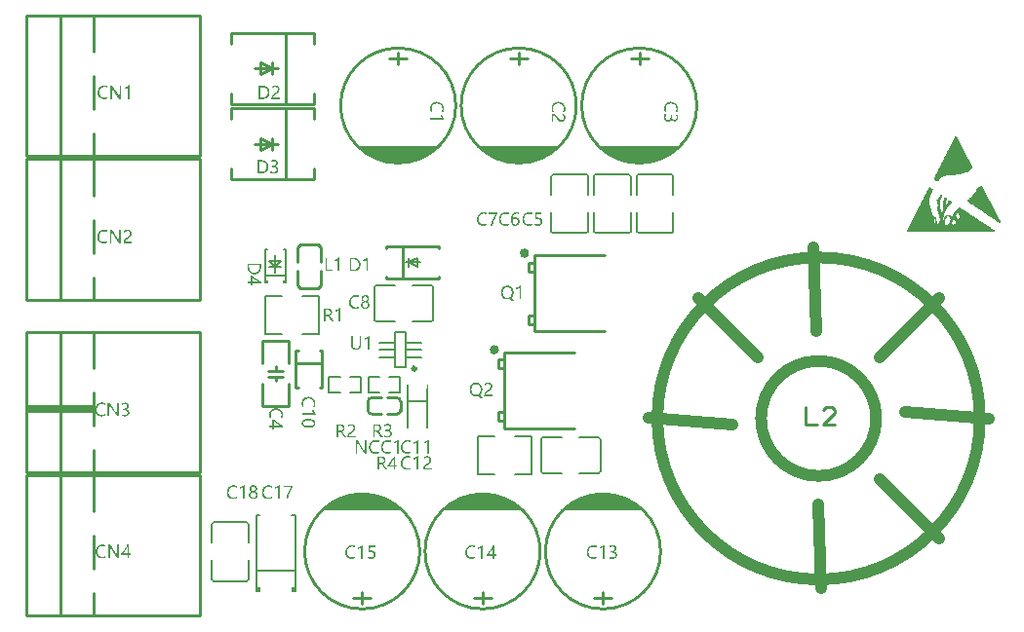
<source format=gto>
G04*
G04 #@! TF.GenerationSoftware,Altium Limited,Altium Designer,20.2.8 (258)*
G04*
G04 Layer_Color=65535*
%FSLAX25Y25*%
%MOIN*%
G70*
G04*
G04 #@! TF.SameCoordinates,527F6DBC-4CBC-4D53-8A28-EBD6D6C4F68D*
G04*
G04*
G04 #@! TF.FilePolarity,Positive*
G04*
G01*
G75*
%ADD10C,0.01000*%
%ADD11C,0.03937*%
%ADD12C,0.00600*%
%ADD13C,0.01181*%
%ADD14C,0.01575*%
%ADD15C,0.00200*%
%ADD16C,0.00500*%
%ADD17C,0.00591*%
%ADD18R,0.23000X0.02500*%
G36*
X217000Y157200D02*
X213000Y156200D01*
X207000Y157200D01*
X201000Y159200D01*
X197000Y162200D01*
X225000D01*
X217000Y157200D01*
D02*
G37*
G36*
X175800D02*
X171800Y156200D01*
X165800Y157200D01*
X159800Y159200D01*
X155800Y162200D01*
X183800D01*
X175800Y157200D01*
D02*
G37*
G36*
X134600D02*
X130600Y156200D01*
X124600Y157200D01*
X118600Y159200D01*
X114600Y162200D01*
X142600D01*
X134600Y157200D01*
D02*
G37*
G36*
X90350Y115282D02*
X89090Y115282D01*
X89090Y116482D01*
X90350D01*
Y115282D01*
D02*
G37*
G36*
X84110Y115282D02*
X82850Y115282D01*
Y116482D01*
X84110D01*
X84110Y115282D01*
D02*
G37*
G36*
X102500Y87400D02*
X93500D01*
Y87900D01*
Y88400D01*
X102500D01*
Y87400D01*
D02*
G37*
G36*
X138950Y78999D02*
X138351D01*
Y80799D01*
X138950Y80799D01*
Y78999D01*
D02*
G37*
G36*
X132049Y80799D02*
Y78999D01*
X131450D01*
Y80799D01*
X132049Y80799D01*
D02*
G37*
G36*
X202600Y42562D02*
X208600Y40562D01*
X212600Y37562D01*
X184600D01*
X192600Y42562D01*
X196600Y43562D01*
X202600Y42562D01*
D02*
G37*
G36*
X161450D02*
X167450Y40562D01*
X171450Y37562D01*
X143450D01*
X151450Y42562D01*
X155450Y43562D01*
X161450Y42562D01*
D02*
G37*
G36*
X120300D02*
X126300Y40562D01*
X130300Y37562D01*
X102300D01*
X110300Y42562D01*
X114300Y43562D01*
X120300Y42562D01*
D02*
G37*
G36*
X93699Y9557D02*
X92077D01*
Y11357D01*
X93699D01*
X93699Y9557D01*
D02*
G37*
G36*
X81523Y11357D02*
X81523Y9557D01*
X79901D01*
Y11357D01*
X81523Y11357D01*
D02*
G37*
G36*
X115926Y94463D02*
Y94456D01*
Y94441D01*
Y94419D01*
Y94382D01*
X115918Y94338D01*
X115911Y94286D01*
X115896Y94160D01*
X115874Y94012D01*
X115829Y93849D01*
X115778Y93672D01*
X115704Y93494D01*
X115615Y93316D01*
X115496Y93139D01*
X115356Y92976D01*
X115274Y92902D01*
X115186Y92828D01*
X115089Y92761D01*
X114978Y92702D01*
X114867Y92650D01*
X114749Y92606D01*
X114616Y92576D01*
X114475Y92547D01*
X114327Y92532D01*
X114164Y92525D01*
X114120D01*
X114090Y92532D01*
X114053D01*
X114009Y92539D01*
X113898Y92554D01*
X113772Y92584D01*
X113632Y92621D01*
X113476Y92680D01*
X113321Y92761D01*
X113165Y92858D01*
X113010Y92983D01*
X112936Y93050D01*
X112869Y93131D01*
X112803Y93220D01*
X112744Y93309D01*
X112684Y93413D01*
X112633Y93524D01*
X112588Y93642D01*
X112551Y93775D01*
X112522Y93916D01*
X112499Y94064D01*
X112485Y94219D01*
X112477Y94389D01*
Y97172D01*
X113069D01*
Y94419D01*
Y94412D01*
Y94404D01*
Y94360D01*
X113077Y94293D01*
X113084Y94204D01*
X113106Y94101D01*
X113128Y93982D01*
X113165Y93857D01*
X113210Y93731D01*
X113276Y93605D01*
X113350Y93479D01*
X113439Y93361D01*
X113550Y93257D01*
X113683Y93168D01*
X113839Y93102D01*
X114016Y93057D01*
X114113Y93050D01*
X114216Y93043D01*
X114268D01*
X114320Y93050D01*
X114394Y93065D01*
X114475Y93087D01*
X114571Y93117D01*
X114668Y93154D01*
X114779Y93213D01*
X114882Y93279D01*
X114978Y93368D01*
X115075Y93479D01*
X115156Y93605D01*
X115230Y93760D01*
X115289Y93938D01*
X115319Y94138D01*
X115334Y94256D01*
Y94375D01*
Y97172D01*
X115926D01*
Y94463D01*
D02*
G37*
G36*
X118723Y92599D02*
X118146D01*
Y96513D01*
X118138Y96506D01*
X118123Y96491D01*
X118086Y96461D01*
X118042Y96424D01*
X117975Y96373D01*
X117894Y96321D01*
X117798Y96262D01*
X117687Y96202D01*
X117672Y96195D01*
X117635Y96173D01*
X117568Y96151D01*
X117487Y96114D01*
X117398Y96077D01*
X117295Y96040D01*
X117191Y96003D01*
X117087Y95973D01*
Y96535D01*
X117095D01*
X117102Y96543D01*
X117124Y96550D01*
X117154Y96558D01*
X117221Y96580D01*
X117324Y96617D01*
X117435Y96661D01*
X117568Y96713D01*
X117709Y96780D01*
X117864Y96854D01*
X117872D01*
X117879Y96861D01*
X117901Y96876D01*
X117931Y96891D01*
X118005Y96935D01*
X118101Y96987D01*
X118205Y97053D01*
X118308Y97127D01*
X118412Y97201D01*
X118501Y97275D01*
X118723D01*
Y92599D01*
D02*
G37*
G36*
X141875Y177493D02*
X141957D01*
X142046Y177478D01*
X142157Y177463D01*
X142275Y177448D01*
X142408Y177419D01*
X142549Y177382D01*
X142689Y177337D01*
X142837Y177285D01*
X142985Y177219D01*
X143133Y177145D01*
X143281Y177056D01*
X143415Y176960D01*
X143548Y176841D01*
X143555Y176834D01*
X143577Y176812D01*
X143614Y176775D01*
X143651Y176723D01*
X143703Y176656D01*
X143762Y176575D01*
X143822Y176486D01*
X143888Y176383D01*
X143955Y176264D01*
X144014Y176138D01*
X144073Y175998D01*
X144125Y175850D01*
X144169Y175687D01*
X144199Y175517D01*
X144221Y175339D01*
X144229Y175154D01*
Y175043D01*
X144221Y174991D01*
Y174925D01*
X144214Y174851D01*
X144206Y174769D01*
X144184Y174599D01*
X144147Y174414D01*
X144103Y174237D01*
X144036Y174066D01*
X143422D01*
Y174074D01*
X143437Y174089D01*
X143444Y174118D01*
X143466Y174155D01*
X143489Y174200D01*
X143511Y174251D01*
X143533Y174318D01*
X143563Y174385D01*
X143607Y174547D01*
X143651Y174732D01*
X143681Y174932D01*
X143696Y175147D01*
Y175221D01*
X143688Y175273D01*
X143681Y175339D01*
X143666Y175413D01*
X143651Y175495D01*
X143629Y175591D01*
X143607Y175687D01*
X143570Y175783D01*
X143533Y175894D01*
X143481Y175998D01*
X143422Y176101D01*
X143355Y176205D01*
X143274Y176301D01*
X143185Y176397D01*
X143178Y176405D01*
X143163Y176420D01*
X143133Y176442D01*
X143089Y176471D01*
X143037Y176508D01*
X142978Y176553D01*
X142904Y176590D01*
X142823Y176634D01*
X142726Y176686D01*
X142623Y176723D01*
X142512Y176767D01*
X142386Y176804D01*
X142260Y176834D01*
X142120Y176856D01*
X141964Y176871D01*
X141809Y176878D01*
X141801D01*
X141772D01*
X141727D01*
X141676Y176871D01*
X141602Y176864D01*
X141520Y176856D01*
X141431Y176841D01*
X141335Y176819D01*
X141128Y176767D01*
X141017Y176730D01*
X140913Y176686D01*
X140802Y176634D01*
X140699Y176575D01*
X140595Y176508D01*
X140499Y176427D01*
X140492Y176420D01*
X140477Y176405D01*
X140455Y176383D01*
X140425Y176346D01*
X140388Y176301D01*
X140344Y176242D01*
X140307Y176183D01*
X140262Y176109D01*
X140210Y176027D01*
X140173Y175939D01*
X140129Y175842D01*
X140092Y175739D01*
X140062Y175628D01*
X140040Y175509D01*
X140025Y175384D01*
X140018Y175250D01*
Y175184D01*
X140025Y175139D01*
Y175080D01*
X140033Y175006D01*
X140048Y174932D01*
X140055Y174843D01*
X140092Y174658D01*
X140151Y174466D01*
X140225Y174259D01*
X140329Y174066D01*
X139759D01*
Y174074D01*
X139752Y174089D01*
X139737Y174118D01*
X139722Y174155D01*
X139700Y174207D01*
X139678Y174266D01*
X139655Y174340D01*
X139633Y174414D01*
X139604Y174503D01*
X139581Y174599D01*
X139559Y174703D01*
X139544Y174821D01*
X139522Y174940D01*
X139515Y175065D01*
X139500Y175339D01*
Y175384D01*
X139507Y175435D01*
Y175502D01*
X139522Y175583D01*
X139530Y175680D01*
X139552Y175791D01*
X139581Y175902D01*
X139611Y176027D01*
X139655Y176153D01*
X139700Y176286D01*
X139759Y176420D01*
X139833Y176553D01*
X139914Y176679D01*
X140011Y176797D01*
X140122Y176915D01*
X140129Y176923D01*
X140151Y176938D01*
X140188Y176967D01*
X140233Y177004D01*
X140299Y177049D01*
X140373Y177100D01*
X140462Y177152D01*
X140558Y177204D01*
X140677Y177263D01*
X140795Y177315D01*
X140936Y177367D01*
X141084Y177411D01*
X141239Y177448D01*
X141409Y177478D01*
X141587Y177493D01*
X141772Y177500D01*
X141787D01*
X141824D01*
X141875Y177493D01*
D02*
G37*
G36*
X143511Y173112D02*
X143518Y173104D01*
X143526Y173082D01*
X143533Y173053D01*
X143555Y172986D01*
X143592Y172882D01*
X143637Y172771D01*
X143688Y172638D01*
X143755Y172498D01*
X143829Y172342D01*
Y172335D01*
X143836Y172327D01*
X143851Y172305D01*
X143866Y172276D01*
X143910Y172202D01*
X143962Y172105D01*
X144029Y172002D01*
X144103Y171898D01*
X144177Y171795D01*
X144251Y171706D01*
Y171484D01*
X139574D01*
Y172061D01*
X143489D01*
X143481Y172068D01*
X143466Y172083D01*
X143437Y172120D01*
X143400Y172165D01*
X143348Y172231D01*
X143296Y172313D01*
X143237Y172409D01*
X143178Y172520D01*
X143170Y172535D01*
X143148Y172572D01*
X143126Y172638D01*
X143089Y172720D01*
X143052Y172808D01*
X143015Y172912D01*
X142978Y173016D01*
X142948Y173119D01*
X143511D01*
Y173112D01*
D02*
G37*
G36*
X183375Y177493D02*
X183457D01*
X183546Y177478D01*
X183657Y177463D01*
X183775Y177448D01*
X183908Y177419D01*
X184049Y177382D01*
X184189Y177337D01*
X184337Y177285D01*
X184485Y177219D01*
X184633Y177145D01*
X184781Y177056D01*
X184915Y176960D01*
X185048Y176841D01*
X185055Y176834D01*
X185077Y176812D01*
X185114Y176775D01*
X185151Y176723D01*
X185203Y176656D01*
X185262Y176575D01*
X185322Y176486D01*
X185388Y176383D01*
X185455Y176264D01*
X185514Y176138D01*
X185573Y175998D01*
X185625Y175850D01*
X185669Y175687D01*
X185699Y175517D01*
X185721Y175339D01*
X185729Y175154D01*
Y175043D01*
X185721Y174991D01*
Y174925D01*
X185714Y174851D01*
X185706Y174769D01*
X185684Y174599D01*
X185647Y174414D01*
X185603Y174237D01*
X185536Y174066D01*
X184922D01*
Y174074D01*
X184937Y174089D01*
X184944Y174118D01*
X184966Y174155D01*
X184989Y174200D01*
X185011Y174251D01*
X185033Y174318D01*
X185063Y174385D01*
X185107Y174547D01*
X185151Y174732D01*
X185181Y174932D01*
X185196Y175147D01*
Y175221D01*
X185188Y175273D01*
X185181Y175339D01*
X185166Y175413D01*
X185151Y175495D01*
X185129Y175591D01*
X185107Y175687D01*
X185070Y175783D01*
X185033Y175894D01*
X184981Y175998D01*
X184922Y176101D01*
X184855Y176205D01*
X184774Y176301D01*
X184685Y176397D01*
X184678Y176405D01*
X184663Y176420D01*
X184633Y176442D01*
X184589Y176471D01*
X184537Y176508D01*
X184478Y176553D01*
X184404Y176590D01*
X184323Y176634D01*
X184226Y176686D01*
X184123Y176723D01*
X184012Y176767D01*
X183886Y176804D01*
X183760Y176834D01*
X183620Y176856D01*
X183464Y176871D01*
X183309Y176878D01*
X183301D01*
X183272D01*
X183227D01*
X183176Y176871D01*
X183102Y176864D01*
X183020Y176856D01*
X182931Y176841D01*
X182835Y176819D01*
X182628Y176767D01*
X182517Y176730D01*
X182413Y176686D01*
X182302Y176634D01*
X182199Y176575D01*
X182095Y176508D01*
X181999Y176427D01*
X181992Y176420D01*
X181977Y176405D01*
X181955Y176383D01*
X181925Y176346D01*
X181888Y176301D01*
X181844Y176242D01*
X181807Y176183D01*
X181762Y176109D01*
X181710Y176027D01*
X181673Y175939D01*
X181629Y175842D01*
X181592Y175739D01*
X181562Y175628D01*
X181540Y175509D01*
X181525Y175384D01*
X181518Y175250D01*
Y175184D01*
X181525Y175139D01*
Y175080D01*
X181533Y175006D01*
X181548Y174932D01*
X181555Y174843D01*
X181592Y174658D01*
X181651Y174466D01*
X181725Y174259D01*
X181829Y174066D01*
X181259D01*
Y174074D01*
X181252Y174089D01*
X181237Y174118D01*
X181222Y174155D01*
X181200Y174207D01*
X181178Y174266D01*
X181155Y174340D01*
X181133Y174414D01*
X181104Y174503D01*
X181081Y174599D01*
X181059Y174703D01*
X181044Y174821D01*
X181022Y174940D01*
X181015Y175065D01*
X181000Y175339D01*
Y175384D01*
X181007Y175435D01*
Y175502D01*
X181022Y175583D01*
X181030Y175680D01*
X181052Y175791D01*
X181081Y175902D01*
X181111Y176027D01*
X181155Y176153D01*
X181200Y176286D01*
X181259Y176420D01*
X181333Y176553D01*
X181414Y176679D01*
X181511Y176797D01*
X181622Y176915D01*
X181629Y176923D01*
X181651Y176938D01*
X181688Y176967D01*
X181733Y177004D01*
X181799Y177049D01*
X181873Y177100D01*
X181962Y177152D01*
X182058Y177204D01*
X182177Y177263D01*
X182295Y177315D01*
X182436Y177367D01*
X182584Y177411D01*
X182739Y177448D01*
X182909Y177478D01*
X183087Y177493D01*
X183272Y177500D01*
X183287D01*
X183324D01*
X183375Y177493D01*
D02*
G37*
G36*
X181437Y173386D02*
X181533Y173378D01*
X181636Y173371D01*
X181747Y173349D01*
X181858Y173326D01*
X181969Y173289D01*
X181984Y173282D01*
X182014Y173267D01*
X182073Y173238D01*
X182140Y173201D01*
X182221Y173156D01*
X182310Y173090D01*
X182406Y173023D01*
X182502Y172934D01*
X182517Y172919D01*
X182547Y172890D01*
X182606Y172823D01*
X182680Y172742D01*
X182776Y172631D01*
X182887Y172498D01*
X183005Y172342D01*
X183139Y172157D01*
X183146Y172150D01*
X183153Y172135D01*
X183176Y172105D01*
X183205Y172068D01*
X183235Y172024D01*
X183272Y171972D01*
X183361Y171861D01*
X183464Y171743D01*
X183575Y171617D01*
X183686Y171513D01*
X183745Y171462D01*
X183797Y171425D01*
X183812Y171417D01*
X183849Y171395D01*
X183908Y171358D01*
X183990Y171321D01*
X184086Y171291D01*
X184197Y171254D01*
X184315Y171232D01*
X184448Y171225D01*
X184456D01*
X184463D01*
X184508D01*
X184574Y171240D01*
X184663Y171254D01*
X184752Y171284D01*
X184848Y171321D01*
X184944Y171380D01*
X185026Y171462D01*
X185033Y171469D01*
X185063Y171506D01*
X185092Y171558D01*
X185137Y171624D01*
X185174Y171713D01*
X185211Y171824D01*
X185233Y171950D01*
X185240Y172091D01*
Y172142D01*
X185233Y172194D01*
X185225Y172268D01*
X185203Y172357D01*
X185181Y172453D01*
X185144Y172557D01*
X185092Y172668D01*
X185085Y172683D01*
X185070Y172720D01*
X185033Y172771D01*
X184989Y172845D01*
X184929Y172927D01*
X184863Y173016D01*
X184781Y173112D01*
X184685Y173208D01*
X185240D01*
X185248Y173201D01*
X185277Y173171D01*
X185322Y173119D01*
X185373Y173060D01*
X185433Y172979D01*
X185492Y172897D01*
X185551Y172801D01*
X185603Y172697D01*
X185610Y172683D01*
X185625Y172646D01*
X185640Y172586D01*
X185669Y172505D01*
X185692Y172409D01*
X185706Y172290D01*
X185721Y172165D01*
X185729Y172024D01*
Y171965D01*
X185721Y171920D01*
Y171869D01*
X185714Y171809D01*
X185684Y171669D01*
X185647Y171513D01*
X185588Y171343D01*
X185507Y171180D01*
X185455Y171106D01*
X185396Y171032D01*
Y171025D01*
X185381Y171018D01*
X185359Y170995D01*
X185336Y170973D01*
X185262Y170914D01*
X185159Y170840D01*
X185026Y170766D01*
X184878Y170707D01*
X184693Y170662D01*
X184596Y170655D01*
X184493Y170648D01*
X184485D01*
X184471D01*
X184441D01*
X184411D01*
X184367Y170655D01*
X184315Y170662D01*
X184197Y170677D01*
X184056Y170707D01*
X183916Y170744D01*
X183760Y170803D01*
X183620Y170884D01*
X183612D01*
X183605Y170892D01*
X183583Y170907D01*
X183553Y170929D01*
X183479Y170988D01*
X183390Y171069D01*
X183272Y171180D01*
X183146Y171314D01*
X183079Y171395D01*
X183005Y171484D01*
X182939Y171573D01*
X182865Y171676D01*
X182857Y171684D01*
X182850Y171698D01*
X182828Y171728D01*
X182798Y171765D01*
X182769Y171817D01*
X182732Y171869D01*
X182643Y171987D01*
X182554Y172113D01*
X182458Y172239D01*
X182369Y172357D01*
X182332Y172401D01*
X182295Y172446D01*
X182288Y172453D01*
X182265Y172475D01*
X182236Y172512D01*
X182191Y172549D01*
X182140Y172594D01*
X182080Y172638D01*
X182021Y172683D01*
X181962Y172712D01*
X181955D01*
X181932Y172727D01*
X181903Y172734D01*
X181858Y172749D01*
X181799Y172764D01*
X181740Y172771D01*
X181666Y172786D01*
X181585D01*
Y170514D01*
X181074D01*
Y173393D01*
X181296D01*
X181303D01*
X181311D01*
X181333D01*
X181363D01*
X181437Y173386D01*
D02*
G37*
G36*
X221875Y177493D02*
X221957D01*
X222046Y177478D01*
X222157Y177463D01*
X222275Y177448D01*
X222408Y177419D01*
X222549Y177382D01*
X222689Y177337D01*
X222837Y177285D01*
X222985Y177219D01*
X223133Y177145D01*
X223281Y177056D01*
X223415Y176960D01*
X223548Y176841D01*
X223555Y176834D01*
X223577Y176812D01*
X223614Y176775D01*
X223651Y176723D01*
X223703Y176656D01*
X223762Y176575D01*
X223822Y176486D01*
X223888Y176383D01*
X223955Y176264D01*
X224014Y176138D01*
X224073Y175998D01*
X224125Y175850D01*
X224169Y175687D01*
X224199Y175517D01*
X224221Y175339D01*
X224229Y175154D01*
Y175043D01*
X224221Y174991D01*
Y174925D01*
X224214Y174851D01*
X224206Y174769D01*
X224184Y174599D01*
X224147Y174414D01*
X224103Y174237D01*
X224036Y174066D01*
X223422D01*
Y174074D01*
X223437Y174089D01*
X223444Y174118D01*
X223466Y174155D01*
X223489Y174200D01*
X223511Y174251D01*
X223533Y174318D01*
X223563Y174385D01*
X223607Y174547D01*
X223651Y174732D01*
X223681Y174932D01*
X223696Y175147D01*
Y175221D01*
X223688Y175273D01*
X223681Y175339D01*
X223666Y175413D01*
X223651Y175495D01*
X223629Y175591D01*
X223607Y175687D01*
X223570Y175783D01*
X223533Y175894D01*
X223481Y175998D01*
X223422Y176101D01*
X223355Y176205D01*
X223274Y176301D01*
X223185Y176397D01*
X223178Y176405D01*
X223163Y176420D01*
X223133Y176442D01*
X223089Y176471D01*
X223037Y176508D01*
X222978Y176553D01*
X222904Y176590D01*
X222823Y176634D01*
X222726Y176686D01*
X222623Y176723D01*
X222512Y176767D01*
X222386Y176804D01*
X222260Y176834D01*
X222120Y176856D01*
X221964Y176871D01*
X221809Y176878D01*
X221801D01*
X221772D01*
X221727D01*
X221676Y176871D01*
X221602Y176864D01*
X221520Y176856D01*
X221431Y176841D01*
X221335Y176819D01*
X221128Y176767D01*
X221017Y176730D01*
X220913Y176686D01*
X220802Y176634D01*
X220699Y176575D01*
X220595Y176508D01*
X220499Y176427D01*
X220492Y176420D01*
X220477Y176405D01*
X220455Y176383D01*
X220425Y176346D01*
X220388Y176301D01*
X220344Y176242D01*
X220307Y176183D01*
X220262Y176109D01*
X220210Y176027D01*
X220173Y175939D01*
X220129Y175842D01*
X220092Y175739D01*
X220062Y175628D01*
X220040Y175509D01*
X220025Y175384D01*
X220018Y175250D01*
Y175184D01*
X220025Y175139D01*
Y175080D01*
X220033Y175006D01*
X220048Y174932D01*
X220055Y174843D01*
X220092Y174658D01*
X220151Y174466D01*
X220225Y174259D01*
X220329Y174066D01*
X219759D01*
Y174074D01*
X219752Y174089D01*
X219737Y174118D01*
X219722Y174155D01*
X219700Y174207D01*
X219678Y174266D01*
X219655Y174340D01*
X219633Y174414D01*
X219604Y174503D01*
X219581Y174599D01*
X219559Y174703D01*
X219544Y174821D01*
X219522Y174940D01*
X219515Y175065D01*
X219500Y175339D01*
Y175384D01*
X219507Y175435D01*
Y175502D01*
X219522Y175583D01*
X219530Y175680D01*
X219552Y175791D01*
X219581Y175902D01*
X219611Y176027D01*
X219655Y176153D01*
X219700Y176286D01*
X219759Y176420D01*
X219833Y176553D01*
X219914Y176679D01*
X220011Y176797D01*
X220122Y176915D01*
X220129Y176923D01*
X220151Y176938D01*
X220188Y176967D01*
X220233Y177004D01*
X220299Y177049D01*
X220373Y177100D01*
X220462Y177152D01*
X220558Y177204D01*
X220677Y177263D01*
X220795Y177315D01*
X220936Y177367D01*
X221084Y177411D01*
X221239Y177448D01*
X221409Y177478D01*
X221587Y177493D01*
X221772Y177500D01*
X221787D01*
X221824D01*
X221875Y177493D01*
D02*
G37*
G36*
X220329Y173312D02*
X220321Y173297D01*
X220307Y173275D01*
X220277Y173238D01*
X220255Y173193D01*
X220225Y173141D01*
X220188Y173082D01*
X220159Y173008D01*
X220092Y172853D01*
X220033Y172675D01*
X219988Y172475D01*
X219981Y172372D01*
X219974Y172261D01*
Y172216D01*
X219981Y172179D01*
X219988Y172098D01*
X220003Y171987D01*
X220033Y171869D01*
X220070Y171743D01*
X220129Y171624D01*
X220203Y171513D01*
X220218Y171499D01*
X220247Y171469D01*
X220299Y171425D01*
X220373Y171373D01*
X220462Y171321D01*
X220566Y171277D01*
X220684Y171247D01*
X220825Y171232D01*
X220832D01*
X220862D01*
X220906Y171240D01*
X220958Y171254D01*
X221024Y171269D01*
X221098Y171299D01*
X221180Y171336D01*
X221261Y171388D01*
X221343Y171454D01*
X221424Y171536D01*
X221498Y171639D01*
X221565Y171758D01*
X221616Y171906D01*
X221661Y172068D01*
X221690Y172261D01*
X221698Y172483D01*
Y172860D01*
X222171D01*
Y172453D01*
X222179Y172394D01*
X222186Y172327D01*
X222194Y172239D01*
X222216Y172150D01*
X222238Y172046D01*
X222275Y171943D01*
X222319Y171846D01*
X222371Y171743D01*
X222438Y171654D01*
X222519Y171565D01*
X222615Y171499D01*
X222719Y171439D01*
X222845Y171410D01*
X222993Y171395D01*
X223000D01*
X223022D01*
X223059Y171402D01*
X223111Y171410D01*
X223163Y171417D01*
X223230Y171439D01*
X223296Y171469D01*
X223370Y171499D01*
X223437Y171543D01*
X223503Y171602D01*
X223570Y171669D01*
X223622Y171750D01*
X223674Y171846D01*
X223711Y171957D01*
X223733Y172091D01*
X223740Y172239D01*
Y172283D01*
X223733Y172320D01*
Y172364D01*
X223725Y172416D01*
X223703Y172535D01*
X223666Y172668D01*
X223607Y172823D01*
X223526Y172979D01*
X223481Y173060D01*
X223422Y173141D01*
X223962D01*
Y173134D01*
X223977Y173119D01*
X223984Y173097D01*
X224007Y173060D01*
X224021Y173023D01*
X224044Y172971D01*
X224073Y172912D01*
X224095Y172845D01*
X224147Y172690D01*
X224184Y172512D01*
X224214Y172313D01*
X224229Y172098D01*
Y172039D01*
X224221Y172002D01*
Y171950D01*
X224214Y171891D01*
X224192Y171758D01*
X224155Y171610D01*
X224095Y171454D01*
X224021Y171299D01*
X223918Y171158D01*
Y171151D01*
X223903Y171143D01*
X223866Y171099D01*
X223799Y171047D01*
X223703Y170981D01*
X223592Y170914D01*
X223459Y170855D01*
X223304Y170818D01*
X223215Y170810D01*
X223126Y170803D01*
X223119D01*
X223089D01*
X223045Y170810D01*
X222985Y170818D01*
X222911Y170833D01*
X222830Y170847D01*
X222741Y170877D01*
X222645Y170914D01*
X222549Y170966D01*
X222453Y171025D01*
X222356Y171099D01*
X222260Y171188D01*
X222171Y171291D01*
X222097Y171410D01*
X222031Y171550D01*
X221972Y171713D01*
X221957D01*
Y171691D01*
X221949Y171669D01*
X221942Y171632D01*
X221935Y171587D01*
X221927Y171543D01*
X221898Y171432D01*
X221846Y171306D01*
X221787Y171173D01*
X221713Y171047D01*
X221609Y170936D01*
X221594Y170921D01*
X221557Y170892D01*
X221491Y170847D01*
X221409Y170788D01*
X221298Y170736D01*
X221172Y170692D01*
X221032Y170662D01*
X220869Y170648D01*
X220862D01*
X220839D01*
X220810D01*
X220765Y170655D01*
X220714Y170662D01*
X220654Y170670D01*
X220514Y170699D01*
X220351Y170759D01*
X220270Y170788D01*
X220188Y170833D01*
X220099Y170884D01*
X220018Y170944D01*
X219944Y171010D01*
X219870Y171092D01*
X219863Y171099D01*
X219855Y171114D01*
X219833Y171136D01*
X219811Y171173D01*
X219781Y171217D01*
X219752Y171269D01*
X219722Y171336D01*
X219685Y171402D01*
X219648Y171484D01*
X219618Y171573D01*
X219589Y171676D01*
X219559Y171780D01*
X219537Y171891D01*
X219515Y172009D01*
X219507Y172142D01*
X219500Y172276D01*
Y172335D01*
X219507Y172379D01*
Y172438D01*
X219515Y172498D01*
X219530Y172646D01*
X219559Y172816D01*
X219604Y172986D01*
X219655Y173156D01*
X219737Y173319D01*
X220336D01*
X220329Y173312D01*
D02*
G37*
G36*
X86875Y72593D02*
X86957D01*
X87046Y72578D01*
X87157Y72563D01*
X87275Y72548D01*
X87408Y72519D01*
X87549Y72482D01*
X87689Y72437D01*
X87837Y72385D01*
X87985Y72319D01*
X88133Y72245D01*
X88281Y72156D01*
X88415Y72060D01*
X88548Y71941D01*
X88555Y71934D01*
X88577Y71912D01*
X88614Y71875D01*
X88651Y71823D01*
X88703Y71756D01*
X88762Y71675D01*
X88822Y71586D01*
X88888Y71483D01*
X88955Y71364D01*
X89014Y71238D01*
X89073Y71098D01*
X89125Y70950D01*
X89169Y70787D01*
X89199Y70617D01*
X89221Y70439D01*
X89229Y70254D01*
Y70143D01*
X89221Y70091D01*
Y70025D01*
X89214Y69951D01*
X89206Y69869D01*
X89184Y69699D01*
X89147Y69514D01*
X89103Y69337D01*
X89036Y69166D01*
X88422D01*
Y69174D01*
X88437Y69189D01*
X88444Y69218D01*
X88466Y69255D01*
X88489Y69300D01*
X88511Y69351D01*
X88533Y69418D01*
X88563Y69485D01*
X88607Y69647D01*
X88651Y69832D01*
X88681Y70032D01*
X88696Y70247D01*
Y70321D01*
X88688Y70373D01*
X88681Y70439D01*
X88666Y70513D01*
X88651Y70595D01*
X88629Y70691D01*
X88607Y70787D01*
X88570Y70883D01*
X88533Y70994D01*
X88481Y71098D01*
X88422Y71201D01*
X88355Y71305D01*
X88274Y71401D01*
X88185Y71497D01*
X88178Y71505D01*
X88163Y71520D01*
X88133Y71542D01*
X88089Y71571D01*
X88037Y71608D01*
X87978Y71653D01*
X87904Y71690D01*
X87823Y71734D01*
X87726Y71786D01*
X87623Y71823D01*
X87512Y71867D01*
X87386Y71904D01*
X87260Y71934D01*
X87120Y71956D01*
X86964Y71971D01*
X86809Y71978D01*
X86801D01*
X86772D01*
X86727D01*
X86676Y71971D01*
X86602Y71964D01*
X86520Y71956D01*
X86431Y71941D01*
X86335Y71919D01*
X86128Y71867D01*
X86017Y71830D01*
X85913Y71786D01*
X85802Y71734D01*
X85699Y71675D01*
X85595Y71608D01*
X85499Y71527D01*
X85492Y71520D01*
X85477Y71505D01*
X85455Y71483D01*
X85425Y71446D01*
X85388Y71401D01*
X85344Y71342D01*
X85307Y71283D01*
X85262Y71209D01*
X85210Y71127D01*
X85173Y71039D01*
X85129Y70942D01*
X85092Y70839D01*
X85062Y70728D01*
X85040Y70609D01*
X85025Y70484D01*
X85018Y70350D01*
Y70284D01*
X85025Y70239D01*
Y70180D01*
X85033Y70106D01*
X85048Y70032D01*
X85055Y69943D01*
X85092Y69758D01*
X85151Y69566D01*
X85225Y69359D01*
X85329Y69166D01*
X84759D01*
Y69174D01*
X84752Y69189D01*
X84737Y69218D01*
X84722Y69255D01*
X84700Y69307D01*
X84678Y69366D01*
X84655Y69440D01*
X84633Y69514D01*
X84604Y69603D01*
X84581Y69699D01*
X84559Y69803D01*
X84544Y69921D01*
X84522Y70040D01*
X84515Y70165D01*
X84500Y70439D01*
Y70484D01*
X84507Y70535D01*
Y70602D01*
X84522Y70683D01*
X84530Y70780D01*
X84552Y70891D01*
X84581Y71002D01*
X84611Y71127D01*
X84655Y71253D01*
X84700Y71386D01*
X84759Y71520D01*
X84833Y71653D01*
X84914Y71779D01*
X85011Y71897D01*
X85122Y72015D01*
X85129Y72023D01*
X85151Y72038D01*
X85188Y72067D01*
X85233Y72104D01*
X85299Y72149D01*
X85373Y72200D01*
X85462Y72252D01*
X85558Y72304D01*
X85677Y72363D01*
X85795Y72415D01*
X85936Y72467D01*
X86084Y72511D01*
X86239Y72548D01*
X86409Y72578D01*
X86587Y72593D01*
X86772Y72600D01*
X86787D01*
X86824D01*
X86875Y72593D01*
D02*
G37*
G36*
X86106Y68789D02*
X86128Y68774D01*
X86165Y68737D01*
X86209Y68700D01*
X86276Y68648D01*
X86350Y68582D01*
X86431Y68515D01*
X86528Y68441D01*
X86631Y68352D01*
X86742Y68264D01*
X86868Y68167D01*
X86994Y68071D01*
X87275Y67864D01*
X87578Y67649D01*
X87586Y67642D01*
X87615Y67627D01*
X87660Y67590D01*
X87719Y67553D01*
X87793Y67501D01*
X87882Y67450D01*
X87978Y67383D01*
X88089Y67316D01*
X88207Y67242D01*
X88326Y67161D01*
X88592Y67006D01*
X88866Y66843D01*
X89147Y66695D01*
Y66095D01*
X86128D01*
Y65407D01*
X85647D01*
Y66095D01*
X84574D01*
Y66658D01*
X85647D01*
Y68796D01*
X86098D01*
X86106Y68789D01*
D02*
G37*
G36*
X173509Y139721D02*
X173575D01*
X173649Y139714D01*
X173731Y139706D01*
X173901Y139684D01*
X174086Y139647D01*
X174263Y139603D01*
X174434Y139536D01*
Y138922D01*
X174426D01*
X174411Y138937D01*
X174382Y138944D01*
X174345Y138966D01*
X174300Y138989D01*
X174249Y139011D01*
X174182Y139033D01*
X174115Y139063D01*
X173953Y139107D01*
X173768Y139151D01*
X173568Y139181D01*
X173353Y139196D01*
X173279D01*
X173227Y139188D01*
X173161Y139181D01*
X173087Y139166D01*
X173005Y139151D01*
X172909Y139129D01*
X172813Y139107D01*
X172717Y139070D01*
X172606Y139033D01*
X172502Y138981D01*
X172399Y138922D01*
X172295Y138855D01*
X172199Y138774D01*
X172103Y138685D01*
X172095Y138678D01*
X172080Y138663D01*
X172058Y138633D01*
X172029Y138589D01*
X171992Y138537D01*
X171947Y138478D01*
X171910Y138404D01*
X171866Y138323D01*
X171814Y138226D01*
X171777Y138123D01*
X171733Y138012D01*
X171696Y137886D01*
X171666Y137760D01*
X171644Y137620D01*
X171629Y137464D01*
X171622Y137309D01*
Y137301D01*
Y137272D01*
Y137227D01*
X171629Y137176D01*
X171636Y137102D01*
X171644Y137020D01*
X171659Y136931D01*
X171681Y136835D01*
X171733Y136628D01*
X171770Y136517D01*
X171814Y136413D01*
X171866Y136302D01*
X171925Y136199D01*
X171992Y136095D01*
X172073Y135999D01*
X172080Y135992D01*
X172095Y135977D01*
X172117Y135955D01*
X172154Y135925D01*
X172199Y135888D01*
X172258Y135844D01*
X172317Y135807D01*
X172391Y135762D01*
X172473Y135710D01*
X172561Y135673D01*
X172658Y135629D01*
X172761Y135592D01*
X172872Y135562D01*
X172991Y135540D01*
X173116Y135525D01*
X173250Y135518D01*
X173316D01*
X173361Y135525D01*
X173420D01*
X173494Y135533D01*
X173568Y135548D01*
X173657Y135555D01*
X173842Y135592D01*
X174034Y135651D01*
X174241Y135725D01*
X174434Y135829D01*
Y135259D01*
X174426D01*
X174411Y135252D01*
X174382Y135237D01*
X174345Y135222D01*
X174293Y135200D01*
X174234Y135178D01*
X174160Y135155D01*
X174086Y135133D01*
X173997Y135104D01*
X173901Y135081D01*
X173797Y135059D01*
X173679Y135044D01*
X173560Y135022D01*
X173435Y135015D01*
X173161Y135000D01*
X173116D01*
X173065Y135007D01*
X172998D01*
X172917Y135022D01*
X172820Y135030D01*
X172709Y135052D01*
X172598Y135081D01*
X172473Y135111D01*
X172347Y135155D01*
X172214Y135200D01*
X172080Y135259D01*
X171947Y135333D01*
X171821Y135414D01*
X171703Y135511D01*
X171585Y135622D01*
X171577Y135629D01*
X171562Y135651D01*
X171533Y135688D01*
X171496Y135733D01*
X171451Y135799D01*
X171400Y135873D01*
X171348Y135962D01*
X171296Y136058D01*
X171237Y136177D01*
X171185Y136295D01*
X171133Y136436D01*
X171089Y136584D01*
X171052Y136739D01*
X171022Y136909D01*
X171007Y137087D01*
X171000Y137272D01*
Y137287D01*
Y137324D01*
X171007Y137375D01*
Y137457D01*
X171022Y137546D01*
X171037Y137657D01*
X171052Y137775D01*
X171081Y137908D01*
X171118Y138049D01*
X171163Y138189D01*
X171215Y138337D01*
X171281Y138485D01*
X171355Y138633D01*
X171444Y138781D01*
X171540Y138915D01*
X171659Y139048D01*
X171666Y139055D01*
X171688Y139077D01*
X171725Y139114D01*
X171777Y139151D01*
X171844Y139203D01*
X171925Y139262D01*
X172014Y139322D01*
X172117Y139388D01*
X172236Y139455D01*
X172362Y139514D01*
X172502Y139573D01*
X172650Y139625D01*
X172813Y139669D01*
X172983Y139699D01*
X173161Y139721D01*
X173346Y139729D01*
X173457D01*
X173509Y139721D01*
D02*
G37*
G36*
X177645Y139144D02*
X175988D01*
X175899Y137842D01*
X176313Y137864D01*
X176380D01*
X176432Y137856D01*
X176491D01*
X176565Y137842D01*
X176646Y137834D01*
X176728Y137819D01*
X176913Y137775D01*
X177098Y137708D01*
X177194Y137671D01*
X177283Y137620D01*
X177371Y137568D01*
X177453Y137501D01*
X177460Y137494D01*
X177468Y137486D01*
X177490Y137464D01*
X177519Y137435D01*
X177549Y137398D01*
X177586Y137353D01*
X177623Y137301D01*
X177660Y137235D01*
X177697Y137168D01*
X177734Y137094D01*
X177771Y137005D01*
X177801Y136917D01*
X177852Y136717D01*
X177860Y136598D01*
X177867Y136480D01*
Y136473D01*
Y136450D01*
Y136413D01*
X177860Y136369D01*
X177852Y136310D01*
X177845Y136251D01*
X177830Y136177D01*
X177815Y136095D01*
X177756Y135925D01*
X177727Y135836D01*
X177682Y135747D01*
X177630Y135659D01*
X177571Y135570D01*
X177505Y135488D01*
X177423Y135407D01*
X177416Y135400D01*
X177401Y135392D01*
X177379Y135370D01*
X177342Y135340D01*
X177297Y135311D01*
X177246Y135281D01*
X177179Y135244D01*
X177105Y135207D01*
X177024Y135163D01*
X176935Y135126D01*
X176839Y135096D01*
X176735Y135067D01*
X176617Y135037D01*
X176498Y135015D01*
X176365Y135007D01*
X176232Y135000D01*
X176128D01*
X176076Y135007D01*
X176010D01*
X175869Y135022D01*
X175714Y135044D01*
X175551Y135081D01*
X175403Y135126D01*
X175336Y135155D01*
X175270Y135185D01*
Y135777D01*
X175277D01*
X175292Y135762D01*
X175314Y135747D01*
X175351Y135733D01*
X175396Y135710D01*
X175440Y135681D01*
X175566Y135629D01*
X175706Y135570D01*
X175869Y135518D01*
X176039Y135488D01*
X176217Y135474D01*
X176261D01*
X176298Y135481D01*
X176387Y135488D01*
X176491Y135503D01*
X176617Y135540D01*
X176742Y135585D01*
X176868Y135644D01*
X176987Y135733D01*
X177001Y135747D01*
X177031Y135784D01*
X177083Y135844D01*
X177135Y135918D01*
X177186Y136021D01*
X177238Y136140D01*
X177268Y136280D01*
X177283Y136436D01*
Y136443D01*
Y136458D01*
Y136480D01*
X177275Y136510D01*
X177268Y136591D01*
X177246Y136687D01*
X177209Y136798D01*
X177149Y136909D01*
X177075Y137020D01*
X176972Y137116D01*
X176957Y137124D01*
X176913Y137153D01*
X176846Y137190D01*
X176750Y137242D01*
X176631Y137287D01*
X176483Y137324D01*
X176313Y137353D01*
X176113Y137361D01*
X175958D01*
X175854Y137353D01*
X175736D01*
X175603Y137346D01*
X175470Y137338D01*
X175336Y137324D01*
X175507Y139647D01*
X177645D01*
Y139144D01*
D02*
G37*
G36*
X169172Y139721D02*
X169283Y139714D01*
X169401Y139699D01*
X169527Y139669D01*
X169653Y139640D01*
X169764Y139595D01*
Y139063D01*
X169756D01*
X169749Y139070D01*
X169704Y139092D01*
X169630Y139122D01*
X169534Y139151D01*
X169423Y139181D01*
X169297Y139211D01*
X169164Y139233D01*
X169016Y139240D01*
X168957D01*
X168920Y139233D01*
X168868Y139225D01*
X168809Y139211D01*
X168676Y139174D01*
X168602Y139151D01*
X168520Y139114D01*
X168446Y139070D01*
X168365Y139026D01*
X168284Y138959D01*
X168210Y138892D01*
X168136Y138811D01*
X168062Y138722D01*
X168054Y138715D01*
X168047Y138700D01*
X168032Y138670D01*
X168002Y138626D01*
X167980Y138574D01*
X167951Y138515D01*
X167914Y138441D01*
X167884Y138352D01*
X167847Y138263D01*
X167817Y138152D01*
X167780Y138041D01*
X167758Y137916D01*
X167736Y137775D01*
X167714Y137634D01*
X167706Y137479D01*
X167699Y137316D01*
X167714D01*
X167721Y137324D01*
X167729Y137346D01*
X167751Y137375D01*
X167773Y137412D01*
X167810Y137464D01*
X167854Y137516D01*
X167906Y137575D01*
X167965Y137634D01*
X168032Y137686D01*
X168106Y137745D01*
X168195Y137797D01*
X168284Y137849D01*
X168387Y137886D01*
X168498Y137916D01*
X168617Y137938D01*
X168750Y137945D01*
X168809D01*
X168846Y137938D01*
X168898Y137930D01*
X168957Y137923D01*
X169090Y137893D01*
X169238Y137849D01*
X169401Y137782D01*
X169475Y137738D01*
X169556Y137686D01*
X169630Y137620D01*
X169697Y137553D01*
X169704Y137546D01*
X169712Y137538D01*
X169727Y137516D01*
X169756Y137486D01*
X169778Y137442D01*
X169808Y137398D01*
X169845Y137346D01*
X169875Y137279D01*
X169912Y137213D01*
X169941Y137131D01*
X170000Y136954D01*
X170037Y136754D01*
X170045Y136643D01*
X170052Y136524D01*
Y136517D01*
Y136495D01*
Y136458D01*
X170045Y136413D01*
X170037Y136354D01*
X170030Y136288D01*
X170015Y136221D01*
X170000Y136140D01*
X169949Y135962D01*
X169875Y135784D01*
X169830Y135688D01*
X169778Y135599D01*
X169712Y135511D01*
X169638Y135429D01*
X169630Y135422D01*
X169623Y135414D01*
X169593Y135392D01*
X169564Y135363D01*
X169527Y135333D01*
X169475Y135296D01*
X169416Y135252D01*
X169357Y135215D01*
X169283Y135178D01*
X169201Y135133D01*
X169024Y135067D01*
X168927Y135037D01*
X168824Y135022D01*
X168713Y135007D01*
X168594Y135000D01*
X168565D01*
X168528Y135007D01*
X168483D01*
X168424Y135015D01*
X168350Y135030D01*
X168276Y135044D01*
X168195Y135067D01*
X168113Y135096D01*
X168025Y135133D01*
X167928Y135178D01*
X167840Y135229D01*
X167751Y135289D01*
X167662Y135363D01*
X167581Y135444D01*
X167499Y135540D01*
X167492Y135548D01*
X167484Y135562D01*
X167462Y135599D01*
X167440Y135644D01*
X167410Y135696D01*
X167373Y135770D01*
X167336Y135844D01*
X167307Y135940D01*
X167270Y136043D01*
X167233Y136162D01*
X167196Y136288D01*
X167166Y136421D01*
X167144Y136576D01*
X167122Y136732D01*
X167114Y136902D01*
X167107Y137087D01*
Y137102D01*
Y137139D01*
Y137205D01*
X167114Y137287D01*
X167122Y137390D01*
X167137Y137509D01*
X167151Y137642D01*
X167174Y137782D01*
X167196Y137930D01*
X167233Y138093D01*
X167277Y138249D01*
X167329Y138411D01*
X167388Y138567D01*
X167455Y138722D01*
X167536Y138870D01*
X167625Y139011D01*
X167632Y139018D01*
X167647Y139040D01*
X167677Y139077D01*
X167721Y139122D01*
X167773Y139181D01*
X167840Y139240D01*
X167914Y139299D01*
X167995Y139373D01*
X168091Y139440D01*
X168195Y139499D01*
X168306Y139566D01*
X168424Y139618D01*
X168557Y139662D01*
X168698Y139699D01*
X168846Y139721D01*
X169001Y139729D01*
X169083D01*
X169172Y139721D01*
D02*
G37*
G36*
X165509D02*
X165575D01*
X165649Y139714D01*
X165731Y139706D01*
X165901Y139684D01*
X166086Y139647D01*
X166263Y139603D01*
X166434Y139536D01*
Y138922D01*
X166426D01*
X166411Y138937D01*
X166382Y138944D01*
X166345Y138966D01*
X166300Y138989D01*
X166249Y139011D01*
X166182Y139033D01*
X166115Y139063D01*
X165953Y139107D01*
X165768Y139151D01*
X165568Y139181D01*
X165353Y139196D01*
X165279D01*
X165227Y139188D01*
X165161Y139181D01*
X165087Y139166D01*
X165005Y139151D01*
X164909Y139129D01*
X164813Y139107D01*
X164717Y139070D01*
X164606Y139033D01*
X164502Y138981D01*
X164399Y138922D01*
X164295Y138855D01*
X164199Y138774D01*
X164103Y138685D01*
X164095Y138678D01*
X164080Y138663D01*
X164058Y138633D01*
X164029Y138589D01*
X163992Y138537D01*
X163947Y138478D01*
X163910Y138404D01*
X163866Y138323D01*
X163814Y138226D01*
X163777Y138123D01*
X163733Y138012D01*
X163696Y137886D01*
X163666Y137760D01*
X163644Y137620D01*
X163629Y137464D01*
X163622Y137309D01*
Y137301D01*
Y137272D01*
Y137227D01*
X163629Y137176D01*
X163636Y137102D01*
X163644Y137020D01*
X163659Y136931D01*
X163681Y136835D01*
X163733Y136628D01*
X163770Y136517D01*
X163814Y136413D01*
X163866Y136302D01*
X163925Y136199D01*
X163992Y136095D01*
X164073Y135999D01*
X164080Y135992D01*
X164095Y135977D01*
X164117Y135955D01*
X164154Y135925D01*
X164199Y135888D01*
X164258Y135844D01*
X164317Y135807D01*
X164391Y135762D01*
X164473Y135710D01*
X164561Y135673D01*
X164658Y135629D01*
X164761Y135592D01*
X164872Y135562D01*
X164991Y135540D01*
X165116Y135525D01*
X165250Y135518D01*
X165316D01*
X165361Y135525D01*
X165420D01*
X165494Y135533D01*
X165568Y135548D01*
X165657Y135555D01*
X165842Y135592D01*
X166034Y135651D01*
X166241Y135725D01*
X166434Y135829D01*
Y135259D01*
X166426D01*
X166411Y135252D01*
X166382Y135237D01*
X166345Y135222D01*
X166293Y135200D01*
X166234Y135178D01*
X166160Y135155D01*
X166086Y135133D01*
X165997Y135104D01*
X165901Y135081D01*
X165797Y135059D01*
X165679Y135044D01*
X165560Y135022D01*
X165435Y135015D01*
X165161Y135000D01*
X165116D01*
X165065Y135007D01*
X164998D01*
X164917Y135022D01*
X164820Y135030D01*
X164709Y135052D01*
X164598Y135081D01*
X164473Y135111D01*
X164347Y135155D01*
X164214Y135200D01*
X164080Y135259D01*
X163947Y135333D01*
X163821Y135414D01*
X163703Y135511D01*
X163585Y135622D01*
X163577Y135629D01*
X163562Y135651D01*
X163533Y135688D01*
X163496Y135733D01*
X163451Y135799D01*
X163400Y135873D01*
X163348Y135962D01*
X163296Y136058D01*
X163237Y136177D01*
X163185Y136295D01*
X163133Y136436D01*
X163089Y136584D01*
X163052Y136739D01*
X163022Y136909D01*
X163007Y137087D01*
X163000Y137272D01*
Y137287D01*
Y137324D01*
X163007Y137375D01*
Y137457D01*
X163022Y137546D01*
X163037Y137657D01*
X163052Y137775D01*
X163081Y137908D01*
X163118Y138049D01*
X163163Y138189D01*
X163215Y138337D01*
X163281Y138485D01*
X163355Y138633D01*
X163444Y138781D01*
X163540Y138915D01*
X163659Y139048D01*
X163666Y139055D01*
X163688Y139077D01*
X163725Y139114D01*
X163777Y139151D01*
X163844Y139203D01*
X163925Y139262D01*
X164014Y139322D01*
X164117Y139388D01*
X164236Y139455D01*
X164362Y139514D01*
X164502Y139573D01*
X164650Y139625D01*
X164813Y139669D01*
X164983Y139699D01*
X165161Y139721D01*
X165346Y139729D01*
X165457D01*
X165509Y139721D01*
D02*
G37*
G36*
X158009D02*
X158075D01*
X158149Y139714D01*
X158231Y139706D01*
X158401Y139684D01*
X158586Y139647D01*
X158763Y139603D01*
X158934Y139536D01*
Y138922D01*
X158926D01*
X158911Y138937D01*
X158882Y138944D01*
X158845Y138966D01*
X158800Y138989D01*
X158749Y139011D01*
X158682Y139033D01*
X158615Y139063D01*
X158453Y139107D01*
X158268Y139151D01*
X158068Y139181D01*
X157853Y139196D01*
X157779D01*
X157727Y139188D01*
X157661Y139181D01*
X157587Y139166D01*
X157505Y139151D01*
X157409Y139129D01*
X157313Y139107D01*
X157217Y139070D01*
X157106Y139033D01*
X157002Y138981D01*
X156899Y138922D01*
X156795Y138855D01*
X156699Y138774D01*
X156603Y138685D01*
X156595Y138678D01*
X156580Y138663D01*
X156558Y138633D01*
X156529Y138589D01*
X156492Y138537D01*
X156447Y138478D01*
X156410Y138404D01*
X156366Y138323D01*
X156314Y138226D01*
X156277Y138123D01*
X156233Y138012D01*
X156196Y137886D01*
X156166Y137760D01*
X156144Y137620D01*
X156129Y137464D01*
X156122Y137309D01*
Y137301D01*
Y137272D01*
Y137227D01*
X156129Y137176D01*
X156136Y137102D01*
X156144Y137020D01*
X156159Y136931D01*
X156181Y136835D01*
X156233Y136628D01*
X156270Y136517D01*
X156314Y136413D01*
X156366Y136302D01*
X156425Y136199D01*
X156492Y136095D01*
X156573Y135999D01*
X156580Y135992D01*
X156595Y135977D01*
X156617Y135955D01*
X156654Y135925D01*
X156699Y135888D01*
X156758Y135844D01*
X156817Y135807D01*
X156891Y135762D01*
X156973Y135710D01*
X157061Y135673D01*
X157158Y135629D01*
X157261Y135592D01*
X157372Y135562D01*
X157491Y135540D01*
X157616Y135525D01*
X157750Y135518D01*
X157816D01*
X157861Y135525D01*
X157920D01*
X157994Y135533D01*
X158068Y135548D01*
X158157Y135555D01*
X158342Y135592D01*
X158534Y135651D01*
X158741Y135725D01*
X158934Y135829D01*
Y135259D01*
X158926D01*
X158911Y135252D01*
X158882Y135237D01*
X158845Y135222D01*
X158793Y135200D01*
X158734Y135178D01*
X158660Y135155D01*
X158586Y135133D01*
X158497Y135104D01*
X158401Y135081D01*
X158297Y135059D01*
X158179Y135044D01*
X158060Y135022D01*
X157935Y135015D01*
X157661Y135000D01*
X157616D01*
X157565Y135007D01*
X157498D01*
X157417Y135022D01*
X157320Y135030D01*
X157209Y135052D01*
X157098Y135081D01*
X156973Y135111D01*
X156847Y135155D01*
X156714Y135200D01*
X156580Y135259D01*
X156447Y135333D01*
X156321Y135414D01*
X156203Y135511D01*
X156085Y135622D01*
X156077Y135629D01*
X156062Y135651D01*
X156033Y135688D01*
X155996Y135733D01*
X155951Y135799D01*
X155900Y135873D01*
X155848Y135962D01*
X155796Y136058D01*
X155737Y136177D01*
X155685Y136295D01*
X155633Y136436D01*
X155589Y136584D01*
X155552Y136739D01*
X155522Y136909D01*
X155507Y137087D01*
X155500Y137272D01*
Y137287D01*
Y137324D01*
X155507Y137375D01*
Y137457D01*
X155522Y137546D01*
X155537Y137657D01*
X155552Y137775D01*
X155581Y137908D01*
X155618Y138049D01*
X155663Y138189D01*
X155715Y138337D01*
X155781Y138485D01*
X155855Y138633D01*
X155944Y138781D01*
X156040Y138915D01*
X156159Y139048D01*
X156166Y139055D01*
X156188Y139077D01*
X156225Y139114D01*
X156277Y139151D01*
X156344Y139203D01*
X156425Y139262D01*
X156514Y139322D01*
X156617Y139388D01*
X156736Y139455D01*
X156862Y139514D01*
X157002Y139573D01*
X157150Y139625D01*
X157313Y139669D01*
X157483Y139699D01*
X157661Y139721D01*
X157846Y139729D01*
X157957D01*
X158009Y139721D01*
D02*
G37*
G36*
X162493Y139292D02*
X162486Y139277D01*
X162463Y139233D01*
X162426Y139166D01*
X162375Y139077D01*
X162315Y138966D01*
X162241Y138841D01*
X162160Y138693D01*
X162079Y138530D01*
X161990Y138352D01*
X161894Y138167D01*
X161805Y137975D01*
X161709Y137775D01*
X161524Y137368D01*
X161353Y136961D01*
X161346Y136946D01*
X161339Y136917D01*
X161316Y136857D01*
X161287Y136783D01*
X161257Y136687D01*
X161220Y136576D01*
X161183Y136458D01*
X161139Y136325D01*
X161094Y136177D01*
X161050Y136029D01*
X160969Y135710D01*
X160902Y135392D01*
X160850Y135074D01*
X160243D01*
Y135081D01*
X160251Y135111D01*
X160258Y135155D01*
X160266Y135215D01*
X160280Y135296D01*
X160303Y135385D01*
X160325Y135488D01*
X160347Y135607D01*
X160384Y135733D01*
X160421Y135873D01*
X160458Y136029D01*
X160510Y136191D01*
X160562Y136362D01*
X160621Y136532D01*
X160761Y136909D01*
X160769Y136924D01*
X160784Y136954D01*
X160806Y137013D01*
X160835Y137087D01*
X160880Y137183D01*
X160924Y137301D01*
X160983Y137427D01*
X161050Y137575D01*
X161124Y137738D01*
X161205Y137908D01*
X161294Y138093D01*
X161398Y138286D01*
X161501Y138485D01*
X161612Y138700D01*
X161857Y139137D01*
X159585D01*
Y139647D01*
X162493D01*
Y139292D01*
D02*
G37*
G36*
X114309Y111321D02*
X114375D01*
X114449Y111314D01*
X114531Y111306D01*
X114701Y111284D01*
X114886Y111247D01*
X115063Y111203D01*
X115234Y111136D01*
Y110522D01*
X115226D01*
X115211Y110537D01*
X115182Y110544D01*
X115145Y110566D01*
X115100Y110589D01*
X115049Y110611D01*
X114982Y110633D01*
X114915Y110663D01*
X114753Y110707D01*
X114568Y110751D01*
X114368Y110781D01*
X114153Y110796D01*
X114079D01*
X114027Y110788D01*
X113961Y110781D01*
X113887Y110766D01*
X113805Y110751D01*
X113709Y110729D01*
X113613Y110707D01*
X113517Y110670D01*
X113406Y110633D01*
X113302Y110581D01*
X113199Y110522D01*
X113095Y110455D01*
X112999Y110374D01*
X112903Y110285D01*
X112895Y110278D01*
X112880Y110263D01*
X112858Y110233D01*
X112829Y110189D01*
X112792Y110137D01*
X112747Y110078D01*
X112710Y110004D01*
X112666Y109923D01*
X112614Y109826D01*
X112577Y109723D01*
X112533Y109612D01*
X112496Y109486D01*
X112466Y109360D01*
X112444Y109220D01*
X112429Y109064D01*
X112422Y108909D01*
Y108901D01*
Y108872D01*
Y108827D01*
X112429Y108776D01*
X112436Y108702D01*
X112444Y108620D01*
X112459Y108531D01*
X112481Y108435D01*
X112533Y108228D01*
X112570Y108117D01*
X112614Y108013D01*
X112666Y107902D01*
X112725Y107799D01*
X112792Y107695D01*
X112873Y107599D01*
X112880Y107592D01*
X112895Y107577D01*
X112917Y107555D01*
X112954Y107525D01*
X112999Y107488D01*
X113058Y107444D01*
X113117Y107407D01*
X113191Y107362D01*
X113273Y107310D01*
X113361Y107273D01*
X113458Y107229D01*
X113561Y107192D01*
X113672Y107162D01*
X113791Y107140D01*
X113916Y107125D01*
X114050Y107118D01*
X114116D01*
X114161Y107125D01*
X114220D01*
X114294Y107133D01*
X114368Y107148D01*
X114457Y107155D01*
X114642Y107192D01*
X114834Y107251D01*
X115041Y107325D01*
X115234Y107429D01*
Y106859D01*
X115226D01*
X115211Y106852D01*
X115182Y106837D01*
X115145Y106822D01*
X115093Y106800D01*
X115034Y106778D01*
X114960Y106755D01*
X114886Y106733D01*
X114797Y106704D01*
X114701Y106681D01*
X114597Y106659D01*
X114479Y106644D01*
X114360Y106622D01*
X114235Y106615D01*
X113961Y106600D01*
X113916D01*
X113865Y106607D01*
X113798D01*
X113717Y106622D01*
X113620Y106630D01*
X113509Y106652D01*
X113398Y106681D01*
X113273Y106711D01*
X113147Y106755D01*
X113014Y106800D01*
X112880Y106859D01*
X112747Y106933D01*
X112621Y107014D01*
X112503Y107111D01*
X112385Y107222D01*
X112377Y107229D01*
X112362Y107251D01*
X112333Y107288D01*
X112296Y107333D01*
X112251Y107399D01*
X112200Y107473D01*
X112148Y107562D01*
X112096Y107658D01*
X112037Y107777D01*
X111985Y107895D01*
X111933Y108036D01*
X111889Y108184D01*
X111852Y108339D01*
X111822Y108509D01*
X111807Y108687D01*
X111800Y108872D01*
Y108887D01*
Y108924D01*
X111807Y108975D01*
Y109057D01*
X111822Y109146D01*
X111837Y109257D01*
X111852Y109375D01*
X111881Y109508D01*
X111918Y109649D01*
X111963Y109789D01*
X112015Y109937D01*
X112081Y110085D01*
X112155Y110233D01*
X112244Y110381D01*
X112340Y110515D01*
X112459Y110648D01*
X112466Y110655D01*
X112488Y110677D01*
X112525Y110714D01*
X112577Y110751D01*
X112644Y110803D01*
X112725Y110862D01*
X112814Y110922D01*
X112917Y110988D01*
X113036Y111055D01*
X113162Y111114D01*
X113302Y111173D01*
X113450Y111225D01*
X113613Y111269D01*
X113783Y111299D01*
X113961Y111321D01*
X114146Y111329D01*
X114257D01*
X114309Y111321D01*
D02*
G37*
G36*
X117461D02*
X117550Y111306D01*
X117646Y111292D01*
X117757Y111262D01*
X117875Y111225D01*
X117986Y111173D01*
X118001Y111166D01*
X118038Y111144D01*
X118090Y111107D01*
X118157Y111062D01*
X118231Y111003D01*
X118312Y110929D01*
X118386Y110848D01*
X118453Y110751D01*
X118460Y110737D01*
X118475Y110707D01*
X118504Y110648D01*
X118534Y110574D01*
X118564Y110485D01*
X118593Y110389D01*
X118608Y110270D01*
X118615Y110152D01*
Y110137D01*
Y110100D01*
X118608Y110041D01*
X118593Y109974D01*
X118571Y109886D01*
X118541Y109789D01*
X118504Y109693D01*
X118445Y109590D01*
X118438Y109575D01*
X118416Y109545D01*
X118379Y109493D01*
X118327Y109434D01*
X118260Y109368D01*
X118179Y109294D01*
X118083Y109220D01*
X117979Y109153D01*
X117986D01*
X117994Y109146D01*
X118038Y109123D01*
X118105Y109086D01*
X118194Y109035D01*
X118290Y108968D01*
X118386Y108887D01*
X118490Y108790D01*
X118578Y108672D01*
X118586Y108657D01*
X118615Y108613D01*
X118652Y108546D01*
X118697Y108457D01*
X118741Y108346D01*
X118778Y108228D01*
X118808Y108087D01*
X118815Y107947D01*
Y107939D01*
Y107932D01*
Y107910D01*
Y107880D01*
X118808Y107806D01*
X118793Y107710D01*
X118771Y107606D01*
X118734Y107488D01*
X118689Y107362D01*
X118630Y107244D01*
X118623Y107229D01*
X118593Y107192D01*
X118556Y107140D01*
X118497Y107074D01*
X118416Y106992D01*
X118327Y106918D01*
X118223Y106837D01*
X118097Y106770D01*
X118083Y106763D01*
X118038Y106748D01*
X117964Y106718D01*
X117875Y106689D01*
X117757Y106659D01*
X117631Y106630D01*
X117483Y106615D01*
X117328Y106607D01*
X117254D01*
X117180Y106615D01*
X117076Y106630D01*
X116958Y106644D01*
X116832Y106674D01*
X116699Y106718D01*
X116566Y106770D01*
X116551Y106778D01*
X116506Y106800D01*
X116447Y106844D01*
X116373Y106896D01*
X116284Y106963D01*
X116196Y107044D01*
X116114Y107140D01*
X116033Y107251D01*
X116025Y107266D01*
X116003Y107303D01*
X115974Y107370D01*
X115944Y107458D01*
X115907Y107555D01*
X115877Y107673D01*
X115855Y107806D01*
X115848Y107947D01*
Y107954D01*
Y107962D01*
Y107984D01*
X115855Y108013D01*
X115863Y108087D01*
X115877Y108191D01*
X115907Y108302D01*
X115951Y108428D01*
X116003Y108554D01*
X116085Y108679D01*
Y108687D01*
X116099Y108694D01*
X116129Y108731D01*
X116181Y108790D01*
X116247Y108864D01*
X116336Y108938D01*
X116440Y109020D01*
X116558Y109094D01*
X116691Y109153D01*
X116677Y109160D01*
X116640Y109183D01*
X116588Y109220D01*
X116521Y109271D01*
X116447Y109331D01*
X116366Y109405D01*
X116292Y109486D01*
X116218Y109582D01*
X116210Y109597D01*
X116188Y109627D01*
X116159Y109686D01*
X116129Y109752D01*
X116099Y109841D01*
X116070Y109937D01*
X116048Y110041D01*
X116040Y110152D01*
Y110159D01*
Y110167D01*
Y110204D01*
X116048Y110270D01*
X116062Y110352D01*
X116085Y110441D01*
X116114Y110537D01*
X116151Y110640D01*
X116210Y110744D01*
X116218Y110759D01*
X116240Y110788D01*
X116277Y110840D01*
X116336Y110899D01*
X116403Y110966D01*
X116477Y111040D01*
X116573Y111114D01*
X116677Y111173D01*
X116691Y111181D01*
X116728Y111195D01*
X116788Y111225D01*
X116869Y111255D01*
X116965Y111277D01*
X117076Y111306D01*
X117195Y111321D01*
X117328Y111329D01*
X117387D01*
X117461Y111321D01*
D02*
G37*
G36*
X132009Y56221D02*
X132075D01*
X132149Y56214D01*
X132231Y56206D01*
X132401Y56184D01*
X132586Y56147D01*
X132763Y56103D01*
X132934Y56036D01*
Y55422D01*
X132926D01*
X132911Y55437D01*
X132882Y55444D01*
X132845Y55466D01*
X132800Y55489D01*
X132749Y55511D01*
X132682Y55533D01*
X132615Y55563D01*
X132453Y55607D01*
X132268Y55651D01*
X132068Y55681D01*
X131853Y55696D01*
X131779D01*
X131727Y55688D01*
X131661Y55681D01*
X131587Y55666D01*
X131505Y55651D01*
X131409Y55629D01*
X131313Y55607D01*
X131217Y55570D01*
X131106Y55533D01*
X131002Y55481D01*
X130899Y55422D01*
X130795Y55355D01*
X130699Y55274D01*
X130603Y55185D01*
X130595Y55178D01*
X130580Y55163D01*
X130558Y55133D01*
X130529Y55089D01*
X130492Y55037D01*
X130447Y54978D01*
X130410Y54904D01*
X130366Y54823D01*
X130314Y54726D01*
X130277Y54623D01*
X130233Y54512D01*
X130196Y54386D01*
X130166Y54260D01*
X130144Y54120D01*
X130129Y53964D01*
X130122Y53809D01*
Y53801D01*
Y53772D01*
Y53727D01*
X130129Y53676D01*
X130136Y53602D01*
X130144Y53520D01*
X130159Y53431D01*
X130181Y53335D01*
X130233Y53128D01*
X130270Y53017D01*
X130314Y52913D01*
X130366Y52802D01*
X130425Y52699D01*
X130492Y52595D01*
X130573Y52499D01*
X130580Y52492D01*
X130595Y52477D01*
X130617Y52455D01*
X130654Y52425D01*
X130699Y52388D01*
X130758Y52344D01*
X130817Y52307D01*
X130891Y52262D01*
X130973Y52210D01*
X131061Y52173D01*
X131158Y52129D01*
X131261Y52092D01*
X131372Y52062D01*
X131491Y52040D01*
X131616Y52025D01*
X131750Y52018D01*
X131816D01*
X131861Y52025D01*
X131920D01*
X131994Y52033D01*
X132068Y52048D01*
X132157Y52055D01*
X132342Y52092D01*
X132534Y52151D01*
X132741Y52225D01*
X132934Y52329D01*
Y51759D01*
X132926D01*
X132911Y51752D01*
X132882Y51737D01*
X132845Y51722D01*
X132793Y51700D01*
X132734Y51678D01*
X132660Y51655D01*
X132586Y51633D01*
X132497Y51604D01*
X132401Y51581D01*
X132297Y51559D01*
X132179Y51544D01*
X132060Y51522D01*
X131935Y51515D01*
X131661Y51500D01*
X131616D01*
X131565Y51507D01*
X131498D01*
X131417Y51522D01*
X131320Y51530D01*
X131209Y51552D01*
X131098Y51581D01*
X130973Y51611D01*
X130847Y51655D01*
X130714Y51700D01*
X130580Y51759D01*
X130447Y51833D01*
X130321Y51914D01*
X130203Y52011D01*
X130085Y52122D01*
X130077Y52129D01*
X130062Y52151D01*
X130033Y52188D01*
X129996Y52233D01*
X129951Y52299D01*
X129900Y52373D01*
X129848Y52462D01*
X129796Y52558D01*
X129737Y52677D01*
X129685Y52795D01*
X129633Y52936D01*
X129589Y53084D01*
X129552Y53239D01*
X129522Y53409D01*
X129507Y53587D01*
X129500Y53772D01*
Y53787D01*
Y53824D01*
X129507Y53875D01*
Y53957D01*
X129522Y54046D01*
X129537Y54157D01*
X129552Y54275D01*
X129581Y54408D01*
X129618Y54549D01*
X129663Y54689D01*
X129715Y54837D01*
X129781Y54985D01*
X129855Y55133D01*
X129944Y55281D01*
X130040Y55415D01*
X130159Y55548D01*
X130166Y55555D01*
X130188Y55577D01*
X130225Y55614D01*
X130277Y55651D01*
X130344Y55703D01*
X130425Y55762D01*
X130514Y55822D01*
X130617Y55888D01*
X130736Y55955D01*
X130862Y56014D01*
X131002Y56073D01*
X131150Y56125D01*
X131313Y56169D01*
X131483Y56199D01*
X131661Y56221D01*
X131846Y56229D01*
X131957D01*
X132009Y56221D01*
D02*
G37*
G36*
X138632D02*
X138683D01*
X138743Y56214D01*
X138883Y56184D01*
X139039Y56147D01*
X139209Y56088D01*
X139372Y56007D01*
X139446Y55955D01*
X139520Y55896D01*
X139527D01*
X139534Y55881D01*
X139557Y55859D01*
X139579Y55836D01*
X139638Y55762D01*
X139712Y55659D01*
X139786Y55526D01*
X139845Y55378D01*
X139890Y55193D01*
X139897Y55096D01*
X139904Y54993D01*
Y54985D01*
Y54971D01*
Y54941D01*
Y54911D01*
X139897Y54867D01*
X139890Y54815D01*
X139875Y54697D01*
X139845Y54556D01*
X139808Y54416D01*
X139749Y54260D01*
X139668Y54120D01*
Y54112D01*
X139660Y54105D01*
X139645Y54083D01*
X139623Y54053D01*
X139564Y53979D01*
X139483Y53890D01*
X139372Y53772D01*
X139238Y53646D01*
X139157Y53579D01*
X139068Y53505D01*
X138979Y53439D01*
X138876Y53365D01*
X138868Y53357D01*
X138854Y53350D01*
X138824Y53328D01*
X138787Y53298D01*
X138735Y53269D01*
X138683Y53232D01*
X138565Y53143D01*
X138439Y53054D01*
X138313Y52958D01*
X138195Y52869D01*
X138151Y52832D01*
X138106Y52795D01*
X138099Y52788D01*
X138077Y52765D01*
X138040Y52736D01*
X138003Y52691D01*
X137958Y52640D01*
X137914Y52580D01*
X137869Y52521D01*
X137840Y52462D01*
Y52455D01*
X137825Y52432D01*
X137818Y52403D01*
X137803Y52358D01*
X137788Y52299D01*
X137781Y52240D01*
X137766Y52166D01*
Y52085D01*
X140038D01*
Y51574D01*
X137159D01*
Y51796D01*
Y51803D01*
Y51811D01*
Y51833D01*
Y51863D01*
X137166Y51937D01*
X137174Y52033D01*
X137181Y52136D01*
X137203Y52247D01*
X137226Y52358D01*
X137263Y52469D01*
X137270Y52484D01*
X137285Y52514D01*
X137314Y52573D01*
X137351Y52640D01*
X137396Y52721D01*
X137462Y52810D01*
X137529Y52906D01*
X137618Y53002D01*
X137633Y53017D01*
X137662Y53047D01*
X137729Y53106D01*
X137810Y53180D01*
X137921Y53276D01*
X138054Y53387D01*
X138210Y53505D01*
X138395Y53639D01*
X138402Y53646D01*
X138417Y53653D01*
X138447Y53676D01*
X138484Y53705D01*
X138528Y53735D01*
X138580Y53772D01*
X138691Y53861D01*
X138809Y53964D01*
X138935Y54075D01*
X139039Y54186D01*
X139090Y54245D01*
X139127Y54297D01*
X139135Y54312D01*
X139157Y54349D01*
X139194Y54408D01*
X139231Y54490D01*
X139261Y54586D01*
X139298Y54697D01*
X139320Y54815D01*
X139327Y54948D01*
Y54956D01*
Y54963D01*
Y55008D01*
X139312Y55074D01*
X139298Y55163D01*
X139268Y55252D01*
X139231Y55348D01*
X139172Y55444D01*
X139090Y55526D01*
X139083Y55533D01*
X139046Y55563D01*
X138994Y55592D01*
X138928Y55637D01*
X138839Y55674D01*
X138728Y55711D01*
X138602Y55733D01*
X138461Y55740D01*
X138410D01*
X138358Y55733D01*
X138284Y55725D01*
X138195Y55703D01*
X138099Y55681D01*
X137995Y55644D01*
X137884Y55592D01*
X137869Y55585D01*
X137832Y55570D01*
X137781Y55533D01*
X137707Y55489D01*
X137625Y55429D01*
X137536Y55363D01*
X137440Y55281D01*
X137344Y55185D01*
Y55740D01*
X137351Y55748D01*
X137381Y55777D01*
X137433Y55822D01*
X137492Y55873D01*
X137573Y55933D01*
X137655Y55992D01*
X137751Y56051D01*
X137855Y56103D01*
X137869Y56110D01*
X137906Y56125D01*
X137966Y56140D01*
X138047Y56169D01*
X138143Y56192D01*
X138262Y56206D01*
X138387Y56221D01*
X138528Y56229D01*
X138587D01*
X138632Y56221D01*
D02*
G37*
G36*
X135516Y51574D02*
X134939D01*
Y55489D01*
X134932Y55481D01*
X134917Y55466D01*
X134880Y55437D01*
X134835Y55400D01*
X134769Y55348D01*
X134687Y55296D01*
X134591Y55237D01*
X134480Y55178D01*
X134465Y55170D01*
X134428Y55148D01*
X134362Y55126D01*
X134280Y55089D01*
X134192Y55052D01*
X134088Y55015D01*
X133984Y54978D01*
X133881Y54948D01*
Y55511D01*
X133888D01*
X133896Y55518D01*
X133918Y55526D01*
X133947Y55533D01*
X134014Y55555D01*
X134118Y55592D01*
X134229Y55637D01*
X134362Y55688D01*
X134502Y55755D01*
X134658Y55829D01*
X134665D01*
X134673Y55836D01*
X134695Y55851D01*
X134724Y55866D01*
X134798Y55910D01*
X134895Y55962D01*
X134998Y56029D01*
X135102Y56103D01*
X135205Y56177D01*
X135294Y56251D01*
X135516D01*
Y51574D01*
D02*
G37*
G36*
X72509Y46221D02*
X72575D01*
X72649Y46214D01*
X72731Y46206D01*
X72901Y46184D01*
X73086Y46147D01*
X73263Y46103D01*
X73434Y46036D01*
Y45422D01*
X73426D01*
X73411Y45437D01*
X73382Y45444D01*
X73345Y45466D01*
X73300Y45489D01*
X73249Y45511D01*
X73182Y45533D01*
X73115Y45563D01*
X72953Y45607D01*
X72768Y45651D01*
X72568Y45681D01*
X72353Y45696D01*
X72279D01*
X72227Y45688D01*
X72161Y45681D01*
X72087Y45666D01*
X72005Y45651D01*
X71909Y45629D01*
X71813Y45607D01*
X71717Y45570D01*
X71606Y45533D01*
X71502Y45481D01*
X71399Y45422D01*
X71295Y45355D01*
X71199Y45274D01*
X71103Y45185D01*
X71095Y45178D01*
X71080Y45163D01*
X71058Y45133D01*
X71029Y45089D01*
X70992Y45037D01*
X70947Y44978D01*
X70910Y44904D01*
X70866Y44823D01*
X70814Y44726D01*
X70777Y44623D01*
X70733Y44512D01*
X70696Y44386D01*
X70666Y44260D01*
X70644Y44120D01*
X70629Y43964D01*
X70622Y43809D01*
Y43801D01*
Y43772D01*
Y43727D01*
X70629Y43676D01*
X70636Y43602D01*
X70644Y43520D01*
X70659Y43431D01*
X70681Y43335D01*
X70733Y43128D01*
X70770Y43017D01*
X70814Y42913D01*
X70866Y42802D01*
X70925Y42699D01*
X70992Y42595D01*
X71073Y42499D01*
X71080Y42492D01*
X71095Y42477D01*
X71117Y42455D01*
X71154Y42425D01*
X71199Y42388D01*
X71258Y42344D01*
X71317Y42307D01*
X71391Y42262D01*
X71473Y42210D01*
X71561Y42173D01*
X71658Y42129D01*
X71761Y42092D01*
X71872Y42062D01*
X71991Y42040D01*
X72116Y42025D01*
X72250Y42018D01*
X72316D01*
X72361Y42025D01*
X72420D01*
X72494Y42033D01*
X72568Y42048D01*
X72657Y42055D01*
X72842Y42092D01*
X73034Y42151D01*
X73241Y42225D01*
X73434Y42329D01*
Y41759D01*
X73426D01*
X73411Y41752D01*
X73382Y41737D01*
X73345Y41722D01*
X73293Y41700D01*
X73234Y41678D01*
X73160Y41655D01*
X73086Y41633D01*
X72997Y41604D01*
X72901Y41581D01*
X72797Y41559D01*
X72679Y41544D01*
X72560Y41522D01*
X72435Y41515D01*
X72161Y41500D01*
X72116D01*
X72065Y41507D01*
X71998D01*
X71917Y41522D01*
X71820Y41530D01*
X71709Y41552D01*
X71598Y41581D01*
X71473Y41611D01*
X71347Y41655D01*
X71214Y41700D01*
X71080Y41759D01*
X70947Y41833D01*
X70821Y41914D01*
X70703Y42011D01*
X70585Y42122D01*
X70577Y42129D01*
X70562Y42151D01*
X70533Y42188D01*
X70496Y42233D01*
X70451Y42299D01*
X70400Y42373D01*
X70348Y42462D01*
X70296Y42558D01*
X70237Y42677D01*
X70185Y42795D01*
X70133Y42936D01*
X70089Y43084D01*
X70052Y43239D01*
X70022Y43409D01*
X70007Y43587D01*
X70000Y43772D01*
Y43787D01*
Y43824D01*
X70007Y43875D01*
Y43957D01*
X70022Y44046D01*
X70037Y44157D01*
X70052Y44275D01*
X70081Y44408D01*
X70118Y44549D01*
X70163Y44689D01*
X70215Y44837D01*
X70281Y44985D01*
X70355Y45133D01*
X70444Y45281D01*
X70540Y45415D01*
X70659Y45548D01*
X70666Y45555D01*
X70688Y45577D01*
X70725Y45614D01*
X70777Y45651D01*
X70844Y45703D01*
X70925Y45762D01*
X71014Y45822D01*
X71117Y45888D01*
X71236Y45955D01*
X71362Y46014D01*
X71502Y46073D01*
X71650Y46125D01*
X71813Y46169D01*
X71983Y46199D01*
X72161Y46221D01*
X72346Y46229D01*
X72457D01*
X72509Y46221D01*
D02*
G37*
G36*
X76016Y41574D02*
X75439D01*
Y45489D01*
X75432Y45481D01*
X75417Y45466D01*
X75380Y45437D01*
X75335Y45400D01*
X75269Y45348D01*
X75187Y45296D01*
X75091Y45237D01*
X74980Y45178D01*
X74965Y45170D01*
X74928Y45148D01*
X74862Y45126D01*
X74780Y45089D01*
X74692Y45052D01*
X74588Y45015D01*
X74484Y44978D01*
X74381Y44948D01*
Y45511D01*
X74388D01*
X74396Y45518D01*
X74418Y45526D01*
X74447Y45533D01*
X74514Y45555D01*
X74618Y45592D01*
X74729Y45637D01*
X74862Y45688D01*
X75002Y45755D01*
X75158Y45829D01*
X75165D01*
X75173Y45836D01*
X75195Y45851D01*
X75224Y45866D01*
X75298Y45910D01*
X75395Y45962D01*
X75498Y46029D01*
X75602Y46103D01*
X75705Y46177D01*
X75794Y46251D01*
X76016D01*
Y41574D01*
D02*
G37*
G36*
X79213Y46221D02*
X79302Y46206D01*
X79398Y46192D01*
X79509Y46162D01*
X79627Y46125D01*
X79738Y46073D01*
X79753Y46066D01*
X79790Y46044D01*
X79842Y46007D01*
X79909Y45962D01*
X79983Y45903D01*
X80064Y45829D01*
X80138Y45748D01*
X80205Y45651D01*
X80212Y45637D01*
X80227Y45607D01*
X80256Y45548D01*
X80286Y45474D01*
X80316Y45385D01*
X80345Y45289D01*
X80360Y45170D01*
X80367Y45052D01*
Y45037D01*
Y45000D01*
X80360Y44941D01*
X80345Y44874D01*
X80323Y44786D01*
X80293Y44689D01*
X80256Y44593D01*
X80197Y44490D01*
X80190Y44475D01*
X80168Y44445D01*
X80131Y44393D01*
X80079Y44334D01*
X80012Y44268D01*
X79931Y44194D01*
X79835Y44120D01*
X79731Y44053D01*
X79738D01*
X79746Y44046D01*
X79790Y44023D01*
X79857Y43986D01*
X79946Y43935D01*
X80042Y43868D01*
X80138Y43787D01*
X80242Y43690D01*
X80330Y43572D01*
X80338Y43557D01*
X80367Y43513D01*
X80404Y43446D01*
X80449Y43357D01*
X80493Y43246D01*
X80530Y43128D01*
X80560Y42987D01*
X80567Y42847D01*
Y42839D01*
Y42832D01*
Y42810D01*
Y42780D01*
X80560Y42706D01*
X80545Y42610D01*
X80523Y42506D01*
X80486Y42388D01*
X80441Y42262D01*
X80382Y42144D01*
X80375Y42129D01*
X80345Y42092D01*
X80308Y42040D01*
X80249Y41974D01*
X80168Y41892D01*
X80079Y41818D01*
X79975Y41737D01*
X79849Y41670D01*
X79835Y41663D01*
X79790Y41648D01*
X79716Y41618D01*
X79627Y41589D01*
X79509Y41559D01*
X79383Y41530D01*
X79235Y41515D01*
X79080Y41507D01*
X79006D01*
X78932Y41515D01*
X78828Y41530D01*
X78710Y41544D01*
X78584Y41574D01*
X78451Y41618D01*
X78318Y41670D01*
X78303Y41678D01*
X78258Y41700D01*
X78199Y41744D01*
X78125Y41796D01*
X78036Y41863D01*
X77948Y41944D01*
X77866Y42040D01*
X77785Y42151D01*
X77777Y42166D01*
X77755Y42203D01*
X77726Y42270D01*
X77696Y42358D01*
X77659Y42455D01*
X77629Y42573D01*
X77607Y42706D01*
X77600Y42847D01*
Y42854D01*
Y42862D01*
Y42884D01*
X77607Y42913D01*
X77615Y42987D01*
X77629Y43091D01*
X77659Y43202D01*
X77703Y43328D01*
X77755Y43454D01*
X77837Y43579D01*
Y43587D01*
X77851Y43594D01*
X77881Y43631D01*
X77933Y43690D01*
X77999Y43764D01*
X78088Y43838D01*
X78192Y43920D01*
X78310Y43994D01*
X78443Y44053D01*
X78429Y44060D01*
X78392Y44083D01*
X78340Y44120D01*
X78273Y44171D01*
X78199Y44231D01*
X78118Y44305D01*
X78044Y44386D01*
X77970Y44482D01*
X77962Y44497D01*
X77940Y44527D01*
X77911Y44586D01*
X77881Y44652D01*
X77851Y44741D01*
X77822Y44837D01*
X77800Y44941D01*
X77792Y45052D01*
Y45059D01*
Y45067D01*
Y45104D01*
X77800Y45170D01*
X77814Y45252D01*
X77837Y45341D01*
X77866Y45437D01*
X77903Y45540D01*
X77962Y45644D01*
X77970Y45659D01*
X77992Y45688D01*
X78029Y45740D01*
X78088Y45799D01*
X78155Y45866D01*
X78229Y45940D01*
X78325Y46014D01*
X78429Y46073D01*
X78443Y46081D01*
X78480Y46095D01*
X78540Y46125D01*
X78621Y46155D01*
X78717Y46177D01*
X78828Y46206D01*
X78947Y46221D01*
X79080Y46229D01*
X79139D01*
X79213Y46221D01*
D02*
G37*
G36*
X97975Y76493D02*
X98057D01*
X98146Y76478D01*
X98257Y76463D01*
X98375Y76448D01*
X98508Y76419D01*
X98649Y76382D01*
X98789Y76337D01*
X98937Y76285D01*
X99085Y76219D01*
X99233Y76145D01*
X99381Y76056D01*
X99515Y75960D01*
X99648Y75841D01*
X99655Y75834D01*
X99677Y75812D01*
X99714Y75775D01*
X99751Y75723D01*
X99803Y75656D01*
X99862Y75575D01*
X99922Y75486D01*
X99988Y75383D01*
X100055Y75264D01*
X100114Y75138D01*
X100173Y74998D01*
X100225Y74850D01*
X100269Y74687D01*
X100299Y74517D01*
X100321Y74339D01*
X100329Y74154D01*
Y74043D01*
X100321Y73991D01*
Y73925D01*
X100314Y73851D01*
X100306Y73769D01*
X100284Y73599D01*
X100247Y73414D01*
X100203Y73237D01*
X100136Y73066D01*
X99522D01*
Y73074D01*
X99537Y73089D01*
X99544Y73118D01*
X99566Y73155D01*
X99589Y73200D01*
X99611Y73251D01*
X99633Y73318D01*
X99663Y73385D01*
X99707Y73547D01*
X99751Y73732D01*
X99781Y73932D01*
X99796Y74147D01*
Y74221D01*
X99788Y74273D01*
X99781Y74339D01*
X99766Y74413D01*
X99751Y74495D01*
X99729Y74591D01*
X99707Y74687D01*
X99670Y74783D01*
X99633Y74894D01*
X99581Y74998D01*
X99522Y75101D01*
X99455Y75205D01*
X99374Y75301D01*
X99285Y75397D01*
X99278Y75405D01*
X99263Y75420D01*
X99233Y75442D01*
X99189Y75471D01*
X99137Y75508D01*
X99078Y75553D01*
X99004Y75590D01*
X98923Y75634D01*
X98826Y75686D01*
X98723Y75723D01*
X98612Y75767D01*
X98486Y75804D01*
X98360Y75834D01*
X98220Y75856D01*
X98064Y75871D01*
X97909Y75878D01*
X97901D01*
X97872D01*
X97827D01*
X97776Y75871D01*
X97702Y75864D01*
X97620Y75856D01*
X97531Y75841D01*
X97435Y75819D01*
X97228Y75767D01*
X97117Y75730D01*
X97013Y75686D01*
X96902Y75634D01*
X96799Y75575D01*
X96695Y75508D01*
X96599Y75427D01*
X96592Y75420D01*
X96577Y75405D01*
X96555Y75383D01*
X96525Y75346D01*
X96488Y75301D01*
X96444Y75242D01*
X96407Y75183D01*
X96362Y75109D01*
X96310Y75027D01*
X96273Y74939D01*
X96229Y74842D01*
X96192Y74739D01*
X96162Y74628D01*
X96140Y74509D01*
X96125Y74384D01*
X96118Y74250D01*
Y74184D01*
X96125Y74139D01*
Y74080D01*
X96133Y74006D01*
X96148Y73932D01*
X96155Y73843D01*
X96192Y73658D01*
X96251Y73466D01*
X96325Y73259D01*
X96429Y73066D01*
X95859D01*
Y73074D01*
X95852Y73089D01*
X95837Y73118D01*
X95822Y73155D01*
X95800Y73207D01*
X95778Y73266D01*
X95755Y73340D01*
X95733Y73414D01*
X95704Y73503D01*
X95681Y73599D01*
X95659Y73703D01*
X95644Y73821D01*
X95622Y73940D01*
X95615Y74065D01*
X95600Y74339D01*
Y74384D01*
X95607Y74435D01*
Y74502D01*
X95622Y74583D01*
X95630Y74680D01*
X95652Y74791D01*
X95681Y74902D01*
X95711Y75027D01*
X95755Y75153D01*
X95800Y75286D01*
X95859Y75420D01*
X95933Y75553D01*
X96014Y75679D01*
X96111Y75797D01*
X96222Y75915D01*
X96229Y75923D01*
X96251Y75938D01*
X96288Y75967D01*
X96333Y76004D01*
X96399Y76049D01*
X96473Y76100D01*
X96562Y76152D01*
X96658Y76204D01*
X96777Y76263D01*
X96895Y76315D01*
X97036Y76367D01*
X97184Y76411D01*
X97339Y76448D01*
X97509Y76478D01*
X97687Y76493D01*
X97872Y76500D01*
X97887D01*
X97924D01*
X97975Y76493D01*
D02*
G37*
G36*
X99611Y72112D02*
X99618Y72104D01*
X99626Y72082D01*
X99633Y72053D01*
X99655Y71986D01*
X99692Y71882D01*
X99737Y71771D01*
X99788Y71638D01*
X99855Y71498D01*
X99929Y71342D01*
Y71335D01*
X99936Y71327D01*
X99951Y71305D01*
X99966Y71276D01*
X100010Y71202D01*
X100062Y71105D01*
X100129Y71002D01*
X100203Y70898D01*
X100277Y70795D01*
X100351Y70706D01*
Y70484D01*
X95674D01*
Y71061D01*
X99589D01*
X99581Y71068D01*
X99566Y71083D01*
X99537Y71120D01*
X99500Y71165D01*
X99448Y71231D01*
X99396Y71313D01*
X99337Y71409D01*
X99278Y71520D01*
X99270Y71535D01*
X99248Y71572D01*
X99226Y71638D01*
X99189Y71720D01*
X99152Y71808D01*
X99115Y71912D01*
X99078Y72016D01*
X99048Y72119D01*
X99611D01*
Y72112D01*
D02*
G37*
G36*
X98072Y68915D02*
X98168Y68908D01*
X98286Y68900D01*
X98412Y68885D01*
X98553Y68871D01*
X98849Y68826D01*
X99152Y68752D01*
X99300Y68708D01*
X99441Y68656D01*
X99574Y68589D01*
X99700Y68523D01*
X99707Y68515D01*
X99729Y68501D01*
X99759Y68478D01*
X99796Y68449D01*
X99848Y68404D01*
X99899Y68353D01*
X99959Y68293D01*
X100018Y68227D01*
X100070Y68145D01*
X100129Y68064D01*
X100181Y67968D01*
X100232Y67864D01*
X100269Y67746D01*
X100299Y67627D01*
X100321Y67494D01*
X100329Y67354D01*
Y67317D01*
X100321Y67294D01*
X100314Y67220D01*
X100292Y67124D01*
X100255Y67021D01*
X100203Y66895D01*
X100129Y66762D01*
X100033Y66628D01*
X99973Y66562D01*
X99907Y66495D01*
X99833Y66429D01*
X99751Y66362D01*
X99663Y66303D01*
X99566Y66236D01*
X99455Y66184D01*
X99337Y66133D01*
X99204Y66081D01*
X99063Y66036D01*
X98915Y65999D01*
X98752Y65962D01*
X98575Y65940D01*
X98390Y65918D01*
X98190Y65911D01*
X97975Y65903D01*
X97961D01*
X97924D01*
X97864D01*
X97783Y65911D01*
X97687Y65918D01*
X97576Y65925D01*
X97457Y65940D01*
X97324Y65955D01*
X97036Y66007D01*
X96740Y66081D01*
X96599Y66125D01*
X96458Y66177D01*
X96325Y66244D01*
X96207Y66318D01*
X96199Y66325D01*
X96185Y66340D01*
X96148Y66362D01*
X96111Y66392D01*
X96066Y66436D01*
X96014Y66488D01*
X95963Y66547D01*
X95903Y66614D01*
X95844Y66688D01*
X95792Y66776D01*
X95741Y66865D01*
X95696Y66969D01*
X95659Y67080D01*
X95630Y67198D01*
X95607Y67324D01*
X95600Y67457D01*
Y67487D01*
X95607Y67524D01*
Y67576D01*
X95615Y67635D01*
X95630Y67701D01*
X95652Y67775D01*
X95674Y67857D01*
X95704Y67946D01*
X95741Y68034D01*
X95785Y68123D01*
X95844Y68212D01*
X95911Y68301D01*
X95985Y68390D01*
X96074Y68471D01*
X96177Y68545D01*
X96185Y68552D01*
X96207Y68560D01*
X96236Y68582D01*
X96288Y68604D01*
X96347Y68634D01*
X96421Y68663D01*
X96503Y68700D01*
X96606Y68730D01*
X96717Y68767D01*
X96843Y68804D01*
X96984Y68834D01*
X97139Y68863D01*
X97302Y68885D01*
X97480Y68908D01*
X97672Y68915D01*
X97872Y68922D01*
X97887D01*
X97924D01*
X97990D01*
X98072Y68915D01*
D02*
G37*
G36*
X132009Y61721D02*
X132075D01*
X132149Y61714D01*
X132231Y61706D01*
X132401Y61684D01*
X132586Y61647D01*
X132763Y61603D01*
X132934Y61536D01*
Y60922D01*
X132926D01*
X132911Y60937D01*
X132882Y60944D01*
X132845Y60966D01*
X132800Y60989D01*
X132749Y61011D01*
X132682Y61033D01*
X132615Y61063D01*
X132453Y61107D01*
X132268Y61151D01*
X132068Y61181D01*
X131853Y61196D01*
X131779D01*
X131727Y61188D01*
X131661Y61181D01*
X131587Y61166D01*
X131505Y61151D01*
X131409Y61129D01*
X131313Y61107D01*
X131217Y61070D01*
X131106Y61033D01*
X131002Y60981D01*
X130899Y60922D01*
X130795Y60855D01*
X130699Y60774D01*
X130603Y60685D01*
X130595Y60678D01*
X130580Y60663D01*
X130558Y60633D01*
X130529Y60589D01*
X130492Y60537D01*
X130447Y60478D01*
X130410Y60404D01*
X130366Y60323D01*
X130314Y60226D01*
X130277Y60123D01*
X130233Y60012D01*
X130196Y59886D01*
X130166Y59760D01*
X130144Y59620D01*
X130129Y59464D01*
X130122Y59309D01*
Y59301D01*
Y59272D01*
Y59227D01*
X130129Y59176D01*
X130136Y59102D01*
X130144Y59020D01*
X130159Y58931D01*
X130181Y58835D01*
X130233Y58628D01*
X130270Y58517D01*
X130314Y58413D01*
X130366Y58302D01*
X130425Y58199D01*
X130492Y58095D01*
X130573Y57999D01*
X130580Y57992D01*
X130595Y57977D01*
X130617Y57955D01*
X130654Y57925D01*
X130699Y57888D01*
X130758Y57844D01*
X130817Y57807D01*
X130891Y57762D01*
X130973Y57710D01*
X131061Y57673D01*
X131158Y57629D01*
X131261Y57592D01*
X131372Y57562D01*
X131491Y57540D01*
X131616Y57525D01*
X131750Y57518D01*
X131816D01*
X131861Y57525D01*
X131920D01*
X131994Y57533D01*
X132068Y57548D01*
X132157Y57555D01*
X132342Y57592D01*
X132534Y57651D01*
X132741Y57725D01*
X132934Y57829D01*
Y57259D01*
X132926D01*
X132911Y57252D01*
X132882Y57237D01*
X132845Y57222D01*
X132793Y57200D01*
X132734Y57178D01*
X132660Y57155D01*
X132586Y57133D01*
X132497Y57104D01*
X132401Y57081D01*
X132297Y57059D01*
X132179Y57044D01*
X132060Y57022D01*
X131935Y57015D01*
X131661Y57000D01*
X131616D01*
X131565Y57007D01*
X131498D01*
X131417Y57022D01*
X131320Y57030D01*
X131209Y57052D01*
X131098Y57081D01*
X130973Y57111D01*
X130847Y57155D01*
X130714Y57200D01*
X130580Y57259D01*
X130447Y57333D01*
X130321Y57414D01*
X130203Y57511D01*
X130085Y57622D01*
X130077Y57629D01*
X130062Y57651D01*
X130033Y57688D01*
X129996Y57733D01*
X129951Y57799D01*
X129900Y57873D01*
X129848Y57962D01*
X129796Y58058D01*
X129737Y58177D01*
X129685Y58295D01*
X129633Y58436D01*
X129589Y58584D01*
X129552Y58739D01*
X129522Y58909D01*
X129507Y59087D01*
X129500Y59272D01*
Y59287D01*
Y59324D01*
X129507Y59375D01*
Y59457D01*
X129522Y59546D01*
X129537Y59657D01*
X129552Y59775D01*
X129581Y59908D01*
X129618Y60049D01*
X129663Y60189D01*
X129715Y60337D01*
X129781Y60485D01*
X129855Y60633D01*
X129944Y60781D01*
X130040Y60915D01*
X130159Y61048D01*
X130166Y61055D01*
X130188Y61077D01*
X130225Y61114D01*
X130277Y61151D01*
X130344Y61203D01*
X130425Y61262D01*
X130514Y61322D01*
X130617Y61388D01*
X130736Y61455D01*
X130862Y61514D01*
X131002Y61573D01*
X131150Y61625D01*
X131313Y61669D01*
X131483Y61699D01*
X131661Y61721D01*
X131846Y61729D01*
X131957D01*
X132009Y61721D01*
D02*
G37*
G36*
X139068Y57074D02*
X138491D01*
Y60989D01*
X138484Y60981D01*
X138469Y60966D01*
X138432Y60937D01*
X138387Y60900D01*
X138321Y60848D01*
X138239Y60796D01*
X138143Y60737D01*
X138032Y60678D01*
X138017Y60670D01*
X137980Y60648D01*
X137914Y60626D01*
X137832Y60589D01*
X137744Y60552D01*
X137640Y60515D01*
X137536Y60478D01*
X137433Y60448D01*
Y61011D01*
X137440D01*
X137448Y61018D01*
X137470Y61026D01*
X137499Y61033D01*
X137566Y61055D01*
X137670Y61092D01*
X137781Y61137D01*
X137914Y61188D01*
X138054Y61255D01*
X138210Y61329D01*
X138217D01*
X138225Y61336D01*
X138247Y61351D01*
X138276Y61366D01*
X138350Y61410D01*
X138447Y61462D01*
X138550Y61529D01*
X138654Y61603D01*
X138757Y61677D01*
X138846Y61751D01*
X139068D01*
Y57074D01*
D02*
G37*
G36*
X135516D02*
X134939D01*
Y60989D01*
X134932Y60981D01*
X134917Y60966D01*
X134880Y60937D01*
X134835Y60900D01*
X134769Y60848D01*
X134687Y60796D01*
X134591Y60737D01*
X134480Y60678D01*
X134465Y60670D01*
X134428Y60648D01*
X134362Y60626D01*
X134280Y60589D01*
X134192Y60552D01*
X134088Y60515D01*
X133984Y60478D01*
X133881Y60448D01*
Y61011D01*
X133888D01*
X133896Y61018D01*
X133918Y61026D01*
X133947Y61033D01*
X134014Y61055D01*
X134118Y61092D01*
X134229Y61137D01*
X134362Y61188D01*
X134502Y61255D01*
X134658Y61329D01*
X134665D01*
X134673Y61336D01*
X134695Y61351D01*
X134724Y61366D01*
X134798Y61410D01*
X134895Y61462D01*
X134998Y61529D01*
X135102Y61603D01*
X135205Y61677D01*
X135294Y61751D01*
X135516D01*
Y57074D01*
D02*
G37*
G36*
X195509Y25721D02*
X195575D01*
X195649Y25714D01*
X195731Y25706D01*
X195901Y25684D01*
X196086Y25647D01*
X196263Y25603D01*
X196434Y25536D01*
Y24922D01*
X196426D01*
X196411Y24937D01*
X196382Y24944D01*
X196345Y24966D01*
X196300Y24989D01*
X196249Y25011D01*
X196182Y25033D01*
X196115Y25063D01*
X195953Y25107D01*
X195768Y25151D01*
X195568Y25181D01*
X195353Y25196D01*
X195279D01*
X195227Y25188D01*
X195161Y25181D01*
X195087Y25166D01*
X195005Y25151D01*
X194909Y25129D01*
X194813Y25107D01*
X194717Y25070D01*
X194606Y25033D01*
X194502Y24981D01*
X194399Y24922D01*
X194295Y24855D01*
X194199Y24774D01*
X194103Y24685D01*
X194095Y24678D01*
X194080Y24663D01*
X194058Y24633D01*
X194029Y24589D01*
X193992Y24537D01*
X193947Y24478D01*
X193910Y24404D01*
X193866Y24323D01*
X193814Y24226D01*
X193777Y24123D01*
X193733Y24012D01*
X193696Y23886D01*
X193666Y23760D01*
X193644Y23620D01*
X193629Y23464D01*
X193622Y23309D01*
Y23301D01*
Y23272D01*
Y23227D01*
X193629Y23176D01*
X193636Y23102D01*
X193644Y23020D01*
X193659Y22931D01*
X193681Y22835D01*
X193733Y22628D01*
X193770Y22517D01*
X193814Y22413D01*
X193866Y22302D01*
X193925Y22199D01*
X193992Y22095D01*
X194073Y21999D01*
X194080Y21992D01*
X194095Y21977D01*
X194117Y21955D01*
X194154Y21925D01*
X194199Y21888D01*
X194258Y21844D01*
X194317Y21807D01*
X194391Y21762D01*
X194473Y21710D01*
X194561Y21673D01*
X194658Y21629D01*
X194761Y21592D01*
X194872Y21562D01*
X194991Y21540D01*
X195116Y21525D01*
X195250Y21518D01*
X195316D01*
X195361Y21525D01*
X195420D01*
X195494Y21533D01*
X195568Y21548D01*
X195657Y21555D01*
X195842Y21592D01*
X196034Y21651D01*
X196241Y21725D01*
X196434Y21829D01*
Y21259D01*
X196426D01*
X196411Y21252D01*
X196382Y21237D01*
X196345Y21222D01*
X196293Y21200D01*
X196234Y21178D01*
X196160Y21155D01*
X196086Y21133D01*
X195997Y21104D01*
X195901Y21081D01*
X195797Y21059D01*
X195679Y21044D01*
X195560Y21022D01*
X195435Y21015D01*
X195161Y21000D01*
X195116D01*
X195065Y21007D01*
X194998D01*
X194917Y21022D01*
X194820Y21030D01*
X194709Y21052D01*
X194598Y21081D01*
X194473Y21111D01*
X194347Y21155D01*
X194214Y21200D01*
X194080Y21259D01*
X193947Y21333D01*
X193821Y21414D01*
X193703Y21511D01*
X193585Y21622D01*
X193577Y21629D01*
X193562Y21651D01*
X193533Y21688D01*
X193496Y21733D01*
X193451Y21799D01*
X193400Y21873D01*
X193348Y21962D01*
X193296Y22058D01*
X193237Y22177D01*
X193185Y22295D01*
X193133Y22436D01*
X193089Y22584D01*
X193052Y22739D01*
X193022Y22909D01*
X193007Y23087D01*
X193000Y23272D01*
Y23287D01*
Y23324D01*
X193007Y23375D01*
Y23457D01*
X193022Y23546D01*
X193037Y23657D01*
X193052Y23775D01*
X193081Y23908D01*
X193118Y24049D01*
X193163Y24189D01*
X193215Y24337D01*
X193281Y24485D01*
X193355Y24633D01*
X193444Y24781D01*
X193540Y24915D01*
X193659Y25048D01*
X193666Y25055D01*
X193688Y25077D01*
X193725Y25114D01*
X193777Y25151D01*
X193844Y25203D01*
X193925Y25262D01*
X194014Y25322D01*
X194117Y25388D01*
X194236Y25455D01*
X194362Y25514D01*
X194502Y25573D01*
X194650Y25625D01*
X194813Y25669D01*
X194983Y25699D01*
X195161Y25721D01*
X195346Y25729D01*
X195457D01*
X195509Y25721D01*
D02*
G37*
G36*
X202050D02*
X202102D01*
X202161Y25714D01*
X202294Y25692D01*
X202442Y25655D01*
X202598Y25595D01*
X202753Y25521D01*
X202894Y25418D01*
X202901D01*
X202909Y25403D01*
X202953Y25366D01*
X203005Y25299D01*
X203071Y25203D01*
X203138Y25092D01*
X203197Y24959D01*
X203234Y24804D01*
X203242Y24715D01*
X203249Y24626D01*
Y24619D01*
Y24589D01*
X203242Y24545D01*
X203234Y24485D01*
X203219Y24411D01*
X203205Y24330D01*
X203175Y24241D01*
X203138Y24145D01*
X203086Y24049D01*
X203027Y23953D01*
X202953Y23856D01*
X202864Y23760D01*
X202761Y23671D01*
X202642Y23597D01*
X202502Y23531D01*
X202339Y23472D01*
Y23457D01*
X202361D01*
X202383Y23449D01*
X202420Y23442D01*
X202465Y23435D01*
X202509Y23427D01*
X202620Y23398D01*
X202746Y23346D01*
X202879Y23287D01*
X203005Y23213D01*
X203116Y23109D01*
X203131Y23094D01*
X203160Y23057D01*
X203205Y22991D01*
X203264Y22909D01*
X203316Y22798D01*
X203360Y22672D01*
X203390Y22532D01*
X203404Y22369D01*
Y22362D01*
Y22339D01*
Y22310D01*
X203397Y22265D01*
X203390Y22214D01*
X203382Y22154D01*
X203353Y22014D01*
X203293Y21851D01*
X203264Y21770D01*
X203219Y21688D01*
X203168Y21599D01*
X203108Y21518D01*
X203042Y21444D01*
X202960Y21370D01*
X202953Y21363D01*
X202938Y21355D01*
X202916Y21333D01*
X202879Y21311D01*
X202835Y21281D01*
X202783Y21252D01*
X202716Y21222D01*
X202650Y21185D01*
X202568Y21148D01*
X202479Y21118D01*
X202376Y21089D01*
X202272Y21059D01*
X202161Y21037D01*
X202043Y21015D01*
X201910Y21007D01*
X201776Y21000D01*
X201717D01*
X201673Y21007D01*
X201614D01*
X201554Y21015D01*
X201406Y21030D01*
X201236Y21059D01*
X201066Y21104D01*
X200896Y21155D01*
X200733Y21237D01*
Y21836D01*
X200740Y21829D01*
X200755Y21821D01*
X200777Y21807D01*
X200814Y21777D01*
X200859Y21755D01*
X200911Y21725D01*
X200970Y21688D01*
X201044Y21659D01*
X201199Y21592D01*
X201377Y21533D01*
X201577Y21488D01*
X201680Y21481D01*
X201791Y21474D01*
X201836D01*
X201873Y21481D01*
X201954Y21488D01*
X202065Y21503D01*
X202183Y21533D01*
X202309Y21570D01*
X202428Y21629D01*
X202539Y21703D01*
X202553Y21718D01*
X202583Y21747D01*
X202627Y21799D01*
X202679Y21873D01*
X202731Y21962D01*
X202775Y22066D01*
X202805Y22184D01*
X202820Y22325D01*
Y22332D01*
Y22362D01*
X202812Y22406D01*
X202798Y22458D01*
X202783Y22524D01*
X202753Y22598D01*
X202716Y22680D01*
X202664Y22761D01*
X202598Y22843D01*
X202516Y22924D01*
X202413Y22998D01*
X202294Y23065D01*
X202146Y23116D01*
X201984Y23161D01*
X201791Y23190D01*
X201569Y23198D01*
X201192D01*
Y23671D01*
X201599D01*
X201658Y23679D01*
X201725Y23686D01*
X201813Y23694D01*
X201902Y23716D01*
X202006Y23738D01*
X202109Y23775D01*
X202206Y23819D01*
X202309Y23871D01*
X202398Y23938D01*
X202487Y24019D01*
X202553Y24115D01*
X202613Y24219D01*
X202642Y24345D01*
X202657Y24493D01*
Y24500D01*
Y24522D01*
X202650Y24559D01*
X202642Y24611D01*
X202635Y24663D01*
X202613Y24730D01*
X202583Y24796D01*
X202553Y24870D01*
X202509Y24937D01*
X202450Y25003D01*
X202383Y25070D01*
X202302Y25122D01*
X202206Y25174D01*
X202095Y25211D01*
X201961Y25233D01*
X201813Y25240D01*
X201769D01*
X201732Y25233D01*
X201688D01*
X201636Y25225D01*
X201517Y25203D01*
X201384Y25166D01*
X201229Y25107D01*
X201073Y25026D01*
X200992Y24981D01*
X200911Y24922D01*
Y25462D01*
X200918D01*
X200933Y25477D01*
X200955Y25484D01*
X200992Y25507D01*
X201029Y25521D01*
X201081Y25544D01*
X201140Y25573D01*
X201207Y25595D01*
X201362Y25647D01*
X201540Y25684D01*
X201739Y25714D01*
X201954Y25729D01*
X202013D01*
X202050Y25721D01*
D02*
G37*
G36*
X199016Y21074D02*
X198439D01*
Y24989D01*
X198432Y24981D01*
X198417Y24966D01*
X198380Y24937D01*
X198335Y24900D01*
X198269Y24848D01*
X198187Y24796D01*
X198091Y24737D01*
X197980Y24678D01*
X197965Y24670D01*
X197928Y24648D01*
X197862Y24626D01*
X197780Y24589D01*
X197692Y24552D01*
X197588Y24515D01*
X197484Y24478D01*
X197381Y24448D01*
Y25011D01*
X197388D01*
X197396Y25018D01*
X197418Y25026D01*
X197447Y25033D01*
X197514Y25055D01*
X197618Y25092D01*
X197729Y25137D01*
X197862Y25188D01*
X198002Y25255D01*
X198158Y25329D01*
X198165D01*
X198173Y25336D01*
X198195Y25351D01*
X198224Y25366D01*
X198298Y25410D01*
X198395Y25462D01*
X198498Y25529D01*
X198602Y25603D01*
X198705Y25677D01*
X198794Y25751D01*
X199016D01*
Y21074D01*
D02*
G37*
G36*
X154009Y25721D02*
X154075D01*
X154149Y25714D01*
X154231Y25706D01*
X154401Y25684D01*
X154586Y25647D01*
X154763Y25603D01*
X154934Y25536D01*
Y24922D01*
X154926D01*
X154911Y24937D01*
X154882Y24944D01*
X154845Y24966D01*
X154800Y24989D01*
X154749Y25011D01*
X154682Y25033D01*
X154615Y25063D01*
X154453Y25107D01*
X154268Y25151D01*
X154068Y25181D01*
X153853Y25196D01*
X153779D01*
X153727Y25188D01*
X153661Y25181D01*
X153587Y25166D01*
X153505Y25151D01*
X153409Y25129D01*
X153313Y25107D01*
X153217Y25070D01*
X153106Y25033D01*
X153002Y24981D01*
X152899Y24922D01*
X152795Y24855D01*
X152699Y24774D01*
X152603Y24685D01*
X152595Y24678D01*
X152580Y24663D01*
X152558Y24633D01*
X152529Y24589D01*
X152492Y24537D01*
X152447Y24478D01*
X152410Y24404D01*
X152366Y24323D01*
X152314Y24226D01*
X152277Y24123D01*
X152233Y24012D01*
X152196Y23886D01*
X152166Y23760D01*
X152144Y23620D01*
X152129Y23464D01*
X152122Y23309D01*
Y23301D01*
Y23272D01*
Y23227D01*
X152129Y23176D01*
X152136Y23102D01*
X152144Y23020D01*
X152159Y22931D01*
X152181Y22835D01*
X152233Y22628D01*
X152270Y22517D01*
X152314Y22413D01*
X152366Y22302D01*
X152425Y22199D01*
X152492Y22095D01*
X152573Y21999D01*
X152580Y21992D01*
X152595Y21977D01*
X152617Y21955D01*
X152654Y21925D01*
X152699Y21888D01*
X152758Y21844D01*
X152817Y21807D01*
X152891Y21762D01*
X152973Y21710D01*
X153061Y21673D01*
X153158Y21629D01*
X153261Y21592D01*
X153372Y21562D01*
X153491Y21540D01*
X153616Y21525D01*
X153750Y21518D01*
X153816D01*
X153861Y21525D01*
X153920D01*
X153994Y21533D01*
X154068Y21548D01*
X154157Y21555D01*
X154342Y21592D01*
X154534Y21651D01*
X154741Y21725D01*
X154934Y21829D01*
Y21259D01*
X154926D01*
X154911Y21252D01*
X154882Y21237D01*
X154845Y21222D01*
X154793Y21200D01*
X154734Y21178D01*
X154660Y21155D01*
X154586Y21133D01*
X154497Y21104D01*
X154401Y21081D01*
X154297Y21059D01*
X154179Y21044D01*
X154060Y21022D01*
X153935Y21015D01*
X153661Y21000D01*
X153616D01*
X153565Y21007D01*
X153498D01*
X153417Y21022D01*
X153320Y21030D01*
X153209Y21052D01*
X153098Y21081D01*
X152973Y21111D01*
X152847Y21155D01*
X152714Y21200D01*
X152580Y21259D01*
X152447Y21333D01*
X152321Y21414D01*
X152203Y21511D01*
X152085Y21622D01*
X152077Y21629D01*
X152062Y21651D01*
X152033Y21688D01*
X151996Y21733D01*
X151951Y21799D01*
X151900Y21873D01*
X151848Y21962D01*
X151796Y22058D01*
X151737Y22177D01*
X151685Y22295D01*
X151633Y22436D01*
X151589Y22584D01*
X151552Y22739D01*
X151522Y22909D01*
X151507Y23087D01*
X151500Y23272D01*
Y23287D01*
Y23324D01*
X151507Y23375D01*
Y23457D01*
X151522Y23546D01*
X151537Y23657D01*
X151552Y23775D01*
X151581Y23908D01*
X151618Y24049D01*
X151663Y24189D01*
X151715Y24337D01*
X151781Y24485D01*
X151855Y24633D01*
X151944Y24781D01*
X152040Y24915D01*
X152159Y25048D01*
X152166Y25055D01*
X152188Y25077D01*
X152225Y25114D01*
X152277Y25151D01*
X152344Y25203D01*
X152425Y25262D01*
X152514Y25322D01*
X152617Y25388D01*
X152736Y25455D01*
X152862Y25514D01*
X153002Y25573D01*
X153150Y25625D01*
X153313Y25669D01*
X153483Y25699D01*
X153661Y25721D01*
X153846Y25729D01*
X153957D01*
X154009Y25721D01*
D02*
G37*
G36*
X161557Y22628D02*
X162245D01*
Y22147D01*
X161557D01*
Y21074D01*
X160994D01*
Y22147D01*
X158856D01*
Y22598D01*
X158863Y22606D01*
X158878Y22628D01*
X158915Y22665D01*
X158952Y22709D01*
X159004Y22776D01*
X159070Y22850D01*
X159137Y22931D01*
X159211Y23028D01*
X159300Y23131D01*
X159388Y23242D01*
X159485Y23368D01*
X159581Y23494D01*
X159788Y23775D01*
X160003Y24078D01*
X160010Y24086D01*
X160025Y24115D01*
X160062Y24160D01*
X160099Y24219D01*
X160151Y24293D01*
X160202Y24382D01*
X160269Y24478D01*
X160336Y24589D01*
X160410Y24707D01*
X160491Y24826D01*
X160646Y25092D01*
X160809Y25366D01*
X160957Y25647D01*
X161557D01*
Y22628D01*
D02*
G37*
G36*
X157516Y21074D02*
X156939D01*
Y24989D01*
X156932Y24981D01*
X156917Y24966D01*
X156880Y24937D01*
X156835Y24900D01*
X156769Y24848D01*
X156687Y24796D01*
X156591Y24737D01*
X156480Y24678D01*
X156465Y24670D01*
X156428Y24648D01*
X156362Y24626D01*
X156280Y24589D01*
X156192Y24552D01*
X156088Y24515D01*
X155984Y24478D01*
X155881Y24448D01*
Y25011D01*
X155888D01*
X155896Y25018D01*
X155918Y25026D01*
X155947Y25033D01*
X156014Y25055D01*
X156118Y25092D01*
X156229Y25137D01*
X156362Y25188D01*
X156502Y25255D01*
X156658Y25329D01*
X156665D01*
X156673Y25336D01*
X156695Y25351D01*
X156724Y25366D01*
X156798Y25410D01*
X156895Y25462D01*
X156998Y25529D01*
X157102Y25603D01*
X157205Y25677D01*
X157294Y25751D01*
X157516D01*
Y21074D01*
D02*
G37*
G36*
X113009Y25721D02*
X113075D01*
X113149Y25714D01*
X113231Y25706D01*
X113401Y25684D01*
X113586Y25647D01*
X113763Y25603D01*
X113934Y25536D01*
Y24922D01*
X113926D01*
X113911Y24937D01*
X113882Y24944D01*
X113845Y24966D01*
X113800Y24989D01*
X113749Y25011D01*
X113682Y25033D01*
X113615Y25063D01*
X113453Y25107D01*
X113268Y25151D01*
X113068Y25181D01*
X112853Y25196D01*
X112779D01*
X112727Y25188D01*
X112661Y25181D01*
X112587Y25166D01*
X112505Y25151D01*
X112409Y25129D01*
X112313Y25107D01*
X112217Y25070D01*
X112106Y25033D01*
X112002Y24981D01*
X111899Y24922D01*
X111795Y24855D01*
X111699Y24774D01*
X111603Y24685D01*
X111595Y24678D01*
X111580Y24663D01*
X111558Y24633D01*
X111529Y24589D01*
X111492Y24537D01*
X111447Y24478D01*
X111410Y24404D01*
X111366Y24323D01*
X111314Y24226D01*
X111277Y24123D01*
X111233Y24012D01*
X111196Y23886D01*
X111166Y23760D01*
X111144Y23620D01*
X111129Y23464D01*
X111122Y23309D01*
Y23301D01*
Y23272D01*
Y23227D01*
X111129Y23176D01*
X111136Y23102D01*
X111144Y23020D01*
X111159Y22931D01*
X111181Y22835D01*
X111233Y22628D01*
X111270Y22517D01*
X111314Y22413D01*
X111366Y22302D01*
X111425Y22199D01*
X111492Y22095D01*
X111573Y21999D01*
X111580Y21992D01*
X111595Y21977D01*
X111617Y21955D01*
X111654Y21925D01*
X111699Y21888D01*
X111758Y21844D01*
X111817Y21807D01*
X111891Y21762D01*
X111973Y21710D01*
X112061Y21673D01*
X112158Y21629D01*
X112261Y21592D01*
X112372Y21562D01*
X112491Y21540D01*
X112616Y21525D01*
X112750Y21518D01*
X112816D01*
X112861Y21525D01*
X112920D01*
X112994Y21533D01*
X113068Y21548D01*
X113157Y21555D01*
X113342Y21592D01*
X113534Y21651D01*
X113741Y21725D01*
X113934Y21829D01*
Y21259D01*
X113926D01*
X113911Y21252D01*
X113882Y21237D01*
X113845Y21222D01*
X113793Y21200D01*
X113734Y21178D01*
X113660Y21155D01*
X113586Y21133D01*
X113497Y21104D01*
X113401Y21081D01*
X113297Y21059D01*
X113179Y21044D01*
X113060Y21022D01*
X112935Y21015D01*
X112661Y21000D01*
X112616D01*
X112565Y21007D01*
X112498D01*
X112417Y21022D01*
X112320Y21030D01*
X112209Y21052D01*
X112098Y21081D01*
X111973Y21111D01*
X111847Y21155D01*
X111714Y21200D01*
X111580Y21259D01*
X111447Y21333D01*
X111321Y21414D01*
X111203Y21511D01*
X111085Y21622D01*
X111077Y21629D01*
X111062Y21651D01*
X111033Y21688D01*
X110996Y21733D01*
X110951Y21799D01*
X110900Y21873D01*
X110848Y21962D01*
X110796Y22058D01*
X110737Y22177D01*
X110685Y22295D01*
X110633Y22436D01*
X110589Y22584D01*
X110552Y22739D01*
X110522Y22909D01*
X110507Y23087D01*
X110500Y23272D01*
Y23287D01*
Y23324D01*
X110507Y23375D01*
Y23457D01*
X110522Y23546D01*
X110537Y23657D01*
X110552Y23775D01*
X110581Y23908D01*
X110618Y24049D01*
X110663Y24189D01*
X110715Y24337D01*
X110781Y24485D01*
X110855Y24633D01*
X110944Y24781D01*
X111040Y24915D01*
X111159Y25048D01*
X111166Y25055D01*
X111188Y25077D01*
X111225Y25114D01*
X111277Y25151D01*
X111344Y25203D01*
X111425Y25262D01*
X111514Y25322D01*
X111617Y25388D01*
X111736Y25455D01*
X111862Y25514D01*
X112002Y25573D01*
X112150Y25625D01*
X112313Y25669D01*
X112483Y25699D01*
X112661Y25721D01*
X112846Y25729D01*
X112957D01*
X113009Y25721D01*
D02*
G37*
G36*
X120697Y25144D02*
X119040D01*
X118951Y23842D01*
X119365Y23864D01*
X119432D01*
X119484Y23856D01*
X119543D01*
X119617Y23842D01*
X119698Y23834D01*
X119780Y23819D01*
X119965Y23775D01*
X120150Y23708D01*
X120246Y23671D01*
X120335Y23620D01*
X120423Y23568D01*
X120505Y23501D01*
X120512Y23494D01*
X120520Y23486D01*
X120542Y23464D01*
X120571Y23435D01*
X120601Y23398D01*
X120638Y23353D01*
X120675Y23301D01*
X120712Y23235D01*
X120749Y23168D01*
X120786Y23094D01*
X120823Y23005D01*
X120853Y22917D01*
X120904Y22717D01*
X120912Y22598D01*
X120919Y22480D01*
Y22473D01*
Y22450D01*
Y22413D01*
X120912Y22369D01*
X120904Y22310D01*
X120897Y22251D01*
X120882Y22177D01*
X120867Y22095D01*
X120808Y21925D01*
X120779Y21836D01*
X120734Y21747D01*
X120682Y21659D01*
X120623Y21570D01*
X120557Y21488D01*
X120475Y21407D01*
X120468Y21400D01*
X120453Y21392D01*
X120431Y21370D01*
X120394Y21340D01*
X120349Y21311D01*
X120298Y21281D01*
X120231Y21244D01*
X120157Y21207D01*
X120076Y21163D01*
X119987Y21126D01*
X119891Y21096D01*
X119787Y21067D01*
X119669Y21037D01*
X119550Y21015D01*
X119417Y21007D01*
X119284Y21000D01*
X119180D01*
X119128Y21007D01*
X119062D01*
X118921Y21022D01*
X118766Y21044D01*
X118603Y21081D01*
X118455Y21126D01*
X118388Y21155D01*
X118322Y21185D01*
Y21777D01*
X118329D01*
X118344Y21762D01*
X118366Y21747D01*
X118403Y21733D01*
X118448Y21710D01*
X118492Y21681D01*
X118618Y21629D01*
X118758Y21570D01*
X118921Y21518D01*
X119091Y21488D01*
X119269Y21474D01*
X119313D01*
X119350Y21481D01*
X119439Y21488D01*
X119543Y21503D01*
X119669Y21540D01*
X119794Y21585D01*
X119920Y21644D01*
X120039Y21733D01*
X120053Y21747D01*
X120083Y21784D01*
X120135Y21844D01*
X120187Y21918D01*
X120238Y22021D01*
X120290Y22140D01*
X120320Y22280D01*
X120335Y22436D01*
Y22443D01*
Y22458D01*
Y22480D01*
X120327Y22510D01*
X120320Y22591D01*
X120298Y22687D01*
X120261Y22798D01*
X120201Y22909D01*
X120127Y23020D01*
X120024Y23116D01*
X120009Y23124D01*
X119965Y23153D01*
X119898Y23190D01*
X119802Y23242D01*
X119683Y23287D01*
X119535Y23324D01*
X119365Y23353D01*
X119165Y23361D01*
X119010D01*
X118906Y23353D01*
X118788D01*
X118655Y23346D01*
X118522Y23338D01*
X118388Y23324D01*
X118559Y25647D01*
X120697D01*
Y25144D01*
D02*
G37*
G36*
X116516Y21074D02*
X115939D01*
Y24989D01*
X115932Y24981D01*
X115917Y24966D01*
X115880Y24937D01*
X115835Y24900D01*
X115769Y24848D01*
X115687Y24796D01*
X115591Y24737D01*
X115480Y24678D01*
X115465Y24670D01*
X115428Y24648D01*
X115362Y24626D01*
X115280Y24589D01*
X115192Y24552D01*
X115088Y24515D01*
X114984Y24478D01*
X114881Y24448D01*
Y25011D01*
X114888D01*
X114896Y25018D01*
X114918Y25026D01*
X114947Y25033D01*
X115014Y25055D01*
X115118Y25092D01*
X115229Y25137D01*
X115362Y25188D01*
X115502Y25255D01*
X115658Y25329D01*
X115665D01*
X115673Y25336D01*
X115695Y25351D01*
X115724Y25366D01*
X115798Y25410D01*
X115895Y25462D01*
X115998Y25529D01*
X116102Y25603D01*
X116205Y25677D01*
X116294Y25751D01*
X116516D01*
Y21074D01*
D02*
G37*
G36*
X84509Y46221D02*
X84575D01*
X84649Y46214D01*
X84731Y46206D01*
X84901Y46184D01*
X85086Y46147D01*
X85263Y46103D01*
X85434Y46036D01*
Y45422D01*
X85426D01*
X85411Y45437D01*
X85382Y45444D01*
X85345Y45466D01*
X85300Y45489D01*
X85249Y45511D01*
X85182Y45533D01*
X85115Y45563D01*
X84953Y45607D01*
X84768Y45651D01*
X84568Y45681D01*
X84353Y45696D01*
X84279D01*
X84227Y45688D01*
X84161Y45681D01*
X84087Y45666D01*
X84005Y45651D01*
X83909Y45629D01*
X83813Y45607D01*
X83717Y45570D01*
X83606Y45533D01*
X83502Y45481D01*
X83399Y45422D01*
X83295Y45355D01*
X83199Y45274D01*
X83103Y45185D01*
X83095Y45178D01*
X83080Y45163D01*
X83058Y45133D01*
X83029Y45089D01*
X82992Y45037D01*
X82947Y44978D01*
X82910Y44904D01*
X82866Y44823D01*
X82814Y44726D01*
X82777Y44623D01*
X82733Y44512D01*
X82696Y44386D01*
X82666Y44260D01*
X82644Y44120D01*
X82629Y43964D01*
X82622Y43809D01*
Y43801D01*
Y43772D01*
Y43727D01*
X82629Y43676D01*
X82636Y43602D01*
X82644Y43520D01*
X82659Y43431D01*
X82681Y43335D01*
X82733Y43128D01*
X82770Y43017D01*
X82814Y42913D01*
X82866Y42802D01*
X82925Y42699D01*
X82992Y42595D01*
X83073Y42499D01*
X83080Y42492D01*
X83095Y42477D01*
X83117Y42455D01*
X83154Y42425D01*
X83199Y42388D01*
X83258Y42344D01*
X83317Y42307D01*
X83391Y42262D01*
X83473Y42210D01*
X83561Y42173D01*
X83658Y42129D01*
X83761Y42092D01*
X83872Y42062D01*
X83991Y42040D01*
X84116Y42025D01*
X84250Y42018D01*
X84316D01*
X84361Y42025D01*
X84420D01*
X84494Y42033D01*
X84568Y42048D01*
X84657Y42055D01*
X84842Y42092D01*
X85034Y42151D01*
X85241Y42225D01*
X85434Y42329D01*
Y41759D01*
X85426D01*
X85411Y41752D01*
X85382Y41737D01*
X85345Y41722D01*
X85293Y41700D01*
X85234Y41678D01*
X85160Y41655D01*
X85086Y41633D01*
X84997Y41604D01*
X84901Y41581D01*
X84797Y41559D01*
X84679Y41544D01*
X84560Y41522D01*
X84435Y41515D01*
X84161Y41500D01*
X84116D01*
X84065Y41507D01*
X83998D01*
X83917Y41522D01*
X83820Y41530D01*
X83709Y41552D01*
X83598Y41581D01*
X83473Y41611D01*
X83347Y41655D01*
X83214Y41700D01*
X83080Y41759D01*
X82947Y41833D01*
X82821Y41914D01*
X82703Y42011D01*
X82585Y42122D01*
X82577Y42129D01*
X82562Y42151D01*
X82533Y42188D01*
X82496Y42233D01*
X82451Y42299D01*
X82400Y42373D01*
X82348Y42462D01*
X82296Y42558D01*
X82237Y42677D01*
X82185Y42795D01*
X82133Y42936D01*
X82089Y43084D01*
X82052Y43239D01*
X82022Y43409D01*
X82007Y43587D01*
X82000Y43772D01*
Y43787D01*
Y43824D01*
X82007Y43875D01*
Y43957D01*
X82022Y44046D01*
X82037Y44157D01*
X82052Y44275D01*
X82081Y44408D01*
X82118Y44549D01*
X82163Y44689D01*
X82215Y44837D01*
X82281Y44985D01*
X82355Y45133D01*
X82444Y45281D01*
X82540Y45415D01*
X82659Y45548D01*
X82666Y45555D01*
X82688Y45577D01*
X82725Y45614D01*
X82777Y45651D01*
X82844Y45703D01*
X82925Y45762D01*
X83014Y45822D01*
X83117Y45888D01*
X83236Y45955D01*
X83362Y46014D01*
X83502Y46073D01*
X83650Y46125D01*
X83813Y46169D01*
X83983Y46199D01*
X84161Y46221D01*
X84346Y46229D01*
X84457D01*
X84509Y46221D01*
D02*
G37*
G36*
X92545Y45792D02*
X92538Y45777D01*
X92515Y45733D01*
X92478Y45666D01*
X92427Y45577D01*
X92367Y45466D01*
X92293Y45341D01*
X92212Y45193D01*
X92131Y45030D01*
X92042Y44852D01*
X91946Y44667D01*
X91857Y44475D01*
X91761Y44275D01*
X91576Y43868D01*
X91405Y43461D01*
X91398Y43446D01*
X91391Y43417D01*
X91368Y43357D01*
X91339Y43283D01*
X91309Y43187D01*
X91272Y43076D01*
X91235Y42958D01*
X91191Y42825D01*
X91146Y42677D01*
X91102Y42529D01*
X91021Y42210D01*
X90954Y41892D01*
X90902Y41574D01*
X90295D01*
Y41581D01*
X90303Y41611D01*
X90310Y41655D01*
X90318Y41715D01*
X90332Y41796D01*
X90355Y41885D01*
X90377Y41988D01*
X90399Y42107D01*
X90436Y42233D01*
X90473Y42373D01*
X90510Y42529D01*
X90562Y42691D01*
X90614Y42862D01*
X90673Y43032D01*
X90813Y43409D01*
X90821Y43424D01*
X90836Y43454D01*
X90858Y43513D01*
X90887Y43587D01*
X90932Y43683D01*
X90976Y43801D01*
X91035Y43927D01*
X91102Y44075D01*
X91176Y44238D01*
X91257Y44408D01*
X91346Y44593D01*
X91450Y44786D01*
X91553Y44985D01*
X91664Y45200D01*
X91909Y45637D01*
X89637D01*
Y46147D01*
X92545D01*
Y45792D01*
D02*
G37*
G36*
X88016Y41574D02*
X87439D01*
Y45489D01*
X87432Y45481D01*
X87417Y45466D01*
X87380Y45437D01*
X87335Y45400D01*
X87269Y45348D01*
X87187Y45296D01*
X87091Y45237D01*
X86980Y45178D01*
X86965Y45170D01*
X86928Y45148D01*
X86862Y45126D01*
X86780Y45089D01*
X86692Y45052D01*
X86588Y45015D01*
X86484Y44978D01*
X86381Y44948D01*
Y45511D01*
X86388D01*
X86396Y45518D01*
X86418Y45526D01*
X86447Y45533D01*
X86514Y45555D01*
X86618Y45592D01*
X86729Y45637D01*
X86862Y45688D01*
X87002Y45755D01*
X87158Y45829D01*
X87165D01*
X87173Y45836D01*
X87195Y45851D01*
X87224Y45866D01*
X87298Y45910D01*
X87395Y45962D01*
X87498Y46029D01*
X87602Y46103D01*
X87705Y46177D01*
X87794Y46251D01*
X88016D01*
Y41574D01*
D02*
G37*
G36*
X28366Y183128D02*
X28433D01*
X28507Y183121D01*
X28588Y183114D01*
X28758Y183091D01*
X28943Y183054D01*
X29121Y183010D01*
X29291Y182943D01*
Y182329D01*
X29284D01*
X29269Y182344D01*
X29239Y182351D01*
X29202Y182373D01*
X29158Y182396D01*
X29106Y182418D01*
X29039Y182440D01*
X28973Y182470D01*
X28810Y182514D01*
X28625Y182559D01*
X28425Y182588D01*
X28211Y182603D01*
X28137D01*
X28085Y182596D01*
X28018Y182588D01*
X27944Y182573D01*
X27863Y182559D01*
X27767Y182536D01*
X27670Y182514D01*
X27574Y182477D01*
X27463Y182440D01*
X27360Y182388D01*
X27256Y182329D01*
X27152Y182263D01*
X27056Y182181D01*
X26960Y182092D01*
X26953Y182085D01*
X26938Y182070D01*
X26916Y182041D01*
X26886Y181996D01*
X26849Y181944D01*
X26805Y181885D01*
X26768Y181811D01*
X26723Y181730D01*
X26671Y181633D01*
X26634Y181530D01*
X26590Y181419D01*
X26553Y181293D01*
X26524Y181167D01*
X26501Y181027D01*
X26487Y180871D01*
X26479Y180716D01*
Y180709D01*
Y180679D01*
Y180634D01*
X26487Y180583D01*
X26494Y180509D01*
X26501Y180427D01*
X26516Y180339D01*
X26538Y180242D01*
X26590Y180035D01*
X26627Y179924D01*
X26671Y179821D01*
X26723Y179709D01*
X26783Y179606D01*
X26849Y179502D01*
X26930Y179406D01*
X26938Y179399D01*
X26953Y179384D01*
X26975Y179362D01*
X27012Y179332D01*
X27056Y179295D01*
X27115Y179251D01*
X27175Y179214D01*
X27249Y179169D01*
X27330Y179118D01*
X27419Y179080D01*
X27515Y179036D01*
X27619Y178999D01*
X27730Y178970D01*
X27848Y178947D01*
X27974Y178932D01*
X28107Y178925D01*
X28174D01*
X28218Y178932D01*
X28277D01*
X28351Y178940D01*
X28425Y178955D01*
X28514Y178962D01*
X28699Y178999D01*
X28892Y179058D01*
X29099Y179132D01*
X29291Y179236D01*
Y178666D01*
X29284D01*
X29269Y178659D01*
X29239Y178644D01*
X29202Y178629D01*
X29151Y178607D01*
X29091Y178585D01*
X29017Y178562D01*
X28943Y178540D01*
X28855Y178511D01*
X28758Y178489D01*
X28655Y178466D01*
X28536Y178452D01*
X28418Y178429D01*
X28292Y178422D01*
X28018Y178407D01*
X27974D01*
X27922Y178414D01*
X27856D01*
X27774Y178429D01*
X27678Y178437D01*
X27567Y178459D01*
X27456Y178489D01*
X27330Y178518D01*
X27204Y178562D01*
X27071Y178607D01*
X26938Y178666D01*
X26805Y178740D01*
X26679Y178822D01*
X26561Y178918D01*
X26442Y179029D01*
X26435Y179036D01*
X26420Y179058D01*
X26390Y179095D01*
X26353Y179140D01*
X26309Y179206D01*
X26257Y179280D01*
X26205Y179369D01*
X26153Y179465D01*
X26094Y179584D01*
X26043Y179702D01*
X25991Y179843D01*
X25946Y179991D01*
X25909Y180146D01*
X25880Y180316D01*
X25865Y180494D01*
X25857Y180679D01*
Y180694D01*
Y180731D01*
X25865Y180782D01*
Y180864D01*
X25880Y180953D01*
X25894Y181064D01*
X25909Y181182D01*
X25939Y181315D01*
X25976Y181456D01*
X26020Y181597D01*
X26072Y181745D01*
X26139Y181893D01*
X26213Y182041D01*
X26302Y182188D01*
X26398Y182322D01*
X26516Y182455D01*
X26524Y182462D01*
X26546Y182484D01*
X26583Y182521D01*
X26634Y182559D01*
X26701Y182610D01*
X26783Y182669D01*
X26871Y182729D01*
X26975Y182795D01*
X27093Y182862D01*
X27219Y182921D01*
X27360Y182980D01*
X27508Y183032D01*
X27670Y183077D01*
X27841Y183106D01*
X28018Y183128D01*
X28203Y183136D01*
X28314D01*
X28366Y183128D01*
D02*
G37*
G36*
X33946Y178481D02*
X33243D01*
X30941Y182041D01*
X30934Y182048D01*
X30926Y182063D01*
X30904Y182092D01*
X30889Y182137D01*
X30838Y182226D01*
X30786Y182336D01*
X30764D01*
Y182329D01*
X30771Y182307D01*
Y182263D01*
X30779Y182196D01*
Y182115D01*
X30786Y181996D01*
Y181863D01*
Y181781D01*
Y181693D01*
Y178481D01*
X30201D01*
Y183054D01*
X30949D01*
X33184Y179554D01*
X33191Y179547D01*
X33213Y179517D01*
X33235Y179473D01*
X33272Y179421D01*
X33332Y179317D01*
X33361Y179273D01*
X33376Y179243D01*
X33391D01*
Y179251D01*
X33383Y179280D01*
Y179332D01*
X33376Y179399D01*
X33369Y179488D01*
Y179606D01*
X33361Y179746D01*
Y179909D01*
Y183054D01*
X33946D01*
Y178481D01*
D02*
G37*
G36*
X36795D02*
X36217D01*
Y182396D01*
X36210Y182388D01*
X36195Y182373D01*
X36158Y182344D01*
X36114Y182307D01*
X36047Y182255D01*
X35966Y182203D01*
X35870Y182144D01*
X35759Y182085D01*
X35744Y182078D01*
X35707Y182055D01*
X35640Y182033D01*
X35559Y181996D01*
X35470Y181959D01*
X35366Y181922D01*
X35263Y181885D01*
X35159Y181855D01*
Y182418D01*
X35167D01*
X35174Y182425D01*
X35196Y182433D01*
X35226Y182440D01*
X35293Y182462D01*
X35396Y182499D01*
X35507Y182544D01*
X35640Y182596D01*
X35781Y182662D01*
X35936Y182736D01*
X35944D01*
X35951Y182744D01*
X35973Y182758D01*
X36003Y182773D01*
X36077Y182817D01*
X36173Y182869D01*
X36277Y182936D01*
X36380Y183010D01*
X36484Y183084D01*
X36573Y183158D01*
X36795D01*
Y178481D01*
D02*
G37*
G36*
X28209Y133721D02*
X28275D01*
X28349Y133714D01*
X28431Y133706D01*
X28601Y133684D01*
X28786Y133647D01*
X28963Y133603D01*
X29134Y133536D01*
Y132922D01*
X29126D01*
X29111Y132937D01*
X29082Y132944D01*
X29045Y132966D01*
X29000Y132989D01*
X28949Y133011D01*
X28882Y133033D01*
X28815Y133063D01*
X28653Y133107D01*
X28468Y133151D01*
X28268Y133181D01*
X28053Y133196D01*
X27979D01*
X27927Y133188D01*
X27861Y133181D01*
X27787Y133166D01*
X27705Y133151D01*
X27609Y133129D01*
X27513Y133107D01*
X27417Y133070D01*
X27306Y133033D01*
X27202Y132981D01*
X27099Y132922D01*
X26995Y132855D01*
X26899Y132774D01*
X26803Y132685D01*
X26795Y132678D01*
X26780Y132663D01*
X26758Y132633D01*
X26729Y132589D01*
X26692Y132537D01*
X26647Y132478D01*
X26610Y132404D01*
X26566Y132323D01*
X26514Y132226D01*
X26477Y132123D01*
X26433Y132012D01*
X26396Y131886D01*
X26366Y131760D01*
X26344Y131620D01*
X26329Y131464D01*
X26322Y131309D01*
Y131301D01*
Y131272D01*
Y131227D01*
X26329Y131176D01*
X26336Y131102D01*
X26344Y131020D01*
X26359Y130931D01*
X26381Y130835D01*
X26433Y130628D01*
X26470Y130517D01*
X26514Y130413D01*
X26566Y130302D01*
X26625Y130199D01*
X26692Y130095D01*
X26773Y129999D01*
X26780Y129992D01*
X26795Y129977D01*
X26817Y129955D01*
X26854Y129925D01*
X26899Y129888D01*
X26958Y129844D01*
X27017Y129807D01*
X27091Y129762D01*
X27173Y129710D01*
X27261Y129673D01*
X27358Y129629D01*
X27461Y129592D01*
X27572Y129562D01*
X27691Y129540D01*
X27816Y129525D01*
X27950Y129518D01*
X28016D01*
X28061Y129525D01*
X28120D01*
X28194Y129533D01*
X28268Y129548D01*
X28357Y129555D01*
X28542Y129592D01*
X28734Y129651D01*
X28941Y129725D01*
X29134Y129829D01*
Y129259D01*
X29126D01*
X29111Y129252D01*
X29082Y129237D01*
X29045Y129222D01*
X28993Y129200D01*
X28934Y129178D01*
X28860Y129155D01*
X28786Y129133D01*
X28697Y129104D01*
X28601Y129081D01*
X28497Y129059D01*
X28379Y129044D01*
X28260Y129022D01*
X28135Y129015D01*
X27861Y129000D01*
X27816D01*
X27765Y129007D01*
X27698D01*
X27617Y129022D01*
X27520Y129030D01*
X27409Y129052D01*
X27298Y129081D01*
X27173Y129111D01*
X27047Y129155D01*
X26914Y129200D01*
X26780Y129259D01*
X26647Y129333D01*
X26521Y129414D01*
X26403Y129511D01*
X26285Y129622D01*
X26277Y129629D01*
X26262Y129651D01*
X26233Y129688D01*
X26196Y129733D01*
X26151Y129799D01*
X26100Y129873D01*
X26048Y129962D01*
X25996Y130058D01*
X25937Y130177D01*
X25885Y130295D01*
X25833Y130436D01*
X25789Y130584D01*
X25752Y130739D01*
X25722Y130909D01*
X25707Y131087D01*
X25700Y131272D01*
Y131287D01*
Y131324D01*
X25707Y131375D01*
Y131457D01*
X25722Y131546D01*
X25737Y131657D01*
X25752Y131775D01*
X25781Y131908D01*
X25818Y132049D01*
X25863Y132189D01*
X25915Y132337D01*
X25981Y132485D01*
X26055Y132633D01*
X26144Y132781D01*
X26240Y132915D01*
X26359Y133048D01*
X26366Y133055D01*
X26388Y133077D01*
X26425Y133114D01*
X26477Y133151D01*
X26544Y133203D01*
X26625Y133262D01*
X26714Y133322D01*
X26817Y133388D01*
X26936Y133455D01*
X27062Y133514D01*
X27202Y133573D01*
X27350Y133625D01*
X27513Y133669D01*
X27683Y133699D01*
X27861Y133721D01*
X28046Y133729D01*
X28157D01*
X28209Y133721D01*
D02*
G37*
G36*
X33788Y129074D02*
X33085D01*
X30784Y132633D01*
X30776Y132641D01*
X30769Y132656D01*
X30747Y132685D01*
X30732Y132730D01*
X30680Y132818D01*
X30628Y132929D01*
X30606D01*
Y132922D01*
X30614Y132900D01*
Y132855D01*
X30621Y132789D01*
Y132707D01*
X30628Y132589D01*
Y132456D01*
Y132374D01*
Y132286D01*
Y129074D01*
X30044D01*
Y133647D01*
X30791D01*
X33026Y130147D01*
X33033Y130140D01*
X33056Y130110D01*
X33078Y130066D01*
X33115Y130014D01*
X33174Y129910D01*
X33204Y129866D01*
X33218Y129836D01*
X33233D01*
Y129844D01*
X33226Y129873D01*
Y129925D01*
X33218Y129992D01*
X33211Y130080D01*
Y130199D01*
X33204Y130339D01*
Y130502D01*
Y133647D01*
X33788D01*
Y129074D01*
D02*
G37*
G36*
X36201Y133721D02*
X36252D01*
X36312Y133714D01*
X36452Y133684D01*
X36608Y133647D01*
X36778Y133588D01*
X36941Y133507D01*
X37015Y133455D01*
X37089Y133396D01*
X37096D01*
X37103Y133381D01*
X37126Y133359D01*
X37148Y133336D01*
X37207Y133262D01*
X37281Y133159D01*
X37355Y133026D01*
X37414Y132878D01*
X37459Y132693D01*
X37466Y132596D01*
X37473Y132493D01*
Y132485D01*
Y132471D01*
Y132441D01*
Y132411D01*
X37466Y132367D01*
X37459Y132315D01*
X37444Y132197D01*
X37414Y132056D01*
X37377Y131916D01*
X37318Y131760D01*
X37237Y131620D01*
Y131612D01*
X37229Y131605D01*
X37214Y131583D01*
X37192Y131553D01*
X37133Y131479D01*
X37052Y131390D01*
X36941Y131272D01*
X36807Y131146D01*
X36726Y131079D01*
X36637Y131005D01*
X36548Y130939D01*
X36445Y130865D01*
X36437Y130857D01*
X36423Y130850D01*
X36393Y130828D01*
X36356Y130798D01*
X36304Y130769D01*
X36252Y130732D01*
X36134Y130643D01*
X36008Y130554D01*
X35882Y130458D01*
X35764Y130369D01*
X35720Y130332D01*
X35675Y130295D01*
X35668Y130288D01*
X35646Y130265D01*
X35609Y130236D01*
X35572Y130191D01*
X35527Y130140D01*
X35483Y130080D01*
X35438Y130021D01*
X35409Y129962D01*
Y129955D01*
X35394Y129932D01*
X35387Y129903D01*
X35372Y129858D01*
X35357Y129799D01*
X35350Y129740D01*
X35335Y129666D01*
Y129585D01*
X37607D01*
Y129074D01*
X34728D01*
Y129296D01*
Y129303D01*
Y129311D01*
Y129333D01*
Y129363D01*
X34735Y129437D01*
X34743Y129533D01*
X34750Y129636D01*
X34772Y129747D01*
X34795Y129858D01*
X34832Y129969D01*
X34839Y129984D01*
X34854Y130014D01*
X34883Y130073D01*
X34920Y130140D01*
X34965Y130221D01*
X35031Y130310D01*
X35098Y130406D01*
X35187Y130502D01*
X35202Y130517D01*
X35231Y130547D01*
X35298Y130606D01*
X35379Y130680D01*
X35490Y130776D01*
X35623Y130887D01*
X35779Y131005D01*
X35964Y131139D01*
X35971Y131146D01*
X35986Y131153D01*
X36016Y131176D01*
X36053Y131205D01*
X36097Y131235D01*
X36149Y131272D01*
X36260Y131361D01*
X36378Y131464D01*
X36504Y131575D01*
X36608Y131686D01*
X36659Y131745D01*
X36696Y131797D01*
X36704Y131812D01*
X36726Y131849D01*
X36763Y131908D01*
X36800Y131990D01*
X36830Y132086D01*
X36867Y132197D01*
X36889Y132315D01*
X36896Y132448D01*
Y132456D01*
Y132463D01*
Y132508D01*
X36881Y132574D01*
X36867Y132663D01*
X36837Y132752D01*
X36800Y132848D01*
X36741Y132944D01*
X36659Y133026D01*
X36652Y133033D01*
X36615Y133063D01*
X36563Y133092D01*
X36497Y133137D01*
X36408Y133174D01*
X36297Y133211D01*
X36171Y133233D01*
X36030Y133240D01*
X35979D01*
X35927Y133233D01*
X35853Y133225D01*
X35764Y133203D01*
X35668Y133181D01*
X35564Y133144D01*
X35453Y133092D01*
X35438Y133085D01*
X35401Y133070D01*
X35350Y133033D01*
X35276Y132989D01*
X35194Y132929D01*
X35105Y132863D01*
X35009Y132781D01*
X34913Y132685D01*
Y133240D01*
X34920Y133248D01*
X34950Y133277D01*
X35002Y133322D01*
X35061Y133373D01*
X35142Y133433D01*
X35224Y133492D01*
X35320Y133551D01*
X35424Y133603D01*
X35438Y133610D01*
X35475Y133625D01*
X35535Y133640D01*
X35616Y133669D01*
X35712Y133692D01*
X35831Y133706D01*
X35956Y133721D01*
X36097Y133729D01*
X36156D01*
X36201Y133721D01*
D02*
G37*
G36*
X27466Y74521D02*
X27533D01*
X27607Y74514D01*
X27688Y74506D01*
X27858Y74484D01*
X28043Y74447D01*
X28221Y74403D01*
X28391Y74336D01*
Y73722D01*
X28384D01*
X28369Y73737D01*
X28339Y73744D01*
X28302Y73766D01*
X28258Y73789D01*
X28206Y73811D01*
X28139Y73833D01*
X28073Y73863D01*
X27910Y73907D01*
X27725Y73951D01*
X27525Y73981D01*
X27311Y73996D01*
X27237D01*
X27185Y73988D01*
X27118Y73981D01*
X27044Y73966D01*
X26963Y73951D01*
X26867Y73929D01*
X26770Y73907D01*
X26674Y73870D01*
X26563Y73833D01*
X26460Y73781D01*
X26356Y73722D01*
X26252Y73655D01*
X26156Y73574D01*
X26060Y73485D01*
X26053Y73478D01*
X26038Y73463D01*
X26016Y73433D01*
X25986Y73389D01*
X25949Y73337D01*
X25905Y73278D01*
X25868Y73204D01*
X25823Y73123D01*
X25771Y73026D01*
X25734Y72923D01*
X25690Y72812D01*
X25653Y72686D01*
X25624Y72560D01*
X25601Y72420D01*
X25587Y72264D01*
X25579Y72109D01*
Y72101D01*
Y72072D01*
Y72027D01*
X25587Y71976D01*
X25594Y71902D01*
X25601Y71820D01*
X25616Y71731D01*
X25638Y71635D01*
X25690Y71428D01*
X25727Y71317D01*
X25771Y71213D01*
X25823Y71102D01*
X25883Y70999D01*
X25949Y70895D01*
X26030Y70799D01*
X26038Y70792D01*
X26053Y70777D01*
X26075Y70755D01*
X26112Y70725D01*
X26156Y70688D01*
X26215Y70644D01*
X26275Y70607D01*
X26349Y70562D01*
X26430Y70510D01*
X26519Y70473D01*
X26615Y70429D01*
X26719Y70392D01*
X26830Y70362D01*
X26948Y70340D01*
X27074Y70325D01*
X27207Y70318D01*
X27274D01*
X27318Y70325D01*
X27377D01*
X27451Y70333D01*
X27525Y70348D01*
X27614Y70355D01*
X27799Y70392D01*
X27992Y70451D01*
X28199Y70525D01*
X28391Y70629D01*
Y70059D01*
X28384D01*
X28369Y70052D01*
X28339Y70037D01*
X28302Y70022D01*
X28251Y70000D01*
X28191Y69978D01*
X28117Y69955D01*
X28043Y69933D01*
X27955Y69904D01*
X27858Y69881D01*
X27755Y69859D01*
X27636Y69844D01*
X27518Y69822D01*
X27392Y69815D01*
X27118Y69800D01*
X27074D01*
X27022Y69807D01*
X26956D01*
X26874Y69822D01*
X26778Y69830D01*
X26667Y69852D01*
X26556Y69881D01*
X26430Y69911D01*
X26304Y69955D01*
X26171Y70000D01*
X26038Y70059D01*
X25905Y70133D01*
X25779Y70214D01*
X25660Y70311D01*
X25542Y70422D01*
X25535Y70429D01*
X25520Y70451D01*
X25490Y70488D01*
X25453Y70533D01*
X25409Y70599D01*
X25357Y70673D01*
X25305Y70762D01*
X25253Y70858D01*
X25194Y70977D01*
X25142Y71095D01*
X25091Y71236D01*
X25046Y71384D01*
X25009Y71539D01*
X24980Y71709D01*
X24965Y71887D01*
X24958Y72072D01*
Y72087D01*
Y72124D01*
X24965Y72175D01*
Y72257D01*
X24980Y72346D01*
X24994Y72457D01*
X25009Y72575D01*
X25039Y72708D01*
X25076Y72849D01*
X25120Y72989D01*
X25172Y73137D01*
X25239Y73285D01*
X25313Y73433D01*
X25401Y73581D01*
X25498Y73715D01*
X25616Y73848D01*
X25624Y73855D01*
X25646Y73877D01*
X25683Y73914D01*
X25734Y73951D01*
X25801Y74003D01*
X25883Y74062D01*
X25971Y74122D01*
X26075Y74188D01*
X26193Y74255D01*
X26319Y74314D01*
X26460Y74373D01*
X26608Y74425D01*
X26770Y74469D01*
X26941Y74499D01*
X27118Y74521D01*
X27303Y74529D01*
X27414D01*
X27466Y74521D01*
D02*
G37*
G36*
X33046Y69874D02*
X32343D01*
X30041Y73433D01*
X30034Y73441D01*
X30027Y73456D01*
X30004Y73485D01*
X29989Y73530D01*
X29938Y73618D01*
X29886Y73729D01*
X29864D01*
Y73722D01*
X29871Y73700D01*
Y73655D01*
X29879Y73589D01*
Y73507D01*
X29886Y73389D01*
Y73256D01*
Y73174D01*
Y73086D01*
Y69874D01*
X29301D01*
Y74447D01*
X30049D01*
X32283Y70947D01*
X32291Y70940D01*
X32313Y70910D01*
X32335Y70866D01*
X32372Y70814D01*
X32432Y70710D01*
X32461Y70666D01*
X32476Y70636D01*
X32491D01*
Y70644D01*
X32483Y70673D01*
Y70725D01*
X32476Y70792D01*
X32469Y70880D01*
Y70999D01*
X32461Y71139D01*
Y71302D01*
Y74447D01*
X33046D01*
Y69874D01*
D02*
G37*
G36*
X35377Y74521D02*
X35429D01*
X35488Y74514D01*
X35621Y74492D01*
X35769Y74455D01*
X35924Y74395D01*
X36080Y74321D01*
X36220Y74218D01*
X36228D01*
X36235Y74203D01*
X36279Y74166D01*
X36331Y74099D01*
X36398Y74003D01*
X36465Y73892D01*
X36524Y73759D01*
X36561Y73604D01*
X36568Y73515D01*
X36575Y73426D01*
Y73419D01*
Y73389D01*
X36568Y73345D01*
X36561Y73285D01*
X36546Y73211D01*
X36531Y73130D01*
X36502Y73041D01*
X36465Y72945D01*
X36413Y72849D01*
X36353Y72753D01*
X36279Y72656D01*
X36191Y72560D01*
X36087Y72471D01*
X35969Y72397D01*
X35828Y72331D01*
X35665Y72272D01*
Y72257D01*
X35688D01*
X35710Y72249D01*
X35747Y72242D01*
X35791Y72235D01*
X35835Y72227D01*
X35947Y72198D01*
X36072Y72146D01*
X36206Y72087D01*
X36331Y72013D01*
X36442Y71909D01*
X36457Y71894D01*
X36487Y71857D01*
X36531Y71791D01*
X36590Y71709D01*
X36642Y71598D01*
X36687Y71472D01*
X36716Y71332D01*
X36731Y71169D01*
Y71162D01*
Y71139D01*
Y71110D01*
X36724Y71065D01*
X36716Y71014D01*
X36709Y70954D01*
X36679Y70814D01*
X36620Y70651D01*
X36590Y70570D01*
X36546Y70488D01*
X36494Y70399D01*
X36435Y70318D01*
X36368Y70244D01*
X36287Y70170D01*
X36279Y70163D01*
X36265Y70155D01*
X36242Y70133D01*
X36206Y70111D01*
X36161Y70081D01*
X36109Y70052D01*
X36043Y70022D01*
X35976Y69985D01*
X35895Y69948D01*
X35806Y69918D01*
X35702Y69889D01*
X35599Y69859D01*
X35488Y69837D01*
X35369Y69815D01*
X35236Y69807D01*
X35103Y69800D01*
X35044D01*
X34999Y69807D01*
X34940D01*
X34881Y69815D01*
X34733Y69830D01*
X34563Y69859D01*
X34392Y69904D01*
X34222Y69955D01*
X34060Y70037D01*
Y70636D01*
X34067Y70629D01*
X34082Y70621D01*
X34104Y70607D01*
X34141Y70577D01*
X34185Y70555D01*
X34237Y70525D01*
X34296Y70488D01*
X34370Y70459D01*
X34526Y70392D01*
X34703Y70333D01*
X34903Y70288D01*
X35007Y70281D01*
X35118Y70274D01*
X35162D01*
X35199Y70281D01*
X35280Y70288D01*
X35392Y70303D01*
X35510Y70333D01*
X35636Y70370D01*
X35754Y70429D01*
X35865Y70503D01*
X35880Y70518D01*
X35910Y70547D01*
X35954Y70599D01*
X36006Y70673D01*
X36057Y70762D01*
X36102Y70866D01*
X36132Y70984D01*
X36146Y71125D01*
Y71132D01*
Y71162D01*
X36139Y71206D01*
X36124Y71258D01*
X36109Y71324D01*
X36080Y71398D01*
X36043Y71480D01*
X35991Y71561D01*
X35924Y71643D01*
X35843Y71724D01*
X35739Y71798D01*
X35621Y71865D01*
X35473Y71916D01*
X35310Y71961D01*
X35118Y71990D01*
X34896Y71998D01*
X34518D01*
Y72471D01*
X34925D01*
X34984Y72479D01*
X35051Y72486D01*
X35140Y72494D01*
X35229Y72516D01*
X35332Y72538D01*
X35436Y72575D01*
X35532Y72619D01*
X35636Y72671D01*
X35724Y72738D01*
X35813Y72819D01*
X35880Y72915D01*
X35939Y73019D01*
X35969Y73145D01*
X35983Y73293D01*
Y73300D01*
Y73322D01*
X35976Y73359D01*
X35969Y73411D01*
X35961Y73463D01*
X35939Y73530D01*
X35910Y73596D01*
X35880Y73670D01*
X35835Y73737D01*
X35776Y73803D01*
X35710Y73870D01*
X35628Y73922D01*
X35532Y73974D01*
X35421Y74011D01*
X35288Y74033D01*
X35140Y74040D01*
X35096D01*
X35059Y74033D01*
X35014D01*
X34962Y74025D01*
X34844Y74003D01*
X34711Y73966D01*
X34555Y73907D01*
X34400Y73826D01*
X34319Y73781D01*
X34237Y73722D01*
Y74262D01*
X34244D01*
X34259Y74277D01*
X34282Y74284D01*
X34319Y74307D01*
X34356Y74321D01*
X34407Y74344D01*
X34466Y74373D01*
X34533Y74395D01*
X34688Y74447D01*
X34866Y74484D01*
X35066Y74514D01*
X35280Y74529D01*
X35340D01*
X35377Y74521D01*
D02*
G37*
G36*
X27666Y25921D02*
X27733D01*
X27807Y25914D01*
X27888Y25906D01*
X28058Y25884D01*
X28243Y25847D01*
X28421Y25803D01*
X28591Y25736D01*
Y25122D01*
X28584D01*
X28569Y25137D01*
X28539Y25144D01*
X28502Y25166D01*
X28458Y25189D01*
X28406Y25211D01*
X28339Y25233D01*
X28273Y25263D01*
X28110Y25307D01*
X27925Y25351D01*
X27725Y25381D01*
X27511Y25396D01*
X27437D01*
X27385Y25388D01*
X27318Y25381D01*
X27244Y25366D01*
X27163Y25351D01*
X27067Y25329D01*
X26970Y25307D01*
X26874Y25270D01*
X26763Y25233D01*
X26660Y25181D01*
X26556Y25122D01*
X26452Y25055D01*
X26356Y24974D01*
X26260Y24885D01*
X26253Y24878D01*
X26238Y24863D01*
X26216Y24833D01*
X26186Y24789D01*
X26149Y24737D01*
X26105Y24678D01*
X26068Y24604D01*
X26023Y24523D01*
X25971Y24426D01*
X25934Y24323D01*
X25890Y24212D01*
X25853Y24086D01*
X25824Y23960D01*
X25801Y23820D01*
X25787Y23664D01*
X25779Y23509D01*
Y23501D01*
Y23472D01*
Y23427D01*
X25787Y23376D01*
X25794Y23302D01*
X25801Y23220D01*
X25816Y23131D01*
X25838Y23035D01*
X25890Y22828D01*
X25927Y22717D01*
X25971Y22613D01*
X26023Y22502D01*
X26083Y22399D01*
X26149Y22295D01*
X26230Y22199D01*
X26238Y22192D01*
X26253Y22177D01*
X26275Y22155D01*
X26312Y22125D01*
X26356Y22088D01*
X26416Y22044D01*
X26475Y22007D01*
X26549Y21962D01*
X26630Y21910D01*
X26719Y21873D01*
X26815Y21829D01*
X26919Y21792D01*
X27030Y21762D01*
X27148Y21740D01*
X27274Y21725D01*
X27407Y21718D01*
X27474D01*
X27518Y21725D01*
X27577D01*
X27651Y21733D01*
X27725Y21748D01*
X27814Y21755D01*
X27999Y21792D01*
X28192Y21851D01*
X28399Y21925D01*
X28591Y22029D01*
Y21459D01*
X28584D01*
X28569Y21452D01*
X28539Y21437D01*
X28502Y21422D01*
X28451Y21400D01*
X28391Y21378D01*
X28317Y21355D01*
X28243Y21333D01*
X28155Y21304D01*
X28058Y21281D01*
X27955Y21259D01*
X27836Y21244D01*
X27718Y21222D01*
X27592Y21215D01*
X27318Y21200D01*
X27274D01*
X27222Y21207D01*
X27156D01*
X27074Y21222D01*
X26978Y21230D01*
X26867Y21252D01*
X26756Y21281D01*
X26630Y21311D01*
X26504Y21355D01*
X26371Y21400D01*
X26238Y21459D01*
X26105Y21533D01*
X25979Y21614D01*
X25861Y21711D01*
X25742Y21822D01*
X25735Y21829D01*
X25720Y21851D01*
X25690Y21888D01*
X25653Y21933D01*
X25609Y21999D01*
X25557Y22073D01*
X25505Y22162D01*
X25453Y22258D01*
X25394Y22377D01*
X25343Y22495D01*
X25291Y22636D01*
X25246Y22784D01*
X25209Y22939D01*
X25180Y23109D01*
X25165Y23287D01*
X25157Y23472D01*
Y23487D01*
Y23524D01*
X25165Y23575D01*
Y23657D01*
X25180Y23746D01*
X25194Y23857D01*
X25209Y23975D01*
X25239Y24108D01*
X25276Y24249D01*
X25320Y24389D01*
X25372Y24537D01*
X25439Y24685D01*
X25513Y24833D01*
X25602Y24981D01*
X25698Y25115D01*
X25816Y25248D01*
X25824Y25255D01*
X25846Y25277D01*
X25883Y25314D01*
X25934Y25351D01*
X26001Y25403D01*
X26083Y25462D01*
X26171Y25522D01*
X26275Y25588D01*
X26393Y25655D01*
X26519Y25714D01*
X26660Y25773D01*
X26808Y25825D01*
X26970Y25869D01*
X27141Y25899D01*
X27318Y25921D01*
X27503Y25929D01*
X27614D01*
X27666Y25921D01*
D02*
G37*
G36*
X33246Y21274D02*
X32543D01*
X30241Y24833D01*
X30234Y24841D01*
X30226Y24856D01*
X30204Y24885D01*
X30189Y24930D01*
X30138Y25018D01*
X30086Y25129D01*
X30064D01*
Y25122D01*
X30071Y25100D01*
Y25055D01*
X30079Y24989D01*
Y24907D01*
X30086Y24789D01*
Y24656D01*
Y24574D01*
Y24486D01*
Y21274D01*
X29501D01*
Y25847D01*
X30249D01*
X32484Y22347D01*
X32491Y22340D01*
X32513Y22310D01*
X32535Y22266D01*
X32572Y22214D01*
X32631Y22110D01*
X32661Y22066D01*
X32676Y22036D01*
X32691D01*
Y22044D01*
X32683Y22073D01*
Y22125D01*
X32676Y22192D01*
X32669Y22280D01*
Y22399D01*
X32661Y22539D01*
Y22702D01*
Y25847D01*
X33246D01*
Y21274D01*
D02*
G37*
G36*
X36583Y22828D02*
X37271D01*
Y22347D01*
X36583D01*
Y21274D01*
X36021D01*
Y22347D01*
X33882D01*
Y22798D01*
X33889Y22806D01*
X33904Y22828D01*
X33941Y22865D01*
X33978Y22909D01*
X34030Y22976D01*
X34097Y23050D01*
X34163Y23131D01*
X34237Y23228D01*
X34326Y23331D01*
X34415Y23442D01*
X34511Y23568D01*
X34607Y23694D01*
X34815Y23975D01*
X35029Y24278D01*
X35037Y24286D01*
X35051Y24315D01*
X35088Y24360D01*
X35125Y24419D01*
X35177Y24493D01*
X35229Y24582D01*
X35296Y24678D01*
X35362Y24789D01*
X35436Y24907D01*
X35517Y25026D01*
X35673Y25292D01*
X35836Y25566D01*
X35984Y25847D01*
X36583D01*
Y22828D01*
D02*
G37*
G36*
X118283Y119500D02*
X117705D01*
Y123415D01*
X117698Y123407D01*
X117683Y123392D01*
X117646Y123363D01*
X117602Y123326D01*
X117535Y123274D01*
X117454Y123222D01*
X117358Y123163D01*
X117247Y123104D01*
X117232Y123096D01*
X117195Y123074D01*
X117128Y123052D01*
X117047Y123015D01*
X116958Y122978D01*
X116854Y122941D01*
X116751Y122904D01*
X116647Y122874D01*
Y123437D01*
X116655D01*
X116662Y123444D01*
X116684Y123452D01*
X116714Y123459D01*
X116780Y123481D01*
X116884Y123518D01*
X116995Y123563D01*
X117128Y123614D01*
X117269Y123681D01*
X117424Y123755D01*
X117432D01*
X117439Y123762D01*
X117461Y123777D01*
X117491Y123792D01*
X117565Y123836D01*
X117661Y123888D01*
X117765Y123955D01*
X117868Y124029D01*
X117972Y124103D01*
X118061Y124177D01*
X118283D01*
Y119500D01*
D02*
G37*
G36*
X113413Y124066D02*
X113487D01*
X113576Y124058D01*
X113680Y124044D01*
X113791Y124021D01*
X113917Y123999D01*
X114050Y123962D01*
X114190Y123925D01*
X114338Y123873D01*
X114479Y123814D01*
X114627Y123748D01*
X114768Y123666D01*
X114908Y123570D01*
X115041Y123466D01*
X115049Y123459D01*
X115071Y123437D01*
X115108Y123407D01*
X115152Y123355D01*
X115204Y123296D01*
X115256Y123222D01*
X115323Y123133D01*
X115389Y123037D01*
X115448Y122926D01*
X115515Y122808D01*
X115567Y122675D01*
X115626Y122527D01*
X115663Y122371D01*
X115700Y122208D01*
X115722Y122031D01*
X115730Y121846D01*
Y121831D01*
Y121801D01*
X115722Y121742D01*
Y121668D01*
X115707Y121579D01*
X115693Y121476D01*
X115670Y121357D01*
X115641Y121232D01*
X115604Y121098D01*
X115559Y120958D01*
X115508Y120817D01*
X115441Y120677D01*
X115360Y120536D01*
X115271Y120395D01*
X115160Y120262D01*
X115041Y120136D01*
X115034Y120129D01*
X115012Y120107D01*
X114967Y120077D01*
X114916Y120040D01*
X114849Y119988D01*
X114768Y119937D01*
X114671Y119877D01*
X114560Y119818D01*
X114442Y119759D01*
X114309Y119700D01*
X114161Y119648D01*
X114005Y119596D01*
X113835Y119559D01*
X113658Y119530D01*
X113465Y119507D01*
X113265Y119500D01*
X112000D01*
Y124073D01*
X113354D01*
X113413Y124066D01*
D02*
G37*
G36*
X86746Y183047D02*
X86798D01*
X86857Y183040D01*
X86998Y183010D01*
X87153Y182973D01*
X87323Y182914D01*
X87486Y182833D01*
X87560Y182781D01*
X87634Y182722D01*
X87641D01*
X87649Y182707D01*
X87671Y182685D01*
X87693Y182662D01*
X87752Y182588D01*
X87826Y182485D01*
X87900Y182352D01*
X87960Y182204D01*
X88004Y182019D01*
X88011Y181922D01*
X88019Y181819D01*
Y181811D01*
Y181797D01*
Y181767D01*
Y181737D01*
X88011Y181693D01*
X88004Y181641D01*
X87989Y181523D01*
X87960Y181382D01*
X87923Y181242D01*
X87863Y181086D01*
X87782Y180946D01*
Y180938D01*
X87775Y180931D01*
X87760Y180909D01*
X87738Y180879D01*
X87678Y180805D01*
X87597Y180716D01*
X87486Y180598D01*
X87353Y180472D01*
X87271Y180405D01*
X87183Y180331D01*
X87094Y180265D01*
X86990Y180191D01*
X86983Y180183D01*
X86968Y180176D01*
X86938Y180154D01*
X86901Y180124D01*
X86850Y180095D01*
X86798Y180058D01*
X86679Y179969D01*
X86554Y179880D01*
X86428Y179784D01*
X86309Y179695D01*
X86265Y179658D01*
X86221Y179621D01*
X86213Y179614D01*
X86191Y179591D01*
X86154Y179562D01*
X86117Y179517D01*
X86073Y179466D01*
X86028Y179406D01*
X85984Y179347D01*
X85954Y179288D01*
Y179281D01*
X85939Y179258D01*
X85932Y179229D01*
X85917Y179184D01*
X85902Y179125D01*
X85895Y179066D01*
X85880Y178992D01*
Y178911D01*
X88152D01*
Y178400D01*
X85273D01*
Y178622D01*
Y178629D01*
Y178637D01*
Y178659D01*
Y178689D01*
X85281Y178763D01*
X85288Y178859D01*
X85296Y178962D01*
X85318Y179073D01*
X85340Y179184D01*
X85377Y179295D01*
X85384Y179310D01*
X85399Y179340D01*
X85429Y179399D01*
X85466Y179466D01*
X85510Y179547D01*
X85577Y179636D01*
X85643Y179732D01*
X85732Y179828D01*
X85747Y179843D01*
X85777Y179873D01*
X85843Y179932D01*
X85925Y180006D01*
X86036Y180102D01*
X86169Y180213D01*
X86324Y180331D01*
X86509Y180465D01*
X86517Y180472D01*
X86531Y180479D01*
X86561Y180502D01*
X86598Y180531D01*
X86642Y180561D01*
X86694Y180598D01*
X86805Y180687D01*
X86924Y180790D01*
X87049Y180901D01*
X87153Y181012D01*
X87205Y181071D01*
X87242Y181123D01*
X87249Y181138D01*
X87271Y181175D01*
X87308Y181234D01*
X87345Y181316D01*
X87375Y181412D01*
X87412Y181523D01*
X87434Y181641D01*
X87442Y181774D01*
Y181782D01*
Y181789D01*
Y181834D01*
X87427Y181900D01*
X87412Y181989D01*
X87382Y182078D01*
X87345Y182174D01*
X87286Y182270D01*
X87205Y182352D01*
X87197Y182359D01*
X87160Y182389D01*
X87109Y182418D01*
X87042Y182463D01*
X86953Y182500D01*
X86842Y182537D01*
X86716Y182559D01*
X86576Y182566D01*
X86524D01*
X86472Y182559D01*
X86398Y182551D01*
X86309Y182529D01*
X86213Y182507D01*
X86110Y182470D01*
X85999Y182418D01*
X85984Y182411D01*
X85947Y182396D01*
X85895Y182359D01*
X85821Y182315D01*
X85740Y182255D01*
X85651Y182189D01*
X85555Y182107D01*
X85458Y182011D01*
Y182566D01*
X85466Y182574D01*
X85495Y182603D01*
X85547Y182648D01*
X85606Y182699D01*
X85688Y182759D01*
X85769Y182818D01*
X85865Y182877D01*
X85969Y182929D01*
X85984Y182936D01*
X86021Y182951D01*
X86080Y182966D01*
X86161Y182995D01*
X86258Y183018D01*
X86376Y183032D01*
X86502Y183047D01*
X86642Y183055D01*
X86702D01*
X86746Y183047D01*
D02*
G37*
G36*
X82313Y182966D02*
X82387D01*
X82476Y182958D01*
X82580Y182944D01*
X82691Y182921D01*
X82817Y182899D01*
X82950Y182862D01*
X83090Y182825D01*
X83238Y182773D01*
X83379Y182714D01*
X83527Y182648D01*
X83668Y182566D01*
X83808Y182470D01*
X83941Y182366D01*
X83949Y182359D01*
X83971Y182337D01*
X84008Y182307D01*
X84052Y182255D01*
X84104Y182196D01*
X84156Y182122D01*
X84223Y182033D01*
X84289Y181937D01*
X84348Y181826D01*
X84415Y181708D01*
X84467Y181575D01*
X84526Y181427D01*
X84563Y181271D01*
X84600Y181108D01*
X84622Y180931D01*
X84630Y180746D01*
Y180731D01*
Y180701D01*
X84622Y180642D01*
Y180568D01*
X84607Y180479D01*
X84593Y180376D01*
X84570Y180257D01*
X84541Y180132D01*
X84504Y179998D01*
X84459Y179858D01*
X84408Y179717D01*
X84341Y179577D01*
X84260Y179436D01*
X84171Y179295D01*
X84060Y179162D01*
X83941Y179036D01*
X83934Y179029D01*
X83912Y179007D01*
X83867Y178977D01*
X83816Y178940D01*
X83749Y178888D01*
X83668Y178837D01*
X83571Y178777D01*
X83460Y178718D01*
X83342Y178659D01*
X83209Y178600D01*
X83061Y178548D01*
X82905Y178496D01*
X82735Y178459D01*
X82558Y178430D01*
X82365Y178407D01*
X82165Y178400D01*
X80900D01*
Y182973D01*
X82254D01*
X82313Y182966D01*
D02*
G37*
G36*
X86265Y157621D02*
X86316D01*
X86376Y157614D01*
X86509Y157592D01*
X86657Y157555D01*
X86812Y157495D01*
X86968Y157421D01*
X87108Y157318D01*
X87116D01*
X87123Y157303D01*
X87167Y157266D01*
X87219Y157199D01*
X87286Y157103D01*
X87352Y156992D01*
X87412Y156859D01*
X87449Y156704D01*
X87456Y156615D01*
X87463Y156526D01*
Y156519D01*
Y156489D01*
X87456Y156445D01*
X87449Y156385D01*
X87434Y156311D01*
X87419Y156230D01*
X87389Y156141D01*
X87352Y156045D01*
X87301Y155949D01*
X87241Y155853D01*
X87167Y155756D01*
X87079Y155660D01*
X86975Y155571D01*
X86857Y155497D01*
X86716Y155431D01*
X86553Y155372D01*
Y155357D01*
X86575D01*
X86598Y155349D01*
X86635Y155342D01*
X86679Y155335D01*
X86723Y155327D01*
X86834Y155298D01*
X86960Y155246D01*
X87093Y155187D01*
X87219Y155113D01*
X87330Y155009D01*
X87345Y154994D01*
X87375Y154957D01*
X87419Y154891D01*
X87478Y154809D01*
X87530Y154698D01*
X87574Y154572D01*
X87604Y154432D01*
X87619Y154269D01*
Y154262D01*
Y154239D01*
Y154210D01*
X87611Y154165D01*
X87604Y154114D01*
X87597Y154054D01*
X87567Y153914D01*
X87508Y153751D01*
X87478Y153670D01*
X87434Y153588D01*
X87382Y153499D01*
X87323Y153418D01*
X87256Y153344D01*
X87175Y153270D01*
X87167Y153263D01*
X87153Y153255D01*
X87130Y153233D01*
X87093Y153211D01*
X87049Y153181D01*
X86997Y153152D01*
X86931Y153122D01*
X86864Y153085D01*
X86783Y153048D01*
X86694Y153018D01*
X86590Y152989D01*
X86487Y152959D01*
X86376Y152937D01*
X86257Y152915D01*
X86124Y152907D01*
X85991Y152900D01*
X85932D01*
X85887Y152907D01*
X85828D01*
X85769Y152915D01*
X85621Y152930D01*
X85451Y152959D01*
X85280Y153004D01*
X85110Y153055D01*
X84947Y153137D01*
Y153736D01*
X84955Y153729D01*
X84970Y153721D01*
X84992Y153707D01*
X85029Y153677D01*
X85073Y153655D01*
X85125Y153625D01*
X85184Y153588D01*
X85258Y153559D01*
X85414Y153492D01*
X85591Y153433D01*
X85791Y153388D01*
X85895Y153381D01*
X86006Y153374D01*
X86050D01*
X86087Y153381D01*
X86168Y153388D01*
X86279Y153403D01*
X86398Y153433D01*
X86524Y153470D01*
X86642Y153529D01*
X86753Y153603D01*
X86768Y153618D01*
X86797Y153647D01*
X86842Y153699D01*
X86894Y153773D01*
X86945Y153862D01*
X86990Y153966D01*
X87019Y154084D01*
X87034Y154225D01*
Y154232D01*
Y154262D01*
X87027Y154306D01*
X87012Y154358D01*
X86997Y154424D01*
X86968Y154498D01*
X86931Y154580D01*
X86879Y154661D01*
X86812Y154743D01*
X86731Y154824D01*
X86627Y154898D01*
X86509Y154965D01*
X86361Y155016D01*
X86198Y155061D01*
X86006Y155090D01*
X85784Y155098D01*
X85406D01*
Y155571D01*
X85813D01*
X85872Y155579D01*
X85939Y155586D01*
X86028Y155594D01*
X86117Y155616D01*
X86220Y155638D01*
X86324Y155675D01*
X86420Y155719D01*
X86524Y155771D01*
X86612Y155838D01*
X86701Y155919D01*
X86768Y156015D01*
X86827Y156119D01*
X86857Y156245D01*
X86871Y156393D01*
Y156400D01*
Y156422D01*
X86864Y156459D01*
X86857Y156511D01*
X86849Y156563D01*
X86827Y156630D01*
X86797Y156696D01*
X86768Y156770D01*
X86723Y156837D01*
X86664Y156903D01*
X86598Y156970D01*
X86516Y157022D01*
X86420Y157074D01*
X86309Y157111D01*
X86176Y157133D01*
X86028Y157140D01*
X85983D01*
X85946Y157133D01*
X85902D01*
X85850Y157125D01*
X85732Y157103D01*
X85599Y157066D01*
X85443Y157007D01*
X85288Y156926D01*
X85206Y156881D01*
X85125Y156822D01*
Y157362D01*
X85132D01*
X85147Y157377D01*
X85169Y157384D01*
X85206Y157407D01*
X85243Y157421D01*
X85295Y157444D01*
X85354Y157473D01*
X85421Y157495D01*
X85576Y157547D01*
X85754Y157584D01*
X85954Y157614D01*
X86168Y157629D01*
X86228D01*
X86265Y157621D01*
D02*
G37*
G36*
X81913Y157540D02*
X81987D01*
X82076Y157532D01*
X82180Y157518D01*
X82291Y157495D01*
X82417Y157473D01*
X82550Y157436D01*
X82690Y157399D01*
X82838Y157347D01*
X82979Y157288D01*
X83127Y157222D01*
X83268Y157140D01*
X83408Y157044D01*
X83541Y156940D01*
X83549Y156933D01*
X83571Y156911D01*
X83608Y156881D01*
X83652Y156829D01*
X83704Y156770D01*
X83756Y156696D01*
X83823Y156607D01*
X83889Y156511D01*
X83948Y156400D01*
X84015Y156282D01*
X84067Y156149D01*
X84126Y156001D01*
X84163Y155845D01*
X84200Y155682D01*
X84222Y155505D01*
X84230Y155320D01*
Y155305D01*
Y155275D01*
X84222Y155216D01*
Y155142D01*
X84207Y155053D01*
X84193Y154950D01*
X84170Y154831D01*
X84141Y154706D01*
X84104Y154572D01*
X84059Y154432D01*
X84008Y154291D01*
X83941Y154151D01*
X83860Y154010D01*
X83771Y153869D01*
X83660Y153736D01*
X83541Y153610D01*
X83534Y153603D01*
X83512Y153581D01*
X83467Y153551D01*
X83416Y153514D01*
X83349Y153462D01*
X83268Y153411D01*
X83171Y153351D01*
X83060Y153292D01*
X82942Y153233D01*
X82809Y153174D01*
X82661Y153122D01*
X82505Y153070D01*
X82335Y153033D01*
X82158Y153004D01*
X81965Y152981D01*
X81765Y152974D01*
X80500D01*
Y157547D01*
X81854D01*
X81913Y157540D01*
D02*
G37*
G36*
X81702Y120774D02*
X81694Y120715D01*
Y120641D01*
X81687Y120552D01*
X81672Y120449D01*
X81650Y120338D01*
X81628Y120212D01*
X81591Y120079D01*
X81554Y119938D01*
X81502Y119790D01*
X81443Y119650D01*
X81376Y119502D01*
X81295Y119361D01*
X81199Y119220D01*
X81095Y119087D01*
X81088Y119080D01*
X81065Y119058D01*
X81036Y119021D01*
X80984Y118976D01*
X80925Y118924D01*
X80851Y118873D01*
X80762Y118806D01*
X80666Y118739D01*
X80555Y118680D01*
X80436Y118614D01*
X80303Y118562D01*
X80155Y118503D01*
X80000Y118466D01*
X79837Y118429D01*
X79659Y118406D01*
X79474Y118399D01*
X79460D01*
X79430D01*
X79371Y118406D01*
X79297D01*
X79208Y118421D01*
X79104Y118436D01*
X78986Y118458D01*
X78860Y118488D01*
X78727Y118525D01*
X78586Y118569D01*
X78446Y118621D01*
X78305Y118688D01*
X78165Y118769D01*
X78024Y118858D01*
X77891Y118969D01*
X77765Y119087D01*
X77758Y119095D01*
X77735Y119117D01*
X77706Y119161D01*
X77669Y119213D01*
X77617Y119280D01*
X77565Y119361D01*
X77506Y119457D01*
X77447Y119568D01*
X77388Y119687D01*
X77328Y119820D01*
X77277Y119968D01*
X77225Y120123D01*
X77188Y120293D01*
X77158Y120471D01*
X77136Y120663D01*
X77129Y120863D01*
Y122129D01*
X81702D01*
Y120774D01*
D02*
G37*
G36*
X78660Y118051D02*
X78683Y118036D01*
X78720Y117999D01*
X78764Y117962D01*
X78831Y117911D01*
X78905Y117844D01*
X78986Y117777D01*
X79082Y117703D01*
X79186Y117615D01*
X79297Y117526D01*
X79423Y117430D01*
X79548Y117333D01*
X79830Y117126D01*
X80133Y116912D01*
X80140Y116904D01*
X80170Y116889D01*
X80214Y116852D01*
X80274Y116815D01*
X80348Y116764D01*
X80436Y116712D01*
X80533Y116645D01*
X80644Y116579D01*
X80762Y116505D01*
X80880Y116423D01*
X81147Y116268D01*
X81421Y116105D01*
X81702Y115957D01*
Y115358D01*
X78683D01*
Y114669D01*
X78202D01*
Y115358D01*
X77129D01*
Y115920D01*
X78202D01*
Y118059D01*
X78653D01*
X78660Y118051D01*
D02*
G37*
G36*
X108480Y119500D02*
X107903D01*
Y123415D01*
X107896Y123407D01*
X107881Y123392D01*
X107844Y123363D01*
X107800Y123326D01*
X107733Y123274D01*
X107652Y123222D01*
X107555Y123163D01*
X107444Y123104D01*
X107430Y123096D01*
X107393Y123074D01*
X107326Y123052D01*
X107245Y123015D01*
X107156Y122978D01*
X107052Y122941D01*
X106949Y122904D01*
X106845Y122874D01*
Y123437D01*
X106852D01*
X106860Y123444D01*
X106882Y123452D01*
X106912Y123459D01*
X106978Y123481D01*
X107082Y123518D01*
X107193Y123563D01*
X107326Y123614D01*
X107467Y123681D01*
X107622Y123755D01*
X107629D01*
X107637Y123762D01*
X107659Y123777D01*
X107689Y123792D01*
X107763Y123836D01*
X107859Y123888D01*
X107962Y123955D01*
X108066Y124029D01*
X108170Y124103D01*
X108258Y124177D01*
X108480D01*
Y119500D01*
D02*
G37*
G36*
X104292Y120018D02*
X106120D01*
Y119500D01*
X103700D01*
Y124073D01*
X104292D01*
Y120018D01*
D02*
G37*
G36*
X125181Y61721D02*
X125248D01*
X125322Y61714D01*
X125403Y61706D01*
X125574Y61684D01*
X125759Y61647D01*
X125936Y61603D01*
X126106Y61536D01*
Y60922D01*
X126099D01*
X126084Y60937D01*
X126055Y60944D01*
X126018Y60966D01*
X125973Y60989D01*
X125921Y61011D01*
X125855Y61033D01*
X125788Y61063D01*
X125625Y61107D01*
X125440Y61151D01*
X125241Y61181D01*
X125026Y61196D01*
X124952D01*
X124900Y61188D01*
X124834Y61181D01*
X124760Y61166D01*
X124678Y61151D01*
X124582Y61129D01*
X124486Y61107D01*
X124390Y61070D01*
X124279Y61033D01*
X124175Y60981D01*
X124071Y60922D01*
X123968Y60855D01*
X123872Y60774D01*
X123775Y60685D01*
X123768Y60678D01*
X123753Y60663D01*
X123731Y60633D01*
X123701Y60589D01*
X123664Y60537D01*
X123620Y60478D01*
X123583Y60404D01*
X123539Y60323D01*
X123487Y60226D01*
X123450Y60123D01*
X123405Y60012D01*
X123368Y59886D01*
X123339Y59760D01*
X123317Y59620D01*
X123302Y59464D01*
X123294Y59309D01*
Y59301D01*
Y59272D01*
Y59227D01*
X123302Y59176D01*
X123309Y59102D01*
X123317Y59020D01*
X123331Y58931D01*
X123354Y58835D01*
X123405Y58628D01*
X123442Y58517D01*
X123487Y58413D01*
X123539Y58302D01*
X123598Y58199D01*
X123664Y58095D01*
X123746Y57999D01*
X123753Y57992D01*
X123768Y57977D01*
X123790Y57955D01*
X123827Y57925D01*
X123872Y57888D01*
X123931Y57844D01*
X123990Y57807D01*
X124064Y57762D01*
X124145Y57710D01*
X124234Y57673D01*
X124330Y57629D01*
X124434Y57592D01*
X124545Y57562D01*
X124663Y57540D01*
X124789Y57525D01*
X124922Y57518D01*
X124989D01*
X125033Y57525D01*
X125093D01*
X125167Y57533D01*
X125241Y57548D01*
X125329Y57555D01*
X125514Y57592D01*
X125707Y57651D01*
X125914Y57725D01*
X126106Y57829D01*
Y57259D01*
X126099D01*
X126084Y57252D01*
X126055Y57237D01*
X126018Y57222D01*
X125966Y57200D01*
X125907Y57178D01*
X125833Y57155D01*
X125759Y57133D01*
X125670Y57104D01*
X125574Y57081D01*
X125470Y57059D01*
X125352Y57044D01*
X125233Y57022D01*
X125107Y57015D01*
X124834Y57000D01*
X124789D01*
X124737Y57007D01*
X124671D01*
X124589Y57022D01*
X124493Y57030D01*
X124382Y57052D01*
X124271Y57081D01*
X124145Y57111D01*
X124020Y57155D01*
X123886Y57200D01*
X123753Y57259D01*
X123620Y57333D01*
X123494Y57414D01*
X123376Y57511D01*
X123257Y57622D01*
X123250Y57629D01*
X123235Y57651D01*
X123206Y57688D01*
X123169Y57733D01*
X123124Y57799D01*
X123072Y57873D01*
X123021Y57962D01*
X122969Y58058D01*
X122910Y58177D01*
X122858Y58295D01*
X122806Y58436D01*
X122762Y58584D01*
X122725Y58739D01*
X122695Y58909D01*
X122680Y59087D01*
X122673Y59272D01*
Y59287D01*
Y59324D01*
X122680Y59375D01*
Y59457D01*
X122695Y59546D01*
X122710Y59657D01*
X122725Y59775D01*
X122754Y59908D01*
X122791Y60049D01*
X122836Y60189D01*
X122887Y60337D01*
X122954Y60485D01*
X123028Y60633D01*
X123117Y60781D01*
X123213Y60915D01*
X123331Y61048D01*
X123339Y61055D01*
X123361Y61077D01*
X123398Y61114D01*
X123450Y61151D01*
X123516Y61203D01*
X123598Y61262D01*
X123687Y61322D01*
X123790Y61388D01*
X123909Y61455D01*
X124034Y61514D01*
X124175Y61573D01*
X124323Y61625D01*
X124486Y61669D01*
X124656Y61699D01*
X124834Y61721D01*
X125019Y61729D01*
X125130D01*
X125181Y61721D01*
D02*
G37*
G36*
X121134D02*
X121200D01*
X121274Y61714D01*
X121356Y61706D01*
X121526Y61684D01*
X121711Y61647D01*
X121888Y61603D01*
X122059Y61536D01*
Y60922D01*
X122051D01*
X122036Y60937D01*
X122007Y60944D01*
X121970Y60966D01*
X121925Y60989D01*
X121874Y61011D01*
X121807Y61033D01*
X121740Y61063D01*
X121578Y61107D01*
X121393Y61151D01*
X121193Y61181D01*
X120978Y61196D01*
X120904D01*
X120852Y61188D01*
X120786Y61181D01*
X120712Y61166D01*
X120630Y61151D01*
X120534Y61129D01*
X120438Y61107D01*
X120342Y61070D01*
X120231Y61033D01*
X120127Y60981D01*
X120024Y60922D01*
X119920Y60855D01*
X119824Y60774D01*
X119728Y60685D01*
X119720Y60678D01*
X119705Y60663D01*
X119683Y60633D01*
X119654Y60589D01*
X119617Y60537D01*
X119572Y60478D01*
X119535Y60404D01*
X119491Y60323D01*
X119439Y60226D01*
X119402Y60123D01*
X119358Y60012D01*
X119321Y59886D01*
X119291Y59760D01*
X119269Y59620D01*
X119254Y59464D01*
X119247Y59309D01*
Y59301D01*
Y59272D01*
Y59227D01*
X119254Y59176D01*
X119261Y59102D01*
X119269Y59020D01*
X119284Y58931D01*
X119306Y58835D01*
X119358Y58628D01*
X119395Y58517D01*
X119439Y58413D01*
X119491Y58302D01*
X119550Y58199D01*
X119617Y58095D01*
X119698Y57999D01*
X119705Y57992D01*
X119720Y57977D01*
X119742Y57955D01*
X119779Y57925D01*
X119824Y57888D01*
X119883Y57844D01*
X119942Y57807D01*
X120016Y57762D01*
X120098Y57710D01*
X120186Y57673D01*
X120283Y57629D01*
X120386Y57592D01*
X120497Y57562D01*
X120616Y57540D01*
X120741Y57525D01*
X120875Y57518D01*
X120941D01*
X120986Y57525D01*
X121045D01*
X121119Y57533D01*
X121193Y57548D01*
X121282Y57555D01*
X121467Y57592D01*
X121659Y57651D01*
X121866Y57725D01*
X122059Y57829D01*
Y57259D01*
X122051D01*
X122036Y57252D01*
X122007Y57237D01*
X121970Y57222D01*
X121918Y57200D01*
X121859Y57178D01*
X121785Y57155D01*
X121711Y57133D01*
X121622Y57104D01*
X121526Y57081D01*
X121422Y57059D01*
X121304Y57044D01*
X121185Y57022D01*
X121060Y57015D01*
X120786Y57000D01*
X120741D01*
X120690Y57007D01*
X120623D01*
X120542Y57022D01*
X120445Y57030D01*
X120334Y57052D01*
X120223Y57081D01*
X120098Y57111D01*
X119972Y57155D01*
X119839Y57200D01*
X119705Y57259D01*
X119572Y57333D01*
X119446Y57414D01*
X119328Y57511D01*
X119210Y57622D01*
X119202Y57629D01*
X119187Y57651D01*
X119158Y57688D01*
X119121Y57733D01*
X119076Y57799D01*
X119025Y57873D01*
X118973Y57962D01*
X118921Y58058D01*
X118862Y58177D01*
X118810Y58295D01*
X118758Y58436D01*
X118714Y58584D01*
X118677Y58739D01*
X118647Y58909D01*
X118632Y59087D01*
X118625Y59272D01*
Y59287D01*
Y59324D01*
X118632Y59375D01*
Y59457D01*
X118647Y59546D01*
X118662Y59657D01*
X118677Y59775D01*
X118706Y59908D01*
X118743Y60049D01*
X118788Y60189D01*
X118840Y60337D01*
X118906Y60485D01*
X118980Y60633D01*
X119069Y60781D01*
X119165Y60915D01*
X119284Y61048D01*
X119291Y61055D01*
X119313Y61077D01*
X119350Y61114D01*
X119402Y61151D01*
X119469Y61203D01*
X119550Y61262D01*
X119639Y61322D01*
X119742Y61388D01*
X119861Y61455D01*
X119987Y61514D01*
X120127Y61573D01*
X120275Y61625D01*
X120438Y61669D01*
X120608Y61699D01*
X120786Y61721D01*
X120971Y61729D01*
X121082D01*
X121134Y61721D01*
D02*
G37*
G36*
X117744Y57074D02*
X117041D01*
X114740Y60633D01*
X114733Y60641D01*
X114725Y60656D01*
X114703Y60685D01*
X114688Y60730D01*
X114636Y60818D01*
X114585Y60929D01*
X114562D01*
Y60922D01*
X114570Y60900D01*
Y60855D01*
X114577Y60789D01*
Y60707D01*
X114585Y60589D01*
Y60456D01*
Y60374D01*
Y60286D01*
Y57074D01*
X114000D01*
Y61647D01*
X114747D01*
X116982Y58147D01*
X116990Y58140D01*
X117012Y58110D01*
X117034Y58066D01*
X117071Y58014D01*
X117130Y57910D01*
X117160Y57866D01*
X117175Y57836D01*
X117189D01*
Y57844D01*
X117182Y57873D01*
Y57925D01*
X117175Y57992D01*
X117167Y58080D01*
Y58199D01*
X117160Y58339D01*
Y58502D01*
Y61647D01*
X117744D01*
Y57074D01*
D02*
G37*
G36*
X128689D02*
X128112D01*
Y60989D01*
X128104Y60981D01*
X128090Y60966D01*
X128053Y60937D01*
X128008Y60900D01*
X127942Y60848D01*
X127860Y60796D01*
X127764Y60737D01*
X127653Y60678D01*
X127638Y60670D01*
X127601Y60648D01*
X127535Y60626D01*
X127453Y60589D01*
X127364Y60552D01*
X127261Y60515D01*
X127157Y60478D01*
X127054Y60448D01*
Y61011D01*
X127061D01*
X127068Y61018D01*
X127091Y61026D01*
X127120Y61033D01*
X127187Y61055D01*
X127290Y61092D01*
X127401Y61137D01*
X127535Y61188D01*
X127675Y61255D01*
X127831Y61329D01*
X127838D01*
X127845Y61336D01*
X127868Y61351D01*
X127897Y61366D01*
X127971Y61410D01*
X128067Y61462D01*
X128171Y61529D01*
X128275Y61603D01*
X128378Y61677D01*
X128467Y61751D01*
X128689D01*
Y57074D01*
D02*
G37*
G36*
X170604Y109914D02*
X170027D01*
Y113829D01*
X170020Y113821D01*
X170005Y113807D01*
X169968Y113777D01*
X169923Y113740D01*
X169857Y113688D01*
X169775Y113636D01*
X169679Y113577D01*
X169568Y113518D01*
X169553Y113511D01*
X169516Y113488D01*
X169450Y113466D01*
X169368Y113429D01*
X169280Y113392D01*
X169176Y113355D01*
X169072Y113318D01*
X168969Y113289D01*
Y113851D01*
X168976D01*
X168984Y113858D01*
X169006Y113866D01*
X169035Y113873D01*
X169102Y113895D01*
X169206Y113932D01*
X169317Y113977D01*
X169450Y114029D01*
X169590Y114095D01*
X169746Y114169D01*
X169753D01*
X169761Y114177D01*
X169783Y114191D01*
X169812Y114206D01*
X169886Y114251D01*
X169983Y114302D01*
X170086Y114369D01*
X170190Y114443D01*
X170293Y114517D01*
X170382Y114591D01*
X170604D01*
Y109914D01*
D02*
G37*
G36*
X166016Y114561D02*
X166083D01*
X166164Y114547D01*
X166260Y114532D01*
X166364Y114517D01*
X166475Y114487D01*
X166601Y114458D01*
X166727Y114413D01*
X166852Y114362D01*
X166978Y114295D01*
X167111Y114221D01*
X167230Y114140D01*
X167356Y114036D01*
X167467Y113925D01*
X167474Y113918D01*
X167489Y113895D01*
X167518Y113858D01*
X167555Y113807D01*
X167600Y113747D01*
X167652Y113666D01*
X167703Y113577D01*
X167763Y113474D01*
X167814Y113363D01*
X167866Y113237D01*
X167918Y113096D01*
X167962Y112948D01*
X167999Y112793D01*
X168029Y112623D01*
X168044Y112438D01*
X168051Y112253D01*
Y112238D01*
Y112201D01*
X168044Y112149D01*
Y112068D01*
X168036Y111979D01*
X168022Y111868D01*
X167999Y111749D01*
X167977Y111616D01*
X167948Y111476D01*
X167903Y111335D01*
X167859Y111187D01*
X167800Y111039D01*
X167733Y110891D01*
X167652Y110750D01*
X167555Y110610D01*
X167452Y110484D01*
X167444Y110477D01*
X167430Y110462D01*
X167400Y110432D01*
X167363Y110395D01*
X167319Y110351D01*
X167267Y110306D01*
X167148Y110218D01*
X168436Y109300D01*
X167459D01*
X166593Y109936D01*
X166579Y109929D01*
X166534Y109922D01*
X166468Y109907D01*
X166371Y109892D01*
X166260Y109870D01*
X166135Y109855D01*
X166001Y109848D01*
X165853Y109840D01*
X165809D01*
X165757Y109848D01*
X165691D01*
X165609Y109862D01*
X165513Y109877D01*
X165409Y109892D01*
X165291Y109922D01*
X165165Y109951D01*
X165039Y109996D01*
X164914Y110047D01*
X164780Y110107D01*
X164647Y110181D01*
X164521Y110269D01*
X164403Y110366D01*
X164285Y110477D01*
X164277Y110484D01*
X164262Y110506D01*
X164233Y110543D01*
X164196Y110595D01*
X164151Y110654D01*
X164100Y110736D01*
X164048Y110824D01*
X163996Y110921D01*
X163937Y111039D01*
X163885Y111165D01*
X163833Y111298D01*
X163789Y111446D01*
X163752Y111609D01*
X163722Y111772D01*
X163707Y111957D01*
X163700Y112142D01*
Y112156D01*
Y112193D01*
X163707Y112245D01*
Y112327D01*
X163722Y112423D01*
X163730Y112526D01*
X163752Y112645D01*
X163774Y112778D01*
X163804Y112919D01*
X163848Y113059D01*
X163892Y113207D01*
X163952Y113355D01*
X164018Y113503D01*
X164100Y113644D01*
X164196Y113784D01*
X164299Y113910D01*
X164307Y113918D01*
X164329Y113940D01*
X164366Y113969D01*
X164410Y114014D01*
X164470Y114066D01*
X164544Y114117D01*
X164632Y114177D01*
X164729Y114243D01*
X164840Y114302D01*
X164965Y114362D01*
X165099Y114413D01*
X165239Y114465D01*
X165395Y114510D01*
X165565Y114539D01*
X165742Y114561D01*
X165927Y114569D01*
X165972D01*
X166016Y114561D01*
D02*
G37*
G36*
X159468Y81361D02*
X159519D01*
X159579Y81354D01*
X159719Y81324D01*
X159875Y81287D01*
X160045Y81228D01*
X160208Y81147D01*
X160282Y81095D01*
X160356Y81036D01*
X160363D01*
X160370Y81021D01*
X160393Y80999D01*
X160415Y80977D01*
X160474Y80903D01*
X160548Y80799D01*
X160622Y80666D01*
X160681Y80518D01*
X160726Y80333D01*
X160733Y80237D01*
X160740Y80133D01*
Y80126D01*
Y80111D01*
Y80081D01*
Y80052D01*
X160733Y80007D01*
X160726Y79955D01*
X160711Y79837D01*
X160681Y79696D01*
X160644Y79556D01*
X160585Y79400D01*
X160504Y79260D01*
Y79252D01*
X160496Y79245D01*
X160481Y79223D01*
X160459Y79193D01*
X160400Y79119D01*
X160319Y79030D01*
X160208Y78912D01*
X160074Y78786D01*
X159993Y78720D01*
X159904Y78646D01*
X159815Y78579D01*
X159712Y78505D01*
X159704Y78498D01*
X159690Y78490D01*
X159660Y78468D01*
X159623Y78438D01*
X159571Y78409D01*
X159519Y78372D01*
X159401Y78283D01*
X159275Y78194D01*
X159149Y78098D01*
X159031Y78009D01*
X158987Y77972D01*
X158942Y77935D01*
X158935Y77928D01*
X158913Y77906D01*
X158876Y77876D01*
X158839Y77832D01*
X158794Y77780D01*
X158750Y77721D01*
X158705Y77661D01*
X158676Y77602D01*
Y77595D01*
X158661Y77573D01*
X158654Y77543D01*
X158639Y77499D01*
X158624Y77439D01*
X158617Y77380D01*
X158602Y77306D01*
Y77225D01*
X160874D01*
Y76714D01*
X157995D01*
Y76936D01*
Y76944D01*
Y76951D01*
Y76973D01*
Y77003D01*
X158002Y77077D01*
X158010Y77173D01*
X158017Y77277D01*
X158039Y77388D01*
X158062Y77499D01*
X158099Y77610D01*
X158106Y77624D01*
X158121Y77654D01*
X158150Y77713D01*
X158187Y77780D01*
X158232Y77861D01*
X158298Y77950D01*
X158365Y78046D01*
X158454Y78142D01*
X158469Y78157D01*
X158498Y78187D01*
X158565Y78246D01*
X158646Y78320D01*
X158757Y78416D01*
X158890Y78527D01*
X159046Y78646D01*
X159231Y78779D01*
X159238Y78786D01*
X159253Y78794D01*
X159283Y78816D01*
X159320Y78845D01*
X159364Y78875D01*
X159416Y78912D01*
X159527Y79001D01*
X159645Y79104D01*
X159771Y79215D01*
X159875Y79326D01*
X159926Y79386D01*
X159963Y79437D01*
X159971Y79452D01*
X159993Y79489D01*
X160030Y79548D01*
X160067Y79630D01*
X160097Y79726D01*
X160134Y79837D01*
X160156Y79955D01*
X160163Y80089D01*
Y80096D01*
Y80103D01*
Y80148D01*
X160148Y80214D01*
X160134Y80303D01*
X160104Y80392D01*
X160067Y80488D01*
X160008Y80584D01*
X159926Y80666D01*
X159919Y80673D01*
X159882Y80703D01*
X159830Y80732D01*
X159764Y80777D01*
X159675Y80814D01*
X159564Y80851D01*
X159438Y80873D01*
X159297Y80880D01*
X159246D01*
X159194Y80873D01*
X159120Y80866D01*
X159031Y80843D01*
X158935Y80821D01*
X158831Y80784D01*
X158720Y80732D01*
X158705Y80725D01*
X158668Y80710D01*
X158617Y80673D01*
X158543Y80629D01*
X158461Y80570D01*
X158372Y80503D01*
X158276Y80422D01*
X158180Y80325D01*
Y80880D01*
X158187Y80888D01*
X158217Y80917D01*
X158269Y80962D01*
X158328Y81014D01*
X158409Y81073D01*
X158491Y81132D01*
X158587Y81191D01*
X158691Y81243D01*
X158705Y81250D01*
X158742Y81265D01*
X158802Y81280D01*
X158883Y81310D01*
X158979Y81332D01*
X159098Y81347D01*
X159223Y81361D01*
X159364Y81369D01*
X159423D01*
X159468Y81361D01*
D02*
G37*
G36*
X155316D02*
X155383D01*
X155464Y81347D01*
X155560Y81332D01*
X155664Y81317D01*
X155775Y81287D01*
X155901Y81258D01*
X156027Y81213D01*
X156152Y81162D01*
X156278Y81095D01*
X156411Y81021D01*
X156530Y80940D01*
X156656Y80836D01*
X156767Y80725D01*
X156774Y80718D01*
X156789Y80695D01*
X156818Y80658D01*
X156855Y80607D01*
X156900Y80547D01*
X156952Y80466D01*
X157003Y80377D01*
X157063Y80274D01*
X157114Y80163D01*
X157166Y80037D01*
X157218Y79896D01*
X157262Y79748D01*
X157299Y79593D01*
X157329Y79423D01*
X157344Y79238D01*
X157351Y79053D01*
Y79038D01*
Y79001D01*
X157344Y78949D01*
Y78868D01*
X157336Y78779D01*
X157322Y78668D01*
X157299Y78549D01*
X157277Y78416D01*
X157248Y78276D01*
X157203Y78135D01*
X157159Y77987D01*
X157100Y77839D01*
X157033Y77691D01*
X156952Y77550D01*
X156855Y77410D01*
X156752Y77284D01*
X156744Y77277D01*
X156730Y77262D01*
X156700Y77232D01*
X156663Y77195D01*
X156619Y77151D01*
X156567Y77106D01*
X156448Y77018D01*
X157736Y76100D01*
X156759D01*
X155893Y76736D01*
X155879Y76729D01*
X155834Y76722D01*
X155768Y76707D01*
X155671Y76692D01*
X155560Y76670D01*
X155435Y76655D01*
X155301Y76648D01*
X155153Y76640D01*
X155109D01*
X155057Y76648D01*
X154991D01*
X154909Y76662D01*
X154813Y76677D01*
X154709Y76692D01*
X154591Y76722D01*
X154465Y76751D01*
X154339Y76796D01*
X154214Y76847D01*
X154080Y76907D01*
X153947Y76981D01*
X153821Y77069D01*
X153703Y77166D01*
X153585Y77277D01*
X153577Y77284D01*
X153562Y77306D01*
X153533Y77343D01*
X153496Y77395D01*
X153451Y77454D01*
X153400Y77536D01*
X153348Y77624D01*
X153296Y77721D01*
X153237Y77839D01*
X153185Y77965D01*
X153133Y78098D01*
X153089Y78246D01*
X153052Y78409D01*
X153022Y78572D01*
X153007Y78757D01*
X153000Y78942D01*
Y78956D01*
Y78993D01*
X153007Y79045D01*
Y79127D01*
X153022Y79223D01*
X153030Y79326D01*
X153052Y79445D01*
X153074Y79578D01*
X153104Y79719D01*
X153148Y79859D01*
X153192Y80007D01*
X153252Y80155D01*
X153318Y80303D01*
X153400Y80444D01*
X153496Y80584D01*
X153599Y80710D01*
X153607Y80718D01*
X153629Y80740D01*
X153666Y80769D01*
X153710Y80814D01*
X153770Y80866D01*
X153844Y80917D01*
X153932Y80977D01*
X154029Y81043D01*
X154140Y81102D01*
X154265Y81162D01*
X154399Y81213D01*
X154539Y81265D01*
X154695Y81310D01*
X154865Y81339D01*
X155042Y81361D01*
X155227Y81369D01*
X155272D01*
X155316Y81361D01*
D02*
G37*
G36*
X108824Y102188D02*
X108247D01*
Y106102D01*
X108239Y106095D01*
X108225Y106080D01*
X108188Y106051D01*
X108143Y106014D01*
X108077Y105962D01*
X107995Y105910D01*
X107899Y105851D01*
X107788Y105791D01*
X107773Y105784D01*
X107736Y105762D01*
X107670Y105740D01*
X107588Y105703D01*
X107499Y105666D01*
X107396Y105629D01*
X107292Y105592D01*
X107189Y105562D01*
Y106124D01*
X107196D01*
X107203Y106132D01*
X107226Y106139D01*
X107255Y106147D01*
X107322Y106169D01*
X107425Y106206D01*
X107536Y106250D01*
X107670Y106302D01*
X107810Y106369D01*
X107966Y106443D01*
X107973D01*
X107980Y106450D01*
X108003Y106465D01*
X108032Y106480D01*
X108106Y106524D01*
X108202Y106576D01*
X108306Y106642D01*
X108410Y106717D01*
X108513Y106790D01*
X108602Y106865D01*
X108824D01*
Y102188D01*
D02*
G37*
G36*
X104710Y106754D02*
X104761D01*
X104828Y106746D01*
X104976Y106724D01*
X105146Y106679D01*
X105316Y106620D01*
X105487Y106546D01*
X105568Y106494D01*
X105642Y106435D01*
X105649D01*
X105657Y106421D01*
X105701Y106376D01*
X105760Y106302D01*
X105834Y106206D01*
X105901Y106080D01*
X105960Y105925D01*
X106005Y105747D01*
X106012Y105643D01*
X106019Y105540D01*
Y105533D01*
Y105496D01*
X106012Y105451D01*
X106005Y105385D01*
X105990Y105310D01*
X105968Y105222D01*
X105938Y105125D01*
X105894Y105029D01*
X105842Y104926D01*
X105775Y104822D01*
X105694Y104718D01*
X105590Y104615D01*
X105479Y104526D01*
X105339Y104437D01*
X105183Y104363D01*
X105006Y104304D01*
Y104289D01*
X105013D01*
X105035Y104274D01*
X105072Y104252D01*
X105117Y104230D01*
X105228Y104156D01*
X105331Y104060D01*
X105339Y104052D01*
X105353Y104030D01*
X105390Y103993D01*
X105427Y103942D01*
X105479Y103875D01*
X105538Y103786D01*
X105612Y103682D01*
X105686Y103557D01*
X106545Y102188D01*
X105849D01*
X105087Y103453D01*
Y103461D01*
X105080Y103468D01*
X105050Y103512D01*
X105006Y103579D01*
X104946Y103660D01*
X104880Y103749D01*
X104813Y103838D01*
X104739Y103912D01*
X104665Y103971D01*
X104658Y103979D01*
X104636Y103993D01*
X104591Y104016D01*
X104539Y104045D01*
X104473Y104067D01*
X104399Y104089D01*
X104317Y104104D01*
X104221Y104112D01*
X103792D01*
Y102188D01*
X103200D01*
Y106761D01*
X104665D01*
X104710Y106754D01*
D02*
G37*
G36*
X127612Y53054D02*
X128301D01*
Y52573D01*
X127612D01*
Y51500D01*
X127050D01*
Y52573D01*
X124911D01*
Y53024D01*
X124919Y53032D01*
X124934Y53054D01*
X124971Y53091D01*
X125008Y53135D01*
X125059Y53202D01*
X125126Y53276D01*
X125193Y53357D01*
X125267Y53454D01*
X125355Y53557D01*
X125444Y53668D01*
X125540Y53794D01*
X125637Y53920D01*
X125844Y54201D01*
X126058Y54504D01*
X126066Y54512D01*
X126081Y54541D01*
X126118Y54586D01*
X126155Y54645D01*
X126206Y54719D01*
X126258Y54808D01*
X126325Y54904D01*
X126391Y55015D01*
X126465Y55133D01*
X126547Y55252D01*
X126702Y55518D01*
X126865Y55792D01*
X127013Y56073D01*
X127612D01*
Y53054D01*
D02*
G37*
G36*
X123010Y56066D02*
X123061D01*
X123128Y56058D01*
X123276Y56036D01*
X123446Y55992D01*
X123616Y55933D01*
X123787Y55859D01*
X123868Y55807D01*
X123942Y55748D01*
X123949D01*
X123957Y55733D01*
X124001Y55688D01*
X124060Y55614D01*
X124134Y55518D01*
X124201Y55392D01*
X124260Y55237D01*
X124305Y55059D01*
X124312Y54956D01*
X124319Y54852D01*
Y54845D01*
Y54808D01*
X124312Y54763D01*
X124305Y54697D01*
X124290Y54623D01*
X124268Y54534D01*
X124238Y54438D01*
X124194Y54342D01*
X124142Y54238D01*
X124075Y54134D01*
X123994Y54031D01*
X123890Y53927D01*
X123779Y53838D01*
X123639Y53750D01*
X123483Y53676D01*
X123306Y53616D01*
Y53602D01*
X123313D01*
X123335Y53587D01*
X123372Y53565D01*
X123417Y53542D01*
X123528Y53468D01*
X123631Y53372D01*
X123639Y53365D01*
X123653Y53343D01*
X123690Y53306D01*
X123727Y53254D01*
X123779Y53187D01*
X123838Y53098D01*
X123912Y52995D01*
X123986Y52869D01*
X124845Y51500D01*
X124149D01*
X123387Y52765D01*
Y52773D01*
X123380Y52780D01*
X123350Y52825D01*
X123306Y52891D01*
X123246Y52973D01*
X123180Y53061D01*
X123113Y53150D01*
X123039Y53224D01*
X122965Y53283D01*
X122958Y53291D01*
X122936Y53306D01*
X122891Y53328D01*
X122839Y53357D01*
X122773Y53380D01*
X122699Y53402D01*
X122617Y53417D01*
X122521Y53424D01*
X122092D01*
Y51500D01*
X121500D01*
Y56073D01*
X122965D01*
X123010Y56066D01*
D02*
G37*
G36*
X112687Y67147D02*
X112739D01*
X112798Y67140D01*
X112939Y67110D01*
X113094Y67073D01*
X113265Y67014D01*
X113427Y66933D01*
X113501Y66881D01*
X113575Y66822D01*
X113583D01*
X113590Y66807D01*
X113612Y66785D01*
X113635Y66762D01*
X113694Y66688D01*
X113768Y66585D01*
X113842Y66452D01*
X113901Y66304D01*
X113945Y66119D01*
X113953Y66022D01*
X113960Y65919D01*
Y65911D01*
Y65897D01*
Y65867D01*
Y65837D01*
X113953Y65793D01*
X113945Y65741D01*
X113931Y65623D01*
X113901Y65482D01*
X113864Y65342D01*
X113805Y65186D01*
X113723Y65046D01*
Y65038D01*
X113716Y65031D01*
X113701Y65009D01*
X113679Y64979D01*
X113620Y64905D01*
X113538Y64816D01*
X113427Y64698D01*
X113294Y64572D01*
X113213Y64505D01*
X113124Y64431D01*
X113035Y64365D01*
X112932Y64291D01*
X112924Y64283D01*
X112909Y64276D01*
X112880Y64254D01*
X112843Y64224D01*
X112791Y64195D01*
X112739Y64158D01*
X112621Y64069D01*
X112495Y63980D01*
X112369Y63884D01*
X112251Y63795D01*
X112206Y63758D01*
X112162Y63721D01*
X112155Y63714D01*
X112132Y63691D01*
X112095Y63662D01*
X112058Y63617D01*
X112014Y63566D01*
X111970Y63506D01*
X111925Y63447D01*
X111896Y63388D01*
Y63381D01*
X111881Y63358D01*
X111873Y63329D01*
X111859Y63284D01*
X111844Y63225D01*
X111836Y63166D01*
X111822Y63092D01*
Y63011D01*
X114093D01*
Y62500D01*
X111215D01*
Y62722D01*
Y62729D01*
Y62737D01*
Y62759D01*
Y62789D01*
X111222Y62863D01*
X111230Y62959D01*
X111237Y63062D01*
X111259Y63173D01*
X111281Y63284D01*
X111318Y63395D01*
X111326Y63410D01*
X111341Y63440D01*
X111370Y63499D01*
X111407Y63566D01*
X111452Y63647D01*
X111518Y63736D01*
X111585Y63832D01*
X111674Y63928D01*
X111688Y63943D01*
X111718Y63973D01*
X111785Y64032D01*
X111866Y64106D01*
X111977Y64202D01*
X112110Y64313D01*
X112266Y64431D01*
X112451Y64565D01*
X112458Y64572D01*
X112473Y64579D01*
X112502Y64602D01*
X112539Y64631D01*
X112584Y64661D01*
X112636Y64698D01*
X112747Y64787D01*
X112865Y64890D01*
X112991Y65001D01*
X113094Y65112D01*
X113146Y65171D01*
X113183Y65223D01*
X113191Y65238D01*
X113213Y65275D01*
X113250Y65334D01*
X113287Y65416D01*
X113316Y65512D01*
X113353Y65623D01*
X113376Y65741D01*
X113383Y65874D01*
Y65882D01*
Y65889D01*
Y65934D01*
X113368Y66000D01*
X113353Y66089D01*
X113324Y66178D01*
X113287Y66274D01*
X113228Y66370D01*
X113146Y66452D01*
X113139Y66459D01*
X113102Y66489D01*
X113050Y66518D01*
X112983Y66563D01*
X112895Y66600D01*
X112784Y66637D01*
X112658Y66659D01*
X112517Y66666D01*
X112465D01*
X112414Y66659D01*
X112340Y66651D01*
X112251Y66629D01*
X112155Y66607D01*
X112051Y66570D01*
X111940Y66518D01*
X111925Y66511D01*
X111888Y66496D01*
X111836Y66459D01*
X111762Y66415D01*
X111681Y66355D01*
X111592Y66289D01*
X111496Y66207D01*
X111400Y66111D01*
Y66666D01*
X111407Y66674D01*
X111437Y66703D01*
X111489Y66748D01*
X111548Y66799D01*
X111629Y66859D01*
X111711Y66918D01*
X111807Y66977D01*
X111910Y67029D01*
X111925Y67036D01*
X111962Y67051D01*
X112021Y67066D01*
X112103Y67095D01*
X112199Y67118D01*
X112317Y67132D01*
X112443Y67147D01*
X112584Y67155D01*
X112643D01*
X112687Y67147D01*
D02*
G37*
G36*
X109010Y67066D02*
X109061D01*
X109128Y67058D01*
X109276Y67036D01*
X109446Y66992D01*
X109616Y66933D01*
X109787Y66859D01*
X109868Y66807D01*
X109942Y66748D01*
X109949D01*
X109957Y66733D01*
X110001Y66688D01*
X110060Y66614D01*
X110134Y66518D01*
X110201Y66392D01*
X110260Y66237D01*
X110305Y66059D01*
X110312Y65956D01*
X110319Y65852D01*
Y65845D01*
Y65808D01*
X110312Y65763D01*
X110305Y65697D01*
X110290Y65623D01*
X110268Y65534D01*
X110238Y65438D01*
X110194Y65342D01*
X110142Y65238D01*
X110075Y65134D01*
X109994Y65031D01*
X109890Y64927D01*
X109779Y64838D01*
X109639Y64750D01*
X109483Y64676D01*
X109306Y64616D01*
Y64602D01*
X109313D01*
X109335Y64587D01*
X109372Y64565D01*
X109417Y64542D01*
X109528Y64468D01*
X109631Y64372D01*
X109639Y64365D01*
X109653Y64343D01*
X109690Y64306D01*
X109727Y64254D01*
X109779Y64187D01*
X109838Y64098D01*
X109912Y63995D01*
X109986Y63869D01*
X110845Y62500D01*
X110149D01*
X109387Y63765D01*
Y63773D01*
X109380Y63780D01*
X109350Y63825D01*
X109306Y63891D01*
X109246Y63973D01*
X109180Y64061D01*
X109113Y64150D01*
X109039Y64224D01*
X108965Y64283D01*
X108958Y64291D01*
X108936Y64306D01*
X108891Y64328D01*
X108839Y64357D01*
X108773Y64380D01*
X108699Y64402D01*
X108617Y64417D01*
X108521Y64424D01*
X108092D01*
Y62500D01*
X107500D01*
Y67073D01*
X108965D01*
X109010Y67066D01*
D02*
G37*
G36*
X125106Y67221D02*
X125158D01*
X125217Y67214D01*
X125350Y67192D01*
X125498Y67155D01*
X125654Y67095D01*
X125809Y67021D01*
X125950Y66918D01*
X125957D01*
X125964Y66903D01*
X126009Y66866D01*
X126061Y66799D01*
X126127Y66703D01*
X126194Y66592D01*
X126253Y66459D01*
X126290Y66304D01*
X126297Y66215D01*
X126305Y66126D01*
Y66119D01*
Y66089D01*
X126297Y66045D01*
X126290Y65985D01*
X126275Y65911D01*
X126260Y65830D01*
X126231Y65741D01*
X126194Y65645D01*
X126142Y65549D01*
X126083Y65453D01*
X126009Y65356D01*
X125920Y65260D01*
X125816Y65171D01*
X125698Y65097D01*
X125557Y65031D01*
X125395Y64972D01*
Y64957D01*
X125417D01*
X125439Y64949D01*
X125476Y64942D01*
X125520Y64935D01*
X125565Y64927D01*
X125676Y64898D01*
X125802Y64846D01*
X125935Y64787D01*
X126061Y64713D01*
X126172Y64609D01*
X126186Y64594D01*
X126216Y64557D01*
X126260Y64491D01*
X126320Y64409D01*
X126371Y64298D01*
X126416Y64172D01*
X126445Y64032D01*
X126460Y63869D01*
Y63862D01*
Y63839D01*
Y63810D01*
X126453Y63765D01*
X126445Y63714D01*
X126438Y63654D01*
X126408Y63514D01*
X126349Y63351D01*
X126320Y63270D01*
X126275Y63188D01*
X126223Y63099D01*
X126164Y63018D01*
X126098Y62944D01*
X126016Y62870D01*
X126009Y62863D01*
X125994Y62855D01*
X125972Y62833D01*
X125935Y62811D01*
X125890Y62781D01*
X125839Y62752D01*
X125772Y62722D01*
X125705Y62685D01*
X125624Y62648D01*
X125535Y62618D01*
X125432Y62589D01*
X125328Y62559D01*
X125217Y62537D01*
X125099Y62515D01*
X124965Y62507D01*
X124832Y62500D01*
X124773D01*
X124729Y62507D01*
X124669D01*
X124610Y62515D01*
X124462Y62530D01*
X124292Y62559D01*
X124122Y62604D01*
X123952Y62655D01*
X123789Y62737D01*
Y63336D01*
X123796Y63329D01*
X123811Y63321D01*
X123833Y63307D01*
X123870Y63277D01*
X123915Y63255D01*
X123966Y63225D01*
X124026Y63188D01*
X124100Y63159D01*
X124255Y63092D01*
X124433Y63033D01*
X124632Y62988D01*
X124736Y62981D01*
X124847Y62974D01*
X124891D01*
X124928Y62981D01*
X125010Y62988D01*
X125121Y63003D01*
X125239Y63033D01*
X125365Y63070D01*
X125483Y63129D01*
X125594Y63203D01*
X125609Y63218D01*
X125639Y63247D01*
X125683Y63299D01*
X125735Y63373D01*
X125787Y63462D01*
X125831Y63566D01*
X125861Y63684D01*
X125876Y63825D01*
Y63832D01*
Y63862D01*
X125868Y63906D01*
X125853Y63958D01*
X125839Y64024D01*
X125809Y64098D01*
X125772Y64180D01*
X125720Y64261D01*
X125654Y64343D01*
X125572Y64424D01*
X125469Y64498D01*
X125350Y64565D01*
X125202Y64616D01*
X125039Y64661D01*
X124847Y64690D01*
X124625Y64698D01*
X124248D01*
Y65171D01*
X124655D01*
X124714Y65179D01*
X124780Y65186D01*
X124869Y65194D01*
X124958Y65216D01*
X125062Y65238D01*
X125165Y65275D01*
X125261Y65319D01*
X125365Y65371D01*
X125454Y65438D01*
X125543Y65519D01*
X125609Y65615D01*
X125668Y65719D01*
X125698Y65845D01*
X125713Y65993D01*
Y66000D01*
Y66022D01*
X125705Y66059D01*
X125698Y66111D01*
X125691Y66163D01*
X125668Y66230D01*
X125639Y66296D01*
X125609Y66370D01*
X125565Y66437D01*
X125506Y66503D01*
X125439Y66570D01*
X125358Y66622D01*
X125261Y66674D01*
X125150Y66711D01*
X125017Y66733D01*
X124869Y66740D01*
X124825D01*
X124788Y66733D01*
X124743D01*
X124692Y66725D01*
X124573Y66703D01*
X124440Y66666D01*
X124285Y66607D01*
X124129Y66526D01*
X124048Y66481D01*
X123966Y66422D01*
Y66962D01*
X123974D01*
X123989Y66977D01*
X124011Y66984D01*
X124048Y67007D01*
X124085Y67021D01*
X124137Y67044D01*
X124196Y67073D01*
X124262Y67095D01*
X124418Y67147D01*
X124595Y67184D01*
X124795Y67214D01*
X125010Y67229D01*
X125069D01*
X125106Y67221D01*
D02*
G37*
G36*
X121510Y67140D02*
X121561D01*
X121628Y67132D01*
X121776Y67110D01*
X121946Y67066D01*
X122116Y67007D01*
X122287Y66933D01*
X122368Y66881D01*
X122442Y66822D01*
X122449D01*
X122457Y66807D01*
X122501Y66762D01*
X122560Y66688D01*
X122634Y66592D01*
X122701Y66466D01*
X122760Y66311D01*
X122805Y66133D01*
X122812Y66030D01*
X122819Y65926D01*
Y65919D01*
Y65882D01*
X122812Y65837D01*
X122805Y65771D01*
X122790Y65697D01*
X122768Y65608D01*
X122738Y65512D01*
X122694Y65416D01*
X122642Y65312D01*
X122575Y65208D01*
X122494Y65105D01*
X122390Y65001D01*
X122279Y64912D01*
X122139Y64824D01*
X121983Y64750D01*
X121806Y64690D01*
Y64676D01*
X121813D01*
X121835Y64661D01*
X121872Y64639D01*
X121917Y64616D01*
X122028Y64542D01*
X122131Y64446D01*
X122139Y64439D01*
X122153Y64417D01*
X122190Y64380D01*
X122227Y64328D01*
X122279Y64261D01*
X122338Y64172D01*
X122412Y64069D01*
X122486Y63943D01*
X123345Y62574D01*
X122649D01*
X121887Y63839D01*
Y63847D01*
X121880Y63854D01*
X121850Y63899D01*
X121806Y63965D01*
X121746Y64047D01*
X121680Y64135D01*
X121613Y64224D01*
X121539Y64298D01*
X121465Y64357D01*
X121458Y64365D01*
X121436Y64380D01*
X121391Y64402D01*
X121339Y64431D01*
X121273Y64454D01*
X121199Y64476D01*
X121117Y64491D01*
X121021Y64498D01*
X120592D01*
Y62574D01*
X120000D01*
Y67147D01*
X121465D01*
X121510Y67140D01*
D02*
G37*
%LPC*%
G36*
X86128Y68145D02*
Y66658D01*
X88296D01*
X88281Y66673D01*
X88252Y66687D01*
X88207Y66710D01*
X88163Y66739D01*
X88104Y66769D01*
X88037Y66813D01*
X87963Y66850D01*
X87800Y66954D01*
X87623Y67065D01*
X87430Y67183D01*
X87231Y67316D01*
X87223Y67324D01*
X87208Y67331D01*
X87179Y67353D01*
X87142Y67376D01*
X87090Y67413D01*
X87038Y67457D01*
X86972Y67501D01*
X86898Y67553D01*
X86735Y67672D01*
X86550Y67812D01*
X86343Y67975D01*
X86128Y68145D01*
D02*
G37*
G36*
X168609Y137464D02*
X168572D01*
X168543Y137457D01*
X168476Y137449D01*
X168380Y137435D01*
X168284Y137398D01*
X168173Y137353D01*
X168069Y137287D01*
X167973Y137198D01*
X167965Y137183D01*
X167936Y137153D01*
X167899Y137094D01*
X167854Y137020D01*
X167803Y136924D01*
X167766Y136820D01*
X167736Y136702D01*
X167729Y136569D01*
Y136561D01*
Y136547D01*
Y136524D01*
X167736Y136495D01*
X167743Y136406D01*
X167758Y136302D01*
X167788Y136184D01*
X167832Y136051D01*
X167884Y135918D01*
X167965Y135792D01*
X167980Y135777D01*
X168010Y135740D01*
X168062Y135688D01*
X168136Y135636D01*
X168232Y135577D01*
X168343Y135525D01*
X168469Y135488D01*
X168535Y135481D01*
X168609Y135474D01*
X168624D01*
X168676Y135481D01*
X168742Y135488D01*
X168831Y135511D01*
X168927Y135540D01*
X169031Y135592D01*
X169127Y135659D01*
X169223Y135747D01*
X169231Y135762D01*
X169260Y135799D01*
X169297Y135858D01*
X169342Y135940D01*
X169386Y136043D01*
X169423Y136169D01*
X169453Y136310D01*
X169460Y136465D01*
Y136473D01*
Y136487D01*
Y136510D01*
Y136547D01*
X169445Y136628D01*
X169431Y136732D01*
X169408Y136850D01*
X169364Y136976D01*
X169312Y137094D01*
X169238Y137198D01*
X169231Y137213D01*
X169194Y137242D01*
X169149Y137279D01*
X169075Y137331D01*
X168987Y137383D01*
X168883Y137420D01*
X168750Y137449D01*
X168609Y137464D01*
D02*
G37*
G36*
X117335Y110848D02*
X117283D01*
X117224Y110840D01*
X117143Y110818D01*
X117061Y110796D01*
X116973Y110759D01*
X116876Y110707D01*
X116795Y110633D01*
X116788Y110626D01*
X116765Y110596D01*
X116728Y110552D01*
X116691Y110492D01*
X116647Y110411D01*
X116617Y110322D01*
X116588Y110219D01*
X116580Y110108D01*
Y110093D01*
Y110056D01*
X116595Y109997D01*
X116610Y109923D01*
X116632Y109841D01*
X116669Y109752D01*
X116721Y109664D01*
X116795Y109575D01*
X116802Y109567D01*
X116832Y109545D01*
X116884Y109508D01*
X116943Y109471D01*
X117024Y109427D01*
X117113Y109397D01*
X117224Y109368D01*
X117335Y109360D01*
X117350D01*
X117387Y109368D01*
X117446Y109375D01*
X117513Y109390D01*
X117602Y109412D01*
X117690Y109456D01*
X117779Y109508D01*
X117868Y109582D01*
X117875Y109590D01*
X117905Y109619D01*
X117942Y109671D01*
X117986Y109730D01*
X118023Y109812D01*
X118060Y109900D01*
X118090Y109997D01*
X118097Y110108D01*
Y110122D01*
Y110159D01*
X118083Y110219D01*
X118068Y110293D01*
X118046Y110374D01*
X118001Y110463D01*
X117949Y110552D01*
X117875Y110633D01*
X117868Y110640D01*
X117838Y110670D01*
X117794Y110700D01*
X117727Y110744D01*
X117646Y110781D01*
X117557Y110818D01*
X117454Y110840D01*
X117335Y110848D01*
D02*
G37*
G36*
Y108872D02*
X117298D01*
X117269Y108864D01*
X117195Y108857D01*
X117106Y108842D01*
X116995Y108805D01*
X116884Y108761D01*
X116773Y108702D01*
X116669Y108613D01*
X116662Y108598D01*
X116632Y108568D01*
X116588Y108517D01*
X116543Y108443D01*
X116492Y108346D01*
X116455Y108235D01*
X116425Y108117D01*
X116410Y107976D01*
Y107969D01*
Y107962D01*
Y107939D01*
X116418Y107910D01*
X116425Y107836D01*
X116440Y107740D01*
X116469Y107636D01*
X116514Y107525D01*
X116580Y107421D01*
X116662Y107318D01*
X116677Y107310D01*
X116706Y107281D01*
X116765Y107244D01*
X116839Y107199D01*
X116936Y107148D01*
X117054Y107111D01*
X117187Y107081D01*
X117335Y107074D01*
X117372D01*
X117402Y107081D01*
X117476Y107088D01*
X117572Y107103D01*
X117676Y107133D01*
X117787Y107177D01*
X117898Y107244D01*
X118001Y107325D01*
X118016Y107340D01*
X118046Y107370D01*
X118083Y107429D01*
X118134Y107503D01*
X118179Y107592D01*
X118223Y107710D01*
X118253Y107836D01*
X118260Y107976D01*
Y107984D01*
Y107991D01*
X118253Y108043D01*
X118245Y108110D01*
X118231Y108198D01*
X118194Y108295D01*
X118149Y108406D01*
X118083Y108509D01*
X117994Y108613D01*
X117979Y108628D01*
X117949Y108657D01*
X117890Y108694D01*
X117816Y108746D01*
X117720Y108790D01*
X117609Y108835D01*
X117476Y108864D01*
X117335Y108872D01*
D02*
G37*
G36*
X79087Y45748D02*
X79035D01*
X78976Y45740D01*
X78895Y45718D01*
X78813Y45696D01*
X78725Y45659D01*
X78628Y45607D01*
X78547Y45533D01*
X78540Y45526D01*
X78517Y45496D01*
X78480Y45452D01*
X78443Y45392D01*
X78399Y45311D01*
X78369Y45222D01*
X78340Y45119D01*
X78332Y45008D01*
Y44993D01*
Y44956D01*
X78347Y44897D01*
X78362Y44823D01*
X78384Y44741D01*
X78421Y44652D01*
X78473Y44564D01*
X78547Y44475D01*
X78554Y44467D01*
X78584Y44445D01*
X78636Y44408D01*
X78695Y44371D01*
X78776Y44327D01*
X78865Y44297D01*
X78976Y44268D01*
X79087Y44260D01*
X79102D01*
X79139Y44268D01*
X79198Y44275D01*
X79265Y44290D01*
X79354Y44312D01*
X79442Y44356D01*
X79531Y44408D01*
X79620Y44482D01*
X79627Y44490D01*
X79657Y44519D01*
X79694Y44571D01*
X79738Y44630D01*
X79775Y44712D01*
X79812Y44800D01*
X79842Y44897D01*
X79849Y45008D01*
Y45022D01*
Y45059D01*
X79835Y45119D01*
X79820Y45193D01*
X79798Y45274D01*
X79753Y45363D01*
X79701Y45452D01*
X79627Y45533D01*
X79620Y45540D01*
X79590Y45570D01*
X79546Y45600D01*
X79479Y45644D01*
X79398Y45681D01*
X79309Y45718D01*
X79206Y45740D01*
X79087Y45748D01*
D02*
G37*
G36*
Y43772D02*
X79050D01*
X79021Y43764D01*
X78947Y43757D01*
X78858Y43742D01*
X78747Y43705D01*
X78636Y43661D01*
X78525Y43602D01*
X78421Y43513D01*
X78414Y43498D01*
X78384Y43468D01*
X78340Y43417D01*
X78295Y43343D01*
X78244Y43246D01*
X78207Y43135D01*
X78177Y43017D01*
X78162Y42876D01*
Y42869D01*
Y42862D01*
Y42839D01*
X78170Y42810D01*
X78177Y42736D01*
X78192Y42640D01*
X78221Y42536D01*
X78266Y42425D01*
X78332Y42321D01*
X78414Y42218D01*
X78429Y42210D01*
X78458Y42181D01*
X78517Y42144D01*
X78591Y42099D01*
X78688Y42048D01*
X78806Y42011D01*
X78939Y41981D01*
X79087Y41974D01*
X79124D01*
X79154Y41981D01*
X79228Y41988D01*
X79324Y42003D01*
X79428Y42033D01*
X79539Y42077D01*
X79650Y42144D01*
X79753Y42225D01*
X79768Y42240D01*
X79798Y42270D01*
X79835Y42329D01*
X79886Y42403D01*
X79931Y42492D01*
X79975Y42610D01*
X80005Y42736D01*
X80012Y42876D01*
Y42884D01*
Y42891D01*
X80005Y42943D01*
X79997Y43010D01*
X79983Y43098D01*
X79946Y43195D01*
X79901Y43306D01*
X79835Y43409D01*
X79746Y43513D01*
X79731Y43528D01*
X79701Y43557D01*
X79642Y43594D01*
X79568Y43646D01*
X79472Y43690D01*
X79361Y43735D01*
X79228Y43764D01*
X79087Y43772D01*
D02*
G37*
G36*
X98072Y68330D02*
X97894D01*
X97887D01*
X97872D01*
X97850D01*
X97813D01*
X97776Y68323D01*
X97724D01*
X97613Y68316D01*
X97472Y68301D01*
X97317Y68279D01*
X97154Y68256D01*
X96984Y68212D01*
X96814Y68168D01*
X96651Y68101D01*
X96495Y68027D01*
X96355Y67938D01*
X96244Y67835D01*
X96192Y67775D01*
X96155Y67709D01*
X96118Y67642D01*
X96096Y67568D01*
X96081Y67487D01*
X96074Y67405D01*
Y67398D01*
X96081Y67368D01*
X96088Y67324D01*
X96103Y67265D01*
X96133Y67191D01*
X96170Y67117D01*
X96229Y67035D01*
X96303Y66947D01*
X96407Y66865D01*
X96525Y66784D01*
X96599Y66747D01*
X96673Y66702D01*
X96762Y66673D01*
X96858Y66636D01*
X96954Y66606D01*
X97065Y66577D01*
X97184Y66554D01*
X97317Y66532D01*
X97450Y66517D01*
X97598Y66503D01*
X97753Y66495D01*
X97924D01*
X97931D01*
X97946D01*
X97968D01*
X98005D01*
X98049D01*
X98101Y66503D01*
X98227Y66510D01*
X98368Y66525D01*
X98530Y66540D01*
X98701Y66569D01*
X98886Y66606D01*
X99063Y66658D01*
X99233Y66717D01*
X99396Y66784D01*
X99544Y66873D01*
X99663Y66976D01*
X99714Y67035D01*
X99759Y67095D01*
X99796Y67161D01*
X99818Y67235D01*
X99833Y67309D01*
X99840Y67391D01*
Y67428D01*
X99825Y67479D01*
X99811Y67539D01*
X99781Y67605D01*
X99737Y67687D01*
X99677Y67775D01*
X99596Y67857D01*
X99492Y67946D01*
X99367Y68034D01*
X99293Y68071D01*
X99211Y68116D01*
X99115Y68145D01*
X99019Y68182D01*
X98915Y68212D01*
X98797Y68242D01*
X98671Y68271D01*
X98538Y68293D01*
X98390Y68308D01*
X98234Y68323D01*
X98072Y68330D01*
D02*
G37*
G36*
X160994Y24796D02*
X160979Y24781D01*
X160965Y24752D01*
X160942Y24707D01*
X160913Y24663D01*
X160883Y24604D01*
X160839Y24537D01*
X160802Y24463D01*
X160698Y24300D01*
X160587Y24123D01*
X160469Y23930D01*
X160336Y23731D01*
X160328Y23723D01*
X160321Y23708D01*
X160299Y23679D01*
X160276Y23642D01*
X160239Y23590D01*
X160195Y23538D01*
X160151Y23472D01*
X160099Y23398D01*
X159980Y23235D01*
X159840Y23050D01*
X159677Y22843D01*
X159507Y22628D01*
X160994D01*
Y24796D01*
D02*
G37*
G36*
X36021Y24996D02*
X36006Y24981D01*
X35991Y24952D01*
X35969Y24907D01*
X35939Y24863D01*
X35910Y24804D01*
X35865Y24737D01*
X35828Y24663D01*
X35725Y24500D01*
X35614Y24323D01*
X35495Y24130D01*
X35362Y23931D01*
X35355Y23923D01*
X35347Y23908D01*
X35325Y23879D01*
X35303Y23842D01*
X35266Y23790D01*
X35221Y23738D01*
X35177Y23672D01*
X35125Y23598D01*
X35007Y23435D01*
X34866Y23250D01*
X34703Y23043D01*
X34533Y22828D01*
X36021D01*
Y24996D01*
D02*
G37*
G36*
X113288Y123548D02*
X112592D01*
Y120018D01*
X113339D01*
X113406Y120025D01*
X113473Y120033D01*
X113561Y120040D01*
X113658Y120055D01*
X113754Y120077D01*
X113976Y120136D01*
X114087Y120173D01*
X114198Y120218D01*
X114316Y120270D01*
X114420Y120336D01*
X114523Y120410D01*
X114620Y120492D01*
X114627Y120499D01*
X114642Y120514D01*
X114664Y120543D01*
X114694Y120580D01*
X114731Y120632D01*
X114775Y120691D01*
X114819Y120758D01*
X114864Y120839D01*
X114908Y120928D01*
X114953Y121032D01*
X114997Y121143D01*
X115034Y121261D01*
X115064Y121387D01*
X115086Y121528D01*
X115101Y121676D01*
X115108Y121831D01*
Y121838D01*
Y121868D01*
Y121912D01*
X115101Y121972D01*
X115093Y122038D01*
X115078Y122120D01*
X115064Y122216D01*
X115049Y122312D01*
X114982Y122519D01*
X114945Y122623D01*
X114893Y122734D01*
X114842Y122837D01*
X114768Y122934D01*
X114694Y123030D01*
X114605Y123111D01*
X114597Y123119D01*
X114583Y123133D01*
X114553Y123148D01*
X114516Y123178D01*
X114464Y123215D01*
X114405Y123252D01*
X114331Y123289D01*
X114250Y123333D01*
X114161Y123370D01*
X114065Y123407D01*
X113954Y123444D01*
X113835Y123481D01*
X113709Y123511D01*
X113576Y123526D01*
X113436Y123540D01*
X113288Y123548D01*
D02*
G37*
G36*
X82188Y182448D02*
X81492D01*
Y178918D01*
X82239D01*
X82306Y178925D01*
X82373Y178933D01*
X82461Y178940D01*
X82558Y178955D01*
X82654Y178977D01*
X82876Y179036D01*
X82987Y179073D01*
X83098Y179118D01*
X83216Y179170D01*
X83320Y179236D01*
X83423Y179310D01*
X83520Y179392D01*
X83527Y179399D01*
X83542Y179414D01*
X83564Y179443D01*
X83594Y179480D01*
X83631Y179532D01*
X83675Y179591D01*
X83719Y179658D01*
X83764Y179739D01*
X83808Y179828D01*
X83853Y179932D01*
X83897Y180043D01*
X83934Y180161D01*
X83964Y180287D01*
X83986Y180428D01*
X84001Y180576D01*
X84008Y180731D01*
Y180738D01*
Y180768D01*
Y180812D01*
X84001Y180872D01*
X83993Y180938D01*
X83978Y181020D01*
X83964Y181116D01*
X83949Y181212D01*
X83882Y181419D01*
X83845Y181523D01*
X83793Y181634D01*
X83742Y181737D01*
X83668Y181834D01*
X83594Y181930D01*
X83505Y182011D01*
X83497Y182019D01*
X83483Y182033D01*
X83453Y182048D01*
X83416Y182078D01*
X83364Y182115D01*
X83305Y182152D01*
X83231Y182189D01*
X83150Y182233D01*
X83061Y182270D01*
X82965Y182307D01*
X82854Y182344D01*
X82735Y182381D01*
X82609Y182411D01*
X82476Y182426D01*
X82336Y182440D01*
X82188Y182448D01*
D02*
G37*
G36*
X81788Y157022D02*
X81092D01*
Y153492D01*
X81839D01*
X81906Y153499D01*
X81973Y153507D01*
X82061Y153514D01*
X82158Y153529D01*
X82254Y153551D01*
X82476Y153610D01*
X82587Y153647D01*
X82698Y153692D01*
X82816Y153744D01*
X82920Y153810D01*
X83023Y153884D01*
X83120Y153966D01*
X83127Y153973D01*
X83142Y153988D01*
X83164Y154017D01*
X83194Y154054D01*
X83231Y154106D01*
X83275Y154165D01*
X83319Y154232D01*
X83364Y154313D01*
X83408Y154402D01*
X83453Y154506D01*
X83497Y154617D01*
X83534Y154735D01*
X83564Y154861D01*
X83586Y155002D01*
X83601Y155150D01*
X83608Y155305D01*
Y155312D01*
Y155342D01*
Y155386D01*
X83601Y155446D01*
X83593Y155512D01*
X83578Y155594D01*
X83564Y155690D01*
X83549Y155786D01*
X83482Y155993D01*
X83445Y156097D01*
X83393Y156208D01*
X83342Y156311D01*
X83268Y156408D01*
X83194Y156504D01*
X83105Y156585D01*
X83097Y156593D01*
X83083Y156607D01*
X83053Y156622D01*
X83016Y156652D01*
X82964Y156689D01*
X82905Y156726D01*
X82831Y156763D01*
X82750Y156807D01*
X82661Y156844D01*
X82565Y156881D01*
X82454Y156918D01*
X82335Y156955D01*
X82209Y156985D01*
X82076Y157000D01*
X81936Y157014D01*
X81788Y157022D01*
D02*
G37*
G36*
X81176Y121537D02*
X77647D01*
Y120789D01*
X77654Y120723D01*
X77661Y120656D01*
X77669Y120567D01*
X77684Y120471D01*
X77706Y120375D01*
X77765Y120153D01*
X77802Y120042D01*
X77846Y119931D01*
X77898Y119812D01*
X77965Y119709D01*
X78039Y119605D01*
X78120Y119509D01*
X78128Y119502D01*
X78142Y119487D01*
X78172Y119465D01*
X78209Y119435D01*
X78261Y119398D01*
X78320Y119354D01*
X78387Y119309D01*
X78468Y119265D01*
X78557Y119220D01*
X78660Y119176D01*
X78771Y119132D01*
X78890Y119095D01*
X79016Y119065D01*
X79156Y119043D01*
X79304Y119028D01*
X79460Y119021D01*
X79467D01*
X79497D01*
X79541D01*
X79600Y119028D01*
X79667Y119035D01*
X79748Y119050D01*
X79844Y119065D01*
X79941Y119080D01*
X80148Y119146D01*
X80251Y119183D01*
X80362Y119235D01*
X80466Y119287D01*
X80562Y119361D01*
X80658Y119435D01*
X80740Y119524D01*
X80747Y119531D01*
X80762Y119546D01*
X80777Y119576D01*
X80806Y119613D01*
X80843Y119664D01*
X80880Y119724D01*
X80917Y119798D01*
X80962Y119879D01*
X80999Y119968D01*
X81036Y120064D01*
X81073Y120175D01*
X81110Y120293D01*
X81139Y120419D01*
X81154Y120552D01*
X81169Y120693D01*
X81176Y120841D01*
Y121537D01*
D02*
G37*
G36*
X78683Y117407D02*
Y115920D01*
X80851D01*
X80836Y115935D01*
X80806Y115950D01*
X80762Y115972D01*
X80718Y116001D01*
X80658Y116031D01*
X80592Y116075D01*
X80518Y116112D01*
X80355Y116216D01*
X80177Y116327D01*
X79985Y116445D01*
X79785Y116579D01*
X79778Y116586D01*
X79763Y116593D01*
X79733Y116616D01*
X79696Y116638D01*
X79645Y116675D01*
X79593Y116719D01*
X79526Y116764D01*
X79452Y116815D01*
X79289Y116934D01*
X79104Y117074D01*
X78897Y117237D01*
X78683Y117407D01*
D02*
G37*
G36*
X165890Y114036D02*
X165824D01*
X165772Y114029D01*
X165713Y114021D01*
X165646Y114006D01*
X165572Y113992D01*
X165491Y113969D01*
X165402Y113947D01*
X165306Y113910D01*
X165217Y113873D01*
X165121Y113821D01*
X165025Y113762D01*
X164936Y113696D01*
X164840Y113614D01*
X164758Y113525D01*
X164751Y113518D01*
X164736Y113503D01*
X164721Y113474D01*
X164692Y113437D01*
X164655Y113385D01*
X164618Y113318D01*
X164581Y113252D01*
X164544Y113170D01*
X164499Y113074D01*
X164462Y112978D01*
X164425Y112867D01*
X164388Y112748D01*
X164359Y112623D01*
X164344Y112489D01*
X164329Y112341D01*
X164322Y112193D01*
Y112186D01*
Y112156D01*
Y112112D01*
X164329Y112053D01*
X164336Y111986D01*
X164344Y111905D01*
X164359Y111816D01*
X164373Y111720D01*
X164425Y111505D01*
X164462Y111394D01*
X164499Y111283D01*
X164551Y111172D01*
X164603Y111061D01*
X164669Y110958D01*
X164743Y110861D01*
X164751Y110854D01*
X164766Y110839D01*
X164788Y110817D01*
X164825Y110780D01*
X164862Y110743D01*
X164914Y110706D01*
X164973Y110654D01*
X165047Y110610D01*
X165121Y110565D01*
X165202Y110521D01*
X165291Y110477D01*
X165395Y110440D01*
X165498Y110403D01*
X165609Y110380D01*
X165728Y110366D01*
X165853Y110358D01*
X165927D01*
X165972Y110366D01*
X166038Y110373D01*
X166105Y110380D01*
X166186Y110395D01*
X166275Y110417D01*
X166453Y110477D01*
X166549Y110514D01*
X166645Y110558D01*
X166741Y110617D01*
X166830Y110684D01*
X166919Y110758D01*
X167000Y110839D01*
X167008Y110847D01*
X167015Y110861D01*
X167037Y110891D01*
X167067Y110928D01*
X167097Y110980D01*
X167134Y111039D01*
X167171Y111106D01*
X167215Y111187D01*
X167252Y111276D01*
X167289Y111379D01*
X167326Y111490D01*
X167356Y111609D01*
X167385Y111742D01*
X167407Y111883D01*
X167415Y112031D01*
X167422Y112186D01*
Y112193D01*
Y112223D01*
Y112267D01*
X167415Y112334D01*
X167407Y112408D01*
X167400Y112489D01*
X167385Y112586D01*
X167370Y112689D01*
X167326Y112904D01*
X167252Y113133D01*
X167208Y113244D01*
X167148Y113348D01*
X167089Y113451D01*
X167015Y113548D01*
X167008Y113555D01*
X166993Y113570D01*
X166971Y113592D01*
X166941Y113622D01*
X166897Y113659D01*
X166852Y113703D01*
X166793Y113747D01*
X166719Y113792D01*
X166645Y113836D01*
X166564Y113881D01*
X166468Y113925D01*
X166371Y113962D01*
X166260Y113992D01*
X166142Y114014D01*
X166024Y114029D01*
X165890Y114036D01*
D02*
G37*
G36*
X155190Y80836D02*
X155124D01*
X155072Y80829D01*
X155013Y80821D01*
X154946Y80806D01*
X154872Y80792D01*
X154791Y80769D01*
X154702Y80747D01*
X154606Y80710D01*
X154517Y80673D01*
X154421Y80621D01*
X154325Y80562D01*
X154236Y80496D01*
X154140Y80414D01*
X154058Y80325D01*
X154051Y80318D01*
X154036Y80303D01*
X154021Y80274D01*
X153992Y80237D01*
X153955Y80185D01*
X153918Y80118D01*
X153881Y80052D01*
X153844Y79970D01*
X153799Y79874D01*
X153762Y79778D01*
X153725Y79667D01*
X153688Y79548D01*
X153659Y79423D01*
X153644Y79289D01*
X153629Y79141D01*
X153622Y78993D01*
Y78986D01*
Y78956D01*
Y78912D01*
X153629Y78853D01*
X153636Y78786D01*
X153644Y78705D01*
X153659Y78616D01*
X153673Y78520D01*
X153725Y78305D01*
X153762Y78194D01*
X153799Y78083D01*
X153851Y77972D01*
X153903Y77861D01*
X153969Y77758D01*
X154043Y77661D01*
X154051Y77654D01*
X154066Y77639D01*
X154088Y77617D01*
X154125Y77580D01*
X154162Y77543D01*
X154214Y77506D01*
X154273Y77454D01*
X154347Y77410D01*
X154421Y77365D01*
X154502Y77321D01*
X154591Y77277D01*
X154695Y77240D01*
X154798Y77203D01*
X154909Y77180D01*
X155028Y77166D01*
X155153Y77158D01*
X155227D01*
X155272Y77166D01*
X155338Y77173D01*
X155405Y77180D01*
X155486Y77195D01*
X155575Y77217D01*
X155753Y77277D01*
X155849Y77314D01*
X155945Y77358D01*
X156041Y77417D01*
X156130Y77484D01*
X156219Y77558D01*
X156300Y77639D01*
X156308Y77647D01*
X156315Y77661D01*
X156337Y77691D01*
X156367Y77728D01*
X156397Y77780D01*
X156434Y77839D01*
X156471Y77906D01*
X156515Y77987D01*
X156552Y78076D01*
X156589Y78179D01*
X156626Y78290D01*
X156656Y78409D01*
X156685Y78542D01*
X156707Y78683D01*
X156715Y78831D01*
X156722Y78986D01*
Y78993D01*
Y79023D01*
Y79067D01*
X156715Y79134D01*
X156707Y79208D01*
X156700Y79289D01*
X156685Y79386D01*
X156670Y79489D01*
X156626Y79704D01*
X156552Y79933D01*
X156508Y80044D01*
X156448Y80148D01*
X156389Y80251D01*
X156315Y80348D01*
X156308Y80355D01*
X156293Y80370D01*
X156271Y80392D01*
X156241Y80422D01*
X156197Y80459D01*
X156152Y80503D01*
X156093Y80547D01*
X156019Y80592D01*
X155945Y80636D01*
X155864Y80681D01*
X155768Y80725D01*
X155671Y80762D01*
X155560Y80792D01*
X155442Y80814D01*
X155324Y80829D01*
X155190Y80836D01*
D02*
G37*
G36*
X104502Y106243D02*
X103792D01*
Y104630D01*
X104532D01*
X104562Y104637D01*
X104636Y104645D01*
X104724Y104659D01*
X104828Y104689D01*
X104939Y104733D01*
X105043Y104785D01*
X105146Y104867D01*
X105161Y104881D01*
X105191Y104911D01*
X105228Y104963D01*
X105279Y105037D01*
X105324Y105125D01*
X105368Y105229D01*
X105398Y105348D01*
X105405Y105488D01*
Y105496D01*
Y105503D01*
Y105547D01*
X105390Y105614D01*
X105376Y105688D01*
X105346Y105777D01*
X105309Y105873D01*
X105250Y105962D01*
X105168Y106043D01*
X105161Y106051D01*
X105124Y106073D01*
X105072Y106110D01*
X104998Y106147D01*
X104902Y106176D01*
X104791Y106213D01*
X104658Y106236D01*
X104502Y106243D01*
D02*
G37*
G36*
X127050Y55222D02*
X127035Y55207D01*
X127020Y55178D01*
X126998Y55133D01*
X126969Y55089D01*
X126939Y55030D01*
X126895Y54963D01*
X126858Y54889D01*
X126754Y54726D01*
X126643Y54549D01*
X126525Y54356D01*
X126391Y54157D01*
X126384Y54149D01*
X126377Y54134D01*
X126354Y54105D01*
X126332Y54068D01*
X126295Y54016D01*
X126251Y53964D01*
X126206Y53898D01*
X126155Y53824D01*
X126036Y53661D01*
X125896Y53476D01*
X125733Y53269D01*
X125563Y53054D01*
X127050D01*
Y55222D01*
D02*
G37*
G36*
X122802Y55555D02*
X122092D01*
Y53942D01*
X122832D01*
X122862Y53949D01*
X122936Y53957D01*
X123024Y53972D01*
X123128Y54001D01*
X123239Y54046D01*
X123343Y54097D01*
X123446Y54179D01*
X123461Y54194D01*
X123491Y54223D01*
X123528Y54275D01*
X123579Y54349D01*
X123624Y54438D01*
X123668Y54541D01*
X123698Y54660D01*
X123705Y54800D01*
Y54808D01*
Y54815D01*
Y54860D01*
X123690Y54926D01*
X123676Y55000D01*
X123646Y55089D01*
X123609Y55185D01*
X123550Y55274D01*
X123468Y55355D01*
X123461Y55363D01*
X123424Y55385D01*
X123372Y55422D01*
X123298Y55459D01*
X123202Y55489D01*
X123091Y55526D01*
X122958Y55548D01*
X122802Y55555D01*
D02*
G37*
G36*
X108802Y66555D02*
X108092D01*
Y64942D01*
X108832D01*
X108862Y64949D01*
X108936Y64957D01*
X109024Y64972D01*
X109128Y65001D01*
X109239Y65046D01*
X109343Y65097D01*
X109446Y65179D01*
X109461Y65194D01*
X109491Y65223D01*
X109528Y65275D01*
X109579Y65349D01*
X109624Y65438D01*
X109668Y65541D01*
X109698Y65660D01*
X109705Y65800D01*
Y65808D01*
Y65815D01*
Y65860D01*
X109690Y65926D01*
X109676Y66000D01*
X109646Y66089D01*
X109609Y66185D01*
X109550Y66274D01*
X109468Y66355D01*
X109461Y66363D01*
X109424Y66385D01*
X109372Y66422D01*
X109298Y66459D01*
X109202Y66489D01*
X109091Y66526D01*
X108958Y66548D01*
X108802Y66555D01*
D02*
G37*
G36*
X121302Y66629D02*
X120592D01*
Y65016D01*
X121332D01*
X121362Y65023D01*
X121436Y65031D01*
X121524Y65046D01*
X121628Y65075D01*
X121739Y65120D01*
X121843Y65171D01*
X121946Y65253D01*
X121961Y65268D01*
X121991Y65297D01*
X122028Y65349D01*
X122079Y65423D01*
X122124Y65512D01*
X122168Y65615D01*
X122198Y65734D01*
X122205Y65874D01*
Y65882D01*
Y65889D01*
Y65934D01*
X122190Y66000D01*
X122176Y66074D01*
X122146Y66163D01*
X122109Y66259D01*
X122050Y66348D01*
X121968Y66429D01*
X121961Y66437D01*
X121924Y66459D01*
X121872Y66496D01*
X121798Y66533D01*
X121702Y66563D01*
X121591Y66600D01*
X121458Y66622D01*
X121302Y66629D01*
D02*
G37*
%LPD*%
D10*
X218285Y23562D02*
G03*
X218285Y23562I-19685J0D01*
G01*
X119547Y76195D02*
G03*
X118327Y74976I0J-1220D01*
G01*
Y71826D02*
G03*
X119547Y70606I1220J-0D01*
G01*
X129333Y74953D02*
G03*
X128114Y76173I-1220J0D01*
G01*
Y70583D02*
G03*
X129333Y71803I0J1220D01*
G01*
X135985Y23562D02*
G03*
X135985Y23562I-19685J0D01*
G01*
X177135D02*
G03*
X177135Y23562I-19685J0D01*
G01*
X148285Y176200D02*
G03*
X148285Y176200I-19685J0D01*
G01*
X189485D02*
G03*
X189485Y176200I-19685J0D01*
G01*
X230685D02*
G03*
X230685Y176200I-19685J0D01*
G01*
X82320Y73335D02*
Y81085D01*
X91120Y73335D02*
Y81085D01*
X82320Y87885D02*
Y95635D01*
X91120Y87885D02*
Y95635D01*
X82320Y73335D02*
X91120D01*
X82320Y95635D02*
X91120D01*
X84220Y85485D02*
X89220D01*
X84220Y83485D02*
X89220D01*
X86720Y81985D02*
Y83485D01*
Y85485D02*
Y86985D01*
X195600Y7562D02*
X201600D01*
X198600Y5562D02*
Y9562D01*
X142555Y116988D02*
Y117653D01*
Y127347D02*
Y128012D01*
X124445Y116988D02*
Y117653D01*
Y127347D02*
Y128012D01*
Y116988D02*
X142555Y116988D01*
X124445Y128012D02*
X142555Y128012D01*
X130000Y116988D02*
Y128012D01*
X93500Y79601D02*
X94334D01*
X101666D02*
X102500Y79601D01*
X93500Y92199D02*
X94334Y92199D01*
X101666D02*
X102500Y92199D01*
X102500Y79601D01*
X93500Y86404D02*
X93500Y79601D01*
X93500Y86404D02*
X93500Y92199D01*
X94001Y122741D02*
Y127742D01*
X95000Y128742D01*
X95500D01*
X101000D01*
X102000Y127742D01*
Y127242D02*
Y127742D01*
Y122741D02*
Y127242D01*
Y114742D02*
Y119741D01*
X101000Y113742D02*
X102000Y114742D01*
X100501Y113742D02*
X101000D01*
X95000D02*
X100501D01*
X94001Y114742D02*
X95000Y113742D01*
X94001Y115242D02*
X94001Y114742D01*
X94001Y115242D02*
Y119741D01*
X124964Y76172D02*
X128113D01*
X129333Y74953D02*
X129333Y71803D01*
X124964Y70583D02*
X128113D01*
X119547Y76195D02*
X122697D01*
X119547Y70606D02*
X122697D01*
X118327Y71826D02*
X118327Y74976D01*
X174996Y124892D02*
X181566D01*
X174996Y98908D02*
Y124892D01*
Y98908D02*
X181566D01*
X173150Y119380D02*
X174996Y119380D01*
X173150Y122333D02*
X174996D01*
X173150D02*
X173150Y119380D01*
X173150Y104333D02*
X174996Y104333D01*
X173150Y104333D02*
X173150Y101381D01*
X174996Y101381D01*
X181566Y98908D02*
X199012Y98908D01*
X181566Y124892D02*
X199012Y124892D01*
X24496Y37317D02*
Y49678D01*
X24496Y28969D02*
X24496Y17632D01*
X24496Y1647D02*
Y9284D01*
X13180Y1647D02*
Y49678D01*
X60779Y1647D02*
Y49678D01*
X1330Y1646D02*
X60779Y1647D01*
X1330Y49678D02*
X60779Y49678D01*
X1330Y1647D02*
Y49678D01*
X113300Y7562D02*
X119300D01*
X116300Y5562D02*
Y9562D01*
X154450Y7562D02*
X160450D01*
X157450Y5562D02*
Y9562D01*
X164696Y91792D02*
X171266D01*
X164696Y65808D02*
Y91792D01*
Y65808D02*
X171266Y65808D01*
X162850Y86280D02*
X164696D01*
X162850Y89233D02*
X164696Y89233D01*
X162850Y86280D02*
Y89233D01*
X162850Y71233D02*
X164696D01*
X162850Y68281D02*
Y71233D01*
Y68281D02*
X164696D01*
X171266Y65808D02*
X188712D01*
X171266Y91792D02*
X188712Y91792D01*
X90292Y176656D02*
Y201144D01*
X99773Y197330D02*
Y201144D01*
Y176656D02*
Y180470D01*
X71427Y197330D02*
Y201144D01*
Y176656D02*
Y180470D01*
Y201144D02*
X99773D01*
X71427Y176656D02*
X99773D01*
X81600Y190900D02*
X85600Y188900D01*
X81600Y186900D02*
Y190900D01*
Y186900D02*
X85600Y188900D01*
Y190900D01*
Y186900D02*
Y190900D01*
X79600Y188900D02*
X87600D01*
X1330Y158854D02*
Y206885D01*
X60779Y206885D01*
X1330Y158853D02*
X60779Y158854D01*
Y206885D01*
X13180Y158854D02*
Y206885D01*
X24496Y158854D02*
Y166491D01*
X24496Y174839D02*
Y186176D01*
X24496Y194524D02*
Y206885D01*
X128600Y190200D02*
Y194200D01*
X125600Y192200D02*
X131600D01*
X169800Y190200D02*
Y194200D01*
X166800Y192200D02*
X172800D01*
X211000Y190200D02*
Y194200D01*
X208000Y192200D02*
X214000D01*
X1330Y109804D02*
Y157836D01*
X60779Y157836D01*
X1330Y109804D02*
X60779Y109804D01*
Y157836D01*
X13180Y109804D02*
Y157836D01*
X24496Y109804D02*
Y117441D01*
X24496Y125790D02*
Y137126D01*
X24496Y145475D02*
Y157836D01*
X1330Y50747D02*
Y98778D01*
X60779Y98778D01*
X1330Y50746D02*
X60779Y50747D01*
Y98778D01*
X13180Y50747D02*
Y98778D01*
X24496Y50747D02*
Y58384D01*
X24496Y78069D02*
X24496Y66732D01*
X24496Y86417D02*
Y98778D01*
X90292Y150856D02*
Y175344D01*
X99773Y171530D02*
Y175344D01*
Y150856D02*
Y154670D01*
X71427Y171530D02*
Y175344D01*
Y150856D02*
Y154670D01*
Y175344D02*
X99773D01*
X71427Y150856D02*
X99773D01*
X81600Y165100D02*
X85600Y163100D01*
X81600Y161100D02*
Y165100D01*
Y161100D02*
X85600Y163100D01*
Y165100D01*
Y161100D02*
Y165100D01*
X79600Y163100D02*
X87600D01*
X267802Y73099D02*
Y67101D01*
X271800D01*
X277798D02*
X273800D01*
X277798Y71100D01*
Y72099D01*
X276799Y73099D01*
X274799D01*
X273800Y72099D01*
D11*
X327418Y69100D02*
G03*
X327418Y69100I-55118J0D01*
G01*
X291985D02*
G03*
X291985Y69100I-19685J0D01*
G01*
X272300Y39591D02*
X273135Y10917D01*
X231099Y110301D02*
X251421Y89979D01*
X293179D02*
X313501Y110301D01*
X293179Y48221D02*
X313501Y27899D01*
X270630Y127562D02*
X271465Y98888D01*
X214117Y69379D02*
X242791Y66873D01*
X301809Y71327D02*
X330483Y68822D01*
D12*
X121007Y114615D02*
G03*
X120407Y114015I0J-600D01*
G01*
Y102785D02*
G03*
X121007Y102185I600J0D01*
G01*
X140593Y114015D02*
G03*
X139993Y114615I-600J0D01*
G01*
Y102185D02*
G03*
X140593Y102785I0J600D01*
G01*
X77415Y33055D02*
G03*
X76815Y33655I-600J0D01*
G01*
X65585D02*
G03*
X64985Y33055I0J-600D01*
G01*
X76815Y13469D02*
G03*
X77415Y14069I0J600D01*
G01*
X64985Y14069D02*
G03*
X65585Y13469I600J0D01*
G01*
X210185Y133107D02*
G03*
X210785Y132507I600J0D01*
G01*
X222015Y132507D02*
G03*
X222615Y133107I0J600D01*
G01*
X210785Y152693D02*
G03*
X210185Y152093I0J-600D01*
G01*
X222615D02*
G03*
X222015Y152693I-600J0D01*
G01*
X195585Y133107D02*
G03*
X196185Y132507I600J0D01*
G01*
X207415D02*
G03*
X208015Y133107I0J600D01*
G01*
X196185Y152693D02*
G03*
X195585Y152093I0J-600D01*
G01*
X208015Y152093D02*
G03*
X207415Y152693I-600J0D01*
G01*
X180985Y133107D02*
G03*
X181585Y132507I600J0D01*
G01*
X192815D02*
G03*
X193415Y133107I0J600D01*
G01*
X181585Y152693D02*
G03*
X180985Y152093I0J-600D01*
G01*
X193415Y152093D02*
G03*
X192815Y152693I-600J0D01*
G01*
X197093Y50285D02*
G03*
X197693Y50885I0J600D01*
G01*
Y62115D02*
G03*
X197093Y62715I-600J0D01*
G01*
X177507Y50885D02*
G03*
X178107Y50285I600J0D01*
G01*
Y62715D02*
G03*
X177507Y62115I0J-600D01*
G01*
X120407Y102785D02*
Y114015D01*
X121007Y102185D02*
X127444Y102185D01*
X121007Y114615D02*
X127444Y114615D01*
X133556Y102185D02*
X139993Y102185D01*
X133556Y114615D02*
X139993Y114615D01*
X140593Y102785D02*
Y114015D01*
X131072Y89941D02*
X136576D01*
X131072Y92500D02*
X136562D01*
X131072Y95059D02*
X136576D01*
X122024D02*
X127528D01*
X122024Y89941D02*
X127528D01*
X122038Y92500D02*
X127528D01*
Y86491D02*
X131072D01*
X127528D02*
Y98509D01*
X131072D01*
Y86491D02*
Y98509D01*
X83150Y117991D02*
X90050D01*
X90050Y116182D02*
X90050Y127018D01*
X83150D02*
X83150Y116182D01*
X89494Y127013D02*
X90050Y127018D01*
X83150D02*
X83706Y127013D01*
X131750Y75079D02*
X138650D01*
Y66101D02*
Y79299D01*
X131750Y66101D02*
Y79299D01*
X83201Y110828D02*
X88850D01*
X83201Y97972D02*
Y110828D01*
Y97972D02*
X88850D01*
X95750Y110828D02*
X101399D01*
Y97972D02*
Y110828D01*
X95750Y97972D02*
X101399D01*
X112078Y77999D02*
X115853D01*
X115853Y83201D02*
X115853Y77999D01*
X112078Y83201D02*
X115853D01*
X104947Y77999D02*
X108722D01*
X104947Y83201D02*
X104947Y77999D01*
X104947Y83201D02*
X108722Y83201D01*
X125478Y77999D02*
X129253D01*
Y83201D01*
X125478D02*
X129253D01*
X118347Y77999D02*
X122122D01*
X118347D02*
X118347Y83201D01*
X122122D01*
X80201Y36067D02*
X81323D01*
X92277D02*
X93399D01*
X80201Y17049D02*
X93399D01*
X80201Y11058D02*
Y36067D01*
X93399Y11058D02*
Y36067D01*
X65585Y33655D02*
X76815Y33655D01*
X64985Y33055D02*
X64985Y26618D01*
X77415D02*
Y33055D01*
X64985Y14069D02*
Y20506D01*
X77415Y14069D02*
Y20506D01*
X65585Y13469D02*
X76815D01*
X210785Y132507D02*
X222015Y132507D01*
X222615Y139544D02*
X222615Y133107D01*
X210185Y139544D02*
X210185Y133107D01*
X222615Y145656D02*
Y152093D01*
X210185Y145656D02*
Y152093D01*
X210785Y152693D02*
X222015Y152693D01*
X196185Y132507D02*
X207415D01*
X208015Y139544D02*
X208015Y133107D01*
X195585D02*
X195585Y139544D01*
X208015Y145656D02*
X208015Y152093D01*
X195585D02*
X195585Y145656D01*
X196185Y152693D02*
X207415Y152693D01*
X181585Y132507D02*
X192815D01*
X193415Y133107D02*
Y139544D01*
X180985Y139544D02*
X180985Y133107D01*
X193415Y152093D02*
X193415Y145656D01*
X180985Y145656D02*
Y152093D01*
X181585Y152693D02*
X192815Y152693D01*
X197693Y50885D02*
Y62115D01*
X190656Y62715D02*
X197093Y62715D01*
X190656Y50285D02*
X197093Y50285D01*
X178107Y62715D02*
X184544Y62715D01*
X178107Y50285D02*
X184544Y50285D01*
X177507Y50885D02*
Y62115D01*
X155801Y62928D02*
X161450D01*
X155801D02*
X155801Y50072D01*
X161450Y50072D01*
X168350Y62928D02*
X173999Y62928D01*
Y50072D02*
Y62928D01*
X168350Y50072D02*
X173999D01*
D13*
X134659Y86164D02*
G03*
X134659Y86164I-591J0D01*
G01*
D14*
X172535Y125680D02*
G03*
X172535Y125680I-787J0D01*
G01*
X162235Y92580D02*
G03*
X162235Y92580I-787J0D01*
G01*
D15*
X318911Y165618D02*
X319211D01*
X318911Y165518D02*
X319211D01*
X318911D02*
X319211D01*
X318811Y165418D02*
X319211D01*
X318811Y165318D02*
X319211D01*
X318811D02*
X319311D01*
X318811Y165218D02*
X319311D01*
X318811Y165118D02*
X319411D01*
X318711D02*
X319411D01*
X318711Y165018D02*
X319411D01*
X318711D02*
X319411D01*
X318611Y164918D02*
X319511D01*
X318511Y164818D02*
X319511D01*
X318511D02*
X319511D01*
X318511Y164718D02*
X319511D01*
X318411D02*
X319611D01*
X318411Y164618D02*
X319711D01*
X318411Y164518D02*
X319711D01*
X318411D02*
X319711D01*
X318311Y164418D02*
X319811D01*
X318311Y164318D02*
X319811D01*
X318311D02*
X319811D01*
X318311Y164218D02*
X319811D01*
X318211Y164118D02*
X319811D01*
X318211D02*
X319911D01*
X318111Y164018D02*
X319911D01*
X318111D02*
X320011D01*
X318111Y163918D02*
X320011D01*
X318111Y163818D02*
X320011D01*
X318011D02*
X320011D01*
X318011Y163718D02*
X320211D01*
X317911D02*
X320211D01*
X317911Y163618D02*
X320211D01*
X317911Y163518D02*
X320211D01*
X317911D02*
X320211D01*
X317811Y163418D02*
X320211D01*
X317811Y163318D02*
X320311D01*
X317811D02*
X320311D01*
X317811Y163218D02*
X320411D01*
X317711Y163118D02*
X320411D01*
X317711D02*
X320411D01*
X317711Y163018D02*
X320511D01*
X317611D02*
X320511D01*
X317511Y162918D02*
X320511D01*
X317511Y162818D02*
X320511D01*
X317511D02*
X320611D01*
X317511Y162718D02*
X320611D01*
X317411D02*
X320711D01*
X317411Y162618D02*
X320711D01*
X317411Y162518D02*
X320711D01*
X317411D02*
X320811D01*
X317311Y162418D02*
X320811D01*
X317311Y162318D02*
X320811D01*
X317311D02*
X320811D01*
X317211Y162218D02*
X320811D01*
X317211Y162118D02*
X320911D01*
X317211D02*
X320911D01*
X317111Y162018D02*
X321011D01*
X317111D02*
X321011D01*
X317111Y161918D02*
X321011D01*
X317011Y161818D02*
X321011D01*
X317011D02*
X321211D01*
X317011Y161718D02*
X321211D01*
X316911D02*
X321211D01*
X316911Y161618D02*
X321211D01*
X316911Y161518D02*
X321211D01*
X316811D02*
X321311D01*
X316811Y161418D02*
X321311D01*
X316811Y161318D02*
X321311D01*
X316811D02*
X321411D01*
X316711Y161218D02*
X321411D01*
X316711Y161118D02*
X321411D01*
X316711D02*
X321511D01*
X316611Y161018D02*
X321511D01*
X316611D02*
X321511D01*
X316511Y160918D02*
X321511D01*
X316511Y160818D02*
X321611D01*
X316511D02*
X321611D01*
X316411Y160718D02*
X321711D01*
X316411D02*
X321711D01*
X316411Y160618D02*
X321811D01*
X316411Y160518D02*
X321811D01*
X316311D02*
X321811D01*
X316311Y160418D02*
X321811D01*
X316311Y160318D02*
X321911D01*
X316211D02*
X321911D01*
X316211Y160218D02*
X321911D01*
X316211Y160118D02*
X321911D01*
X316111D02*
X322011D01*
X316111Y160018D02*
X322011D01*
X316111D02*
X322011D01*
X316011Y159918D02*
X322111D01*
X316011Y159818D02*
X322211D01*
X316011D02*
X322211D01*
X315911Y159718D02*
X322211D01*
X315911D02*
X322211D01*
X315911Y159618D02*
X322211D01*
X315811Y159518D02*
X322311D01*
X315811D02*
X322311D01*
X315811Y159418D02*
X322311D01*
X315811Y159318D02*
X322411D01*
X315811D02*
X322411D01*
... [31043 chars truncated]
</source>
